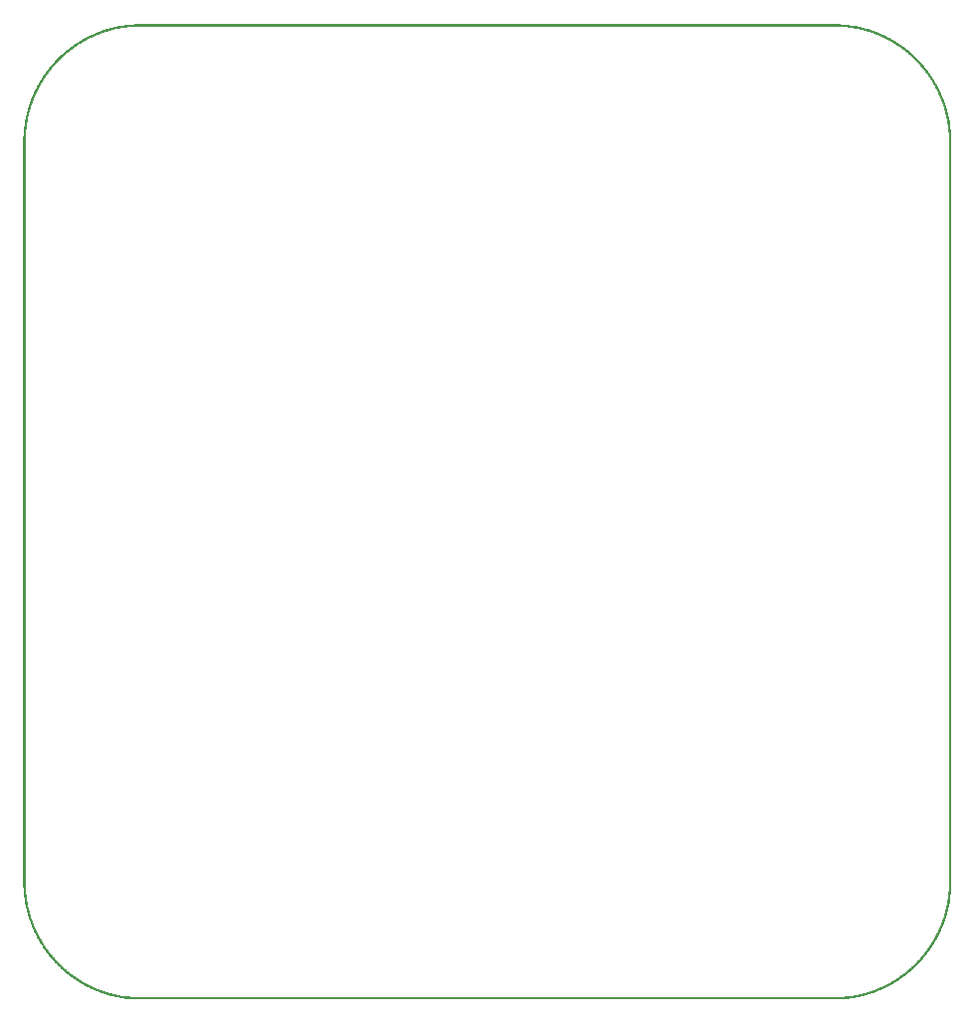
<source format=gbo>
G04 MADE WITH FRITZING*
G04 WWW.FRITZING.ORG*
G04 DOUBLE SIDED*
G04 HOLES PLATED*
G04 CONTOUR ON CENTER OF CONTOUR VECTOR*
%ASAXBY*%
%FSLAX23Y23*%
%MOIN*%
%OFA0B0*%
%SFA1.0B1.0*%
%ADD10R,0.001000X0.001000*%
%LNSILK0*%
G90*
G70*
G54D10*
X372Y3268D02*
X2737Y3268D01*
X358Y3267D02*
X2751Y3267D01*
X348Y3266D02*
X2761Y3266D01*
X340Y3265D02*
X2769Y3265D01*
X333Y3264D02*
X2776Y3264D01*
X327Y3263D02*
X2782Y3263D01*
X321Y3262D02*
X2788Y3262D01*
X316Y3261D02*
X2793Y3261D01*
X311Y3260D02*
X371Y3260D01*
X2738Y3260D02*
X2798Y3260D01*
X306Y3259D02*
X357Y3259D01*
X2752Y3259D02*
X2803Y3259D01*
X302Y3258D02*
X347Y3258D01*
X2762Y3258D02*
X2807Y3258D01*
X298Y3257D02*
X339Y3257D01*
X2770Y3257D02*
X2811Y3257D01*
X294Y3256D02*
X332Y3256D01*
X2777Y3256D02*
X2815Y3256D01*
X290Y3255D02*
X326Y3255D01*
X2783Y3255D02*
X2819Y3255D01*
X286Y3254D02*
X320Y3254D01*
X2789Y3254D02*
X2823Y3254D01*
X283Y3253D02*
X315Y3253D01*
X2794Y3253D02*
X2826Y3253D01*
X280Y3252D02*
X310Y3252D01*
X2799Y3252D02*
X2829Y3252D01*
X276Y3251D02*
X306Y3251D01*
X2803Y3251D02*
X2833Y3251D01*
X273Y3250D02*
X301Y3250D01*
X2808Y3250D02*
X2836Y3250D01*
X270Y3249D02*
X297Y3249D01*
X2812Y3249D02*
X2839Y3249D01*
X267Y3248D02*
X293Y3248D01*
X2816Y3248D02*
X2842Y3248D01*
X264Y3247D02*
X290Y3247D01*
X2819Y3247D02*
X2845Y3247D01*
X261Y3246D02*
X286Y3246D01*
X2823Y3246D02*
X2848Y3246D01*
X259Y3245D02*
X283Y3245D01*
X2826Y3245D02*
X2850Y3245D01*
X256Y3244D02*
X279Y3244D01*
X2830Y3244D02*
X2853Y3244D01*
X253Y3243D02*
X276Y3243D01*
X2833Y3243D02*
X2856Y3243D01*
X251Y3242D02*
X273Y3242D01*
X2836Y3242D02*
X2858Y3242D01*
X248Y3241D02*
X270Y3241D01*
X2839Y3241D02*
X2861Y3241D01*
X246Y3240D02*
X267Y3240D01*
X2842Y3240D02*
X2863Y3240D01*
X243Y3239D02*
X264Y3239D01*
X2845Y3239D02*
X2866Y3239D01*
X241Y3238D02*
X261Y3238D01*
X2848Y3238D02*
X2868Y3238D01*
X238Y3237D02*
X259Y3237D01*
X2850Y3237D02*
X2871Y3237D01*
X236Y3236D02*
X256Y3236D01*
X2853Y3236D02*
X2873Y3236D01*
X234Y3235D02*
X254Y3235D01*
X2855Y3235D02*
X2875Y3235D01*
X232Y3234D02*
X251Y3234D01*
X2858Y3234D02*
X2877Y3234D01*
X230Y3233D02*
X249Y3233D01*
X2860Y3233D02*
X2879Y3233D01*
X227Y3232D02*
X246Y3232D01*
X2863Y3232D02*
X2882Y3232D01*
X225Y3231D02*
X243Y3231D01*
X2866Y3231D02*
X2884Y3231D01*
X223Y3230D02*
X241Y3230D01*
X2868Y3230D02*
X2886Y3230D01*
X221Y3229D02*
X239Y3229D01*
X2870Y3229D02*
X2888Y3229D01*
X219Y3228D02*
X237Y3228D01*
X2872Y3228D02*
X2890Y3228D01*
X217Y3227D02*
X234Y3227D01*
X2875Y3227D02*
X2892Y3227D01*
X215Y3226D02*
X232Y3226D01*
X2877Y3226D02*
X2894Y3226D01*
X213Y3225D02*
X230Y3225D01*
X2879Y3225D02*
X2896Y3225D01*
X211Y3224D02*
X228Y3224D01*
X2881Y3224D02*
X2898Y3224D01*
X209Y3223D02*
X226Y3223D01*
X2883Y3223D02*
X2900Y3223D01*
X207Y3222D02*
X224Y3222D01*
X2885Y3222D02*
X2902Y3222D01*
X206Y3221D02*
X222Y3221D01*
X2887Y3221D02*
X2903Y3221D01*
X204Y3220D02*
X220Y3220D01*
X2889Y3220D02*
X2905Y3220D01*
X202Y3219D02*
X218Y3219D01*
X2891Y3219D02*
X2907Y3219D01*
X200Y3218D02*
X216Y3218D01*
X2893Y3218D02*
X2909Y3218D01*
X199Y3217D02*
X214Y3217D01*
X2895Y3217D02*
X2910Y3217D01*
X197Y3216D02*
X212Y3216D01*
X2897Y3216D02*
X2912Y3216D01*
X195Y3215D02*
X210Y3215D01*
X2899Y3215D02*
X2914Y3215D01*
X193Y3214D02*
X208Y3214D01*
X2901Y3214D02*
X2916Y3214D01*
X192Y3213D02*
X206Y3213D01*
X2903Y3213D02*
X2917Y3213D01*
X190Y3212D02*
X205Y3212D01*
X2904Y3212D02*
X2919Y3212D01*
X188Y3211D02*
X203Y3211D01*
X2906Y3211D02*
X2921Y3211D01*
X187Y3210D02*
X201Y3210D01*
X2908Y3210D02*
X2922Y3210D01*
X185Y3209D02*
X199Y3209D01*
X2910Y3209D02*
X2924Y3209D01*
X184Y3208D02*
X198Y3208D01*
X2911Y3208D02*
X2925Y3208D01*
X182Y3207D02*
X196Y3207D01*
X2913Y3207D02*
X2927Y3207D01*
X180Y3206D02*
X194Y3206D01*
X2915Y3206D02*
X2929Y3206D01*
X179Y3205D02*
X193Y3205D01*
X2916Y3205D02*
X2930Y3205D01*
X177Y3204D02*
X191Y3204D01*
X2918Y3204D02*
X2932Y3204D01*
X176Y3203D02*
X189Y3203D01*
X2920Y3203D02*
X2933Y3203D01*
X174Y3202D02*
X188Y3202D01*
X2921Y3202D02*
X2935Y3202D01*
X173Y3201D02*
X186Y3201D01*
X2923Y3201D02*
X2936Y3201D01*
X171Y3200D02*
X185Y3200D01*
X2924Y3200D02*
X2938Y3200D01*
X170Y3199D02*
X183Y3199D01*
X2926Y3199D02*
X2939Y3199D01*
X169Y3198D02*
X182Y3198D01*
X2927Y3198D02*
X2940Y3198D01*
X167Y3197D02*
X180Y3197D01*
X2929Y3197D02*
X2942Y3197D01*
X166Y3196D02*
X179Y3196D01*
X2930Y3196D02*
X2943Y3196D01*
X164Y3195D02*
X177Y3195D01*
X2932Y3195D02*
X2945Y3195D01*
X163Y3194D02*
X176Y3194D01*
X2933Y3194D02*
X2946Y3194D01*
X162Y3193D02*
X174Y3193D01*
X2935Y3193D02*
X2947Y3193D01*
X160Y3192D02*
X173Y3192D01*
X2936Y3192D02*
X2949Y3192D01*
X159Y3191D02*
X171Y3191D01*
X2938Y3191D02*
X2950Y3191D01*
X157Y3190D02*
X170Y3190D01*
X2939Y3190D02*
X2952Y3190D01*
X156Y3189D02*
X169Y3189D01*
X2940Y3189D02*
X2953Y3189D01*
X155Y3188D02*
X167Y3188D01*
X2942Y3188D02*
X2954Y3188D01*
X154Y3187D02*
X166Y3187D01*
X2943Y3187D02*
X2955Y3187D01*
X152Y3186D02*
X164Y3186D01*
X2945Y3186D02*
X2957Y3186D01*
X151Y3185D02*
X163Y3185D01*
X2946Y3185D02*
X2958Y3185D01*
X150Y3184D02*
X162Y3184D01*
X2947Y3184D02*
X2959Y3184D01*
X149Y3183D02*
X160Y3183D01*
X2949Y3183D02*
X2960Y3183D01*
X147Y3182D02*
X159Y3182D01*
X2950Y3182D02*
X2962Y3182D01*
X146Y3181D02*
X158Y3181D01*
X2951Y3181D02*
X2963Y3181D01*
X145Y3180D02*
X157Y3180D01*
X2952Y3180D02*
X2964Y3180D01*
X143Y3179D02*
X155Y3179D01*
X2954Y3179D02*
X2966Y3179D01*
X142Y3178D02*
X154Y3178D01*
X2955Y3178D02*
X2967Y3178D01*
X141Y3177D02*
X153Y3177D01*
X2956Y3177D02*
X2968Y3177D01*
X140Y3176D02*
X152Y3176D01*
X2957Y3176D02*
X2969Y3176D01*
X139Y3175D02*
X150Y3175D01*
X2959Y3175D02*
X2970Y3175D01*
X138Y3174D02*
X149Y3174D01*
X2960Y3174D02*
X2971Y3174D01*
X137Y3173D02*
X148Y3173D01*
X2961Y3173D02*
X2972Y3173D01*
X135Y3172D02*
X146Y3172D01*
X2963Y3172D02*
X2974Y3172D01*
X134Y3171D02*
X145Y3171D01*
X2964Y3171D02*
X2975Y3171D01*
X133Y3170D02*
X144Y3170D01*
X2965Y3170D02*
X2976Y3170D01*
X132Y3169D02*
X143Y3169D01*
X2966Y3169D02*
X2977Y3169D01*
X131Y3168D02*
X142Y3168D01*
X2967Y3168D02*
X2978Y3168D01*
X130Y3167D02*
X141Y3167D01*
X2968Y3167D02*
X2979Y3167D01*
X128Y3166D02*
X140Y3166D01*
X2969Y3166D02*
X2981Y3166D01*
X127Y3165D02*
X138Y3165D01*
X2971Y3165D02*
X2982Y3165D01*
X126Y3164D02*
X137Y3164D01*
X2972Y3164D02*
X2983Y3164D01*
X125Y3163D02*
X136Y3163D01*
X2973Y3163D02*
X2984Y3163D01*
X124Y3162D02*
X135Y3162D01*
X2974Y3162D02*
X2985Y3162D01*
X123Y3161D02*
X134Y3161D01*
X2975Y3161D02*
X2986Y3161D01*
X122Y3160D02*
X133Y3160D01*
X2976Y3160D02*
X2987Y3160D01*
X121Y3159D02*
X132Y3159D01*
X2977Y3159D02*
X2988Y3159D01*
X120Y3158D02*
X131Y3158D01*
X2978Y3158D02*
X2989Y3158D01*
X119Y3157D02*
X130Y3157D01*
X2979Y3157D02*
X2990Y3157D01*
X118Y3156D02*
X129Y3156D01*
X2980Y3156D02*
X2991Y3156D01*
X117Y3155D02*
X128Y3155D01*
X2981Y3155D02*
X2992Y3155D01*
X116Y3154D02*
X127Y3154D01*
X2982Y3154D02*
X2993Y3154D01*
X115Y3153D02*
X126Y3153D01*
X2983Y3153D02*
X2994Y3153D01*
X114Y3152D02*
X124Y3152D01*
X2985Y3152D02*
X2995Y3152D01*
X113Y3151D02*
X123Y3151D01*
X2986Y3151D02*
X2996Y3151D01*
X112Y3150D02*
X122Y3150D01*
X2987Y3150D02*
X2997Y3150D01*
X111Y3149D02*
X121Y3149D01*
X2988Y3149D02*
X2998Y3149D01*
X110Y3148D02*
X120Y3148D01*
X2989Y3148D02*
X2999Y3148D01*
X109Y3147D02*
X119Y3147D01*
X2990Y3147D02*
X3000Y3147D01*
X108Y3146D02*
X118Y3146D01*
X2991Y3146D02*
X3001Y3146D01*
X107Y3145D02*
X117Y3145D01*
X2992Y3145D02*
X3002Y3145D01*
X106Y3144D02*
X116Y3144D01*
X2993Y3144D02*
X3003Y3144D01*
X105Y3143D02*
X115Y3143D01*
X2994Y3143D02*
X3003Y3143D01*
X105Y3142D02*
X115Y3142D01*
X2994Y3142D02*
X3004Y3142D01*
X104Y3141D02*
X114Y3141D01*
X2995Y3141D02*
X3005Y3141D01*
X103Y3140D02*
X113Y3140D01*
X2996Y3140D02*
X3006Y3140D01*
X102Y3139D02*
X112Y3139D01*
X2997Y3139D02*
X3007Y3139D01*
X101Y3138D02*
X111Y3138D01*
X2998Y3138D02*
X3008Y3138D01*
X100Y3137D02*
X110Y3137D01*
X2999Y3137D02*
X3009Y3137D01*
X99Y3136D02*
X109Y3136D01*
X3000Y3136D02*
X3010Y3136D01*
X98Y3135D02*
X108Y3135D01*
X3001Y3135D02*
X3011Y3135D01*
X97Y3134D02*
X107Y3134D01*
X3002Y3134D02*
X3012Y3134D01*
X97Y3133D02*
X106Y3133D01*
X3003Y3133D02*
X3012Y3133D01*
X96Y3132D02*
X105Y3132D01*
X3004Y3132D02*
X3013Y3132D01*
X95Y3131D02*
X104Y3131D01*
X3005Y3131D02*
X3014Y3131D01*
X94Y3130D02*
X104Y3130D01*
X3005Y3130D02*
X3015Y3130D01*
X93Y3129D02*
X103Y3129D01*
X3006Y3129D02*
X3016Y3129D01*
X92Y3128D02*
X102Y3128D01*
X3007Y3128D02*
X3017Y3128D01*
X91Y3127D02*
X101Y3127D01*
X3008Y3127D02*
X3018Y3127D01*
X91Y3126D02*
X100Y3126D01*
X3009Y3126D02*
X3018Y3126D01*
X90Y3125D02*
X99Y3125D01*
X3010Y3125D02*
X3019Y3125D01*
X89Y3124D02*
X98Y3124D01*
X3011Y3124D02*
X3020Y3124D01*
X88Y3123D02*
X97Y3123D01*
X3012Y3123D02*
X3021Y3123D01*
X87Y3122D02*
X97Y3122D01*
X3012Y3122D02*
X3022Y3122D01*
X87Y3121D02*
X96Y3121D01*
X3013Y3121D02*
X3022Y3121D01*
X86Y3120D02*
X95Y3120D01*
X3014Y3120D02*
X3023Y3120D01*
X85Y3119D02*
X94Y3119D01*
X3015Y3119D02*
X3024Y3119D01*
X84Y3118D02*
X93Y3118D01*
X3016Y3118D02*
X3025Y3118D01*
X83Y3117D02*
X93Y3117D01*
X3016Y3117D02*
X3026Y3117D01*
X83Y3116D02*
X92Y3116D01*
X3017Y3116D02*
X3026Y3116D01*
X82Y3115D02*
X91Y3115D01*
X3018Y3115D02*
X3027Y3115D01*
X81Y3114D02*
X90Y3114D01*
X3019Y3114D02*
X3028Y3114D01*
X80Y3113D02*
X89Y3113D01*
X3020Y3113D02*
X3029Y3113D01*
X80Y3112D02*
X89Y3112D01*
X3020Y3112D02*
X3029Y3112D01*
X79Y3111D02*
X88Y3111D01*
X3021Y3111D02*
X3030Y3111D01*
X78Y3110D02*
X87Y3110D01*
X3022Y3110D02*
X3031Y3110D01*
X77Y3109D02*
X86Y3109D01*
X3023Y3109D02*
X3032Y3109D01*
X77Y3108D02*
X86Y3108D01*
X3023Y3108D02*
X3032Y3108D01*
X76Y3107D02*
X85Y3107D01*
X3024Y3107D02*
X3033Y3107D01*
X75Y3106D02*
X84Y3106D01*
X3025Y3106D02*
X3034Y3106D01*
X74Y3105D02*
X83Y3105D01*
X3026Y3105D02*
X3035Y3105D01*
X74Y3104D02*
X82Y3104D01*
X3027Y3104D02*
X3035Y3104D01*
X73Y3103D02*
X82Y3103D01*
X3027Y3103D02*
X3036Y3103D01*
X72Y3102D02*
X81Y3102D01*
X3028Y3102D02*
X3037Y3102D01*
X72Y3101D02*
X80Y3101D01*
X3029Y3101D02*
X3037Y3101D01*
X71Y3100D02*
X80Y3100D01*
X3029Y3100D02*
X3038Y3100D01*
X70Y3099D02*
X79Y3099D01*
X3030Y3099D02*
X3039Y3099D01*
X70Y3098D02*
X78Y3098D01*
X3031Y3098D02*
X3039Y3098D01*
X69Y3097D02*
X78Y3097D01*
X3031Y3097D02*
X3040Y3097D01*
X68Y3096D02*
X77Y3096D01*
X3032Y3096D02*
X3041Y3096D01*
X67Y3095D02*
X76Y3095D01*
X3033Y3095D02*
X3042Y3095D01*
X67Y3094D02*
X75Y3094D01*
X3034Y3094D02*
X3042Y3094D01*
X66Y3093D02*
X75Y3093D01*
X3034Y3093D02*
X3043Y3093D01*
X65Y3092D02*
X74Y3092D01*
X3035Y3092D02*
X3044Y3092D01*
X65Y3091D02*
X73Y3091D01*
X3036Y3091D02*
X3044Y3091D01*
X64Y3090D02*
X73Y3090D01*
X3036Y3090D02*
X3045Y3090D01*
X64Y3089D02*
X72Y3089D01*
X3037Y3089D02*
X3045Y3089D01*
X63Y3088D02*
X71Y3088D01*
X3038Y3088D02*
X3046Y3088D01*
X62Y3087D02*
X71Y3087D01*
X3038Y3087D02*
X3047Y3087D01*
X62Y3086D02*
X70Y3086D01*
X3039Y3086D02*
X3047Y3086D01*
X61Y3085D02*
X69Y3085D01*
X3040Y3085D02*
X3048Y3085D01*
X60Y3084D02*
X69Y3084D01*
X3040Y3084D02*
X3049Y3084D01*
X60Y3083D02*
X68Y3083D01*
X3041Y3083D02*
X3049Y3083D01*
X59Y3082D02*
X68Y3082D01*
X3041Y3082D02*
X3050Y3082D01*
X58Y3081D02*
X67Y3081D01*
X3042Y3081D02*
X3050Y3081D01*
X58Y3080D02*
X66Y3080D01*
X3043Y3080D02*
X3051Y3080D01*
X57Y3079D02*
X66Y3079D01*
X3043Y3079D02*
X3052Y3079D01*
X57Y3078D02*
X65Y3078D01*
X3044Y3078D02*
X3052Y3078D01*
X56Y3077D02*
X64Y3077D01*
X3045Y3077D02*
X3053Y3077D01*
X55Y3076D02*
X64Y3076D01*
X3045Y3076D02*
X3054Y3076D01*
X55Y3075D02*
X63Y3075D01*
X3046Y3075D02*
X3054Y3075D01*
X54Y3074D02*
X62Y3074D01*
X3047Y3074D02*
X3055Y3074D01*
X54Y3073D02*
X62Y3073D01*
X3047Y3073D02*
X3055Y3073D01*
X53Y3072D02*
X61Y3072D01*
X3048Y3072D02*
X3056Y3072D01*
X53Y3071D02*
X61Y3071D01*
X3048Y3071D02*
X3056Y3071D01*
X52Y3070D02*
X60Y3070D01*
X3049Y3070D02*
X3057Y3070D01*
X51Y3069D02*
X60Y3069D01*
X3049Y3069D02*
X3058Y3069D01*
X51Y3068D02*
X59Y3068D01*
X3050Y3068D02*
X3058Y3068D01*
X50Y3067D02*
X58Y3067D01*
X3051Y3067D02*
X3059Y3067D01*
X50Y3066D02*
X58Y3066D01*
X3051Y3066D02*
X3059Y3066D01*
X49Y3065D02*
X57Y3065D01*
X3052Y3065D02*
X3060Y3065D01*
X49Y3064D02*
X57Y3064D01*
X3052Y3064D02*
X3060Y3064D01*
X48Y3063D02*
X56Y3063D01*
X3053Y3063D02*
X3061Y3063D01*
X47Y3062D02*
X56Y3062D01*
X3053Y3062D02*
X3061Y3062D01*
X47Y3061D02*
X55Y3061D01*
X3054Y3061D02*
X3062Y3061D01*
X46Y3060D02*
X54Y3060D01*
X3055Y3060D02*
X3063Y3060D01*
X46Y3059D02*
X54Y3059D01*
X3055Y3059D02*
X3063Y3059D01*
X45Y3058D02*
X53Y3058D01*
X3056Y3058D02*
X3064Y3058D01*
X45Y3057D02*
X53Y3057D01*
X3056Y3057D02*
X3064Y3057D01*
X44Y3056D02*
X52Y3056D01*
X3057Y3056D02*
X3065Y3056D01*
X44Y3055D02*
X52Y3055D01*
X3057Y3055D02*
X3065Y3055D01*
X43Y3054D02*
X51Y3054D01*
X3058Y3054D02*
X3066Y3054D01*
X43Y3053D02*
X51Y3053D01*
X3058Y3053D02*
X3066Y3053D01*
X42Y3052D02*
X50Y3052D01*
X3059Y3052D02*
X3067Y3052D01*
X42Y3051D02*
X50Y3051D01*
X3059Y3051D02*
X3067Y3051D01*
X41Y3050D02*
X49Y3050D01*
X3060Y3050D02*
X3068Y3050D01*
X41Y3049D02*
X49Y3049D01*
X3060Y3049D02*
X3068Y3049D01*
X40Y3048D02*
X48Y3048D01*
X3061Y3048D02*
X3069Y3048D01*
X40Y3047D02*
X48Y3047D01*
X3061Y3047D02*
X3069Y3047D01*
X39Y3046D02*
X47Y3046D01*
X3062Y3046D02*
X3070Y3046D01*
X39Y3045D02*
X47Y3045D01*
X3062Y3045D02*
X3070Y3045D01*
X38Y3044D02*
X46Y3044D01*
X3063Y3044D02*
X3071Y3044D01*
X38Y3043D02*
X46Y3043D01*
X3063Y3043D02*
X3071Y3043D01*
X37Y3042D02*
X45Y3042D01*
X3064Y3042D02*
X3072Y3042D01*
X37Y3041D02*
X45Y3041D01*
X3064Y3041D02*
X3072Y3041D01*
X37Y3040D02*
X44Y3040D01*
X3065Y3040D02*
X3072Y3040D01*
X36Y3039D02*
X44Y3039D01*
X3065Y3039D02*
X3073Y3039D01*
X36Y3038D02*
X43Y3038D01*
X3066Y3038D02*
X3073Y3038D01*
X35Y3037D02*
X43Y3037D01*
X3066Y3037D02*
X3074Y3037D01*
X35Y3036D02*
X42Y3036D01*
X3067Y3036D02*
X3074Y3036D01*
X34Y3035D02*
X42Y3035D01*
X3067Y3035D02*
X3075Y3035D01*
X34Y3034D02*
X42Y3034D01*
X3067Y3034D02*
X3075Y3034D01*
X33Y3033D02*
X41Y3033D01*
X3068Y3033D02*
X3076Y3033D01*
X33Y3032D02*
X41Y3032D01*
X3068Y3032D02*
X3076Y3032D01*
X33Y3031D02*
X40Y3031D01*
X3069Y3031D02*
X3076Y3031D01*
X32Y3030D02*
X40Y3030D01*
X3069Y3030D02*
X3077Y3030D01*
X32Y3029D02*
X39Y3029D01*
X3070Y3029D02*
X3077Y3029D01*
X31Y3028D02*
X39Y3028D01*
X3070Y3028D02*
X3078Y3028D01*
X31Y3027D02*
X38Y3027D01*
X3071Y3027D02*
X3078Y3027D01*
X30Y3026D02*
X38Y3026D01*
X3071Y3026D02*
X3079Y3026D01*
X30Y3025D02*
X37Y3025D01*
X3072Y3025D02*
X3079Y3025D01*
X30Y3024D02*
X37Y3024D01*
X3072Y3024D02*
X3079Y3024D01*
X29Y3023D02*
X37Y3023D01*
X3072Y3023D02*
X3080Y3023D01*
X29Y3022D02*
X36Y3022D01*
X3073Y3022D02*
X3080Y3022D01*
X28Y3021D02*
X36Y3021D01*
X3073Y3021D02*
X3081Y3021D01*
X28Y3020D02*
X35Y3020D01*
X3074Y3020D02*
X3081Y3020D01*
X28Y3019D02*
X35Y3019D01*
X3074Y3019D02*
X3081Y3019D01*
X27Y3018D02*
X35Y3018D01*
X3074Y3018D02*
X3082Y3018D01*
X27Y3017D02*
X34Y3017D01*
X3075Y3017D02*
X3082Y3017D01*
X26Y3016D02*
X34Y3016D01*
X3075Y3016D02*
X3083Y3016D01*
X26Y3015D02*
X34Y3015D01*
X3075Y3015D02*
X3083Y3015D01*
X26Y3014D02*
X33Y3014D01*
X3076Y3014D02*
X3083Y3014D01*
X25Y3013D02*
X33Y3013D01*
X3076Y3013D02*
X3084Y3013D01*
X25Y3012D02*
X32Y3012D01*
X3077Y3012D02*
X3084Y3012D01*
X25Y3011D02*
X32Y3011D01*
X3077Y3011D02*
X3084Y3011D01*
X24Y3010D02*
X32Y3010D01*
X3077Y3010D02*
X3085Y3010D01*
X24Y3009D02*
X31Y3009D01*
X3078Y3009D02*
X3085Y3009D01*
X23Y3008D02*
X31Y3008D01*
X3078Y3008D02*
X3086Y3008D01*
X23Y3007D02*
X30Y3007D01*
X3079Y3007D02*
X3086Y3007D01*
X23Y3006D02*
X30Y3006D01*
X3079Y3006D02*
X3086Y3006D01*
X22Y3005D02*
X30Y3005D01*
X3079Y3005D02*
X3087Y3005D01*
X22Y3004D02*
X29Y3004D01*
X3080Y3004D02*
X3087Y3004D01*
X22Y3003D02*
X29Y3003D01*
X3080Y3003D02*
X3087Y3003D01*
X21Y3002D02*
X29Y3002D01*
X3080Y3002D02*
X3088Y3002D01*
X21Y3001D02*
X28Y3001D01*
X3081Y3001D02*
X3088Y3001D01*
X21Y3000D02*
X28Y3000D01*
X3081Y3000D02*
X3088Y3000D01*
X20Y2999D02*
X28Y2999D01*
X3081Y2999D02*
X3089Y2999D01*
X20Y2998D02*
X27Y2998D01*
X3082Y2998D02*
X3089Y2998D01*
X20Y2997D02*
X27Y2997D01*
X3082Y2997D02*
X3089Y2997D01*
X19Y2996D02*
X27Y2996D01*
X3082Y2996D02*
X3090Y2996D01*
X19Y2995D02*
X26Y2995D01*
X3083Y2995D02*
X3090Y2995D01*
X19Y2994D02*
X26Y2994D01*
X3083Y2994D02*
X3090Y2994D01*
X18Y2993D02*
X26Y2993D01*
X3083Y2993D02*
X3091Y2993D01*
X18Y2992D02*
X25Y2992D01*
X3084Y2992D02*
X3091Y2992D01*
X18Y2991D02*
X25Y2991D01*
X3084Y2991D02*
X3091Y2991D01*
X17Y2990D02*
X25Y2990D01*
X3084Y2990D02*
X3092Y2990D01*
X17Y2989D02*
X24Y2989D01*
X3085Y2989D02*
X3092Y2989D01*
X17Y2988D02*
X24Y2988D01*
X3085Y2988D02*
X3092Y2988D01*
X17Y2987D02*
X24Y2987D01*
X3085Y2987D02*
X3092Y2987D01*
X16Y2986D02*
X23Y2986D01*
X3086Y2986D02*
X3093Y2986D01*
X16Y2985D02*
X23Y2985D01*
X3086Y2985D02*
X3093Y2985D01*
X16Y2984D02*
X23Y2984D01*
X3086Y2984D02*
X3093Y2984D01*
X15Y2983D02*
X23Y2983D01*
X3086Y2983D02*
X3094Y2983D01*
X15Y2982D02*
X22Y2982D01*
X3087Y2982D02*
X3094Y2982D01*
X15Y2981D02*
X22Y2981D01*
X3087Y2981D02*
X3094Y2981D01*
X14Y2980D02*
X22Y2980D01*
X3087Y2980D02*
X3095Y2980D01*
X14Y2979D02*
X21Y2979D01*
X3088Y2979D02*
X3095Y2979D01*
X14Y2978D02*
X21Y2978D01*
X3088Y2978D02*
X3095Y2978D01*
X14Y2977D02*
X21Y2977D01*
X3088Y2977D02*
X3095Y2977D01*
X13Y2976D02*
X21Y2976D01*
X3088Y2976D02*
X3096Y2976D01*
X13Y2975D02*
X20Y2975D01*
X3089Y2975D02*
X3096Y2975D01*
X13Y2974D02*
X20Y2974D01*
X3089Y2974D02*
X3096Y2974D01*
X13Y2973D02*
X20Y2973D01*
X3089Y2973D02*
X3096Y2973D01*
X12Y2972D02*
X20Y2972D01*
X3089Y2972D02*
X3097Y2972D01*
X12Y2971D02*
X19Y2971D01*
X3090Y2971D02*
X3097Y2971D01*
X12Y2970D02*
X19Y2970D01*
X3090Y2970D02*
X3097Y2970D01*
X12Y2969D02*
X19Y2969D01*
X3090Y2969D02*
X3097Y2969D01*
X11Y2968D02*
X19Y2968D01*
X3090Y2968D02*
X3098Y2968D01*
X11Y2967D02*
X18Y2967D01*
X3091Y2967D02*
X3098Y2967D01*
X11Y2966D02*
X18Y2966D01*
X3091Y2966D02*
X3098Y2966D01*
X11Y2965D02*
X18Y2965D01*
X3091Y2965D02*
X3098Y2965D01*
X10Y2964D02*
X18Y2964D01*
X3091Y2964D02*
X3099Y2964D01*
X10Y2963D02*
X17Y2963D01*
X3092Y2963D02*
X3099Y2963D01*
X10Y2962D02*
X17Y2962D01*
X3092Y2962D02*
X3099Y2962D01*
X10Y2961D02*
X17Y2961D01*
X3092Y2961D02*
X3099Y2961D01*
X10Y2960D02*
X17Y2960D01*
X3092Y2960D02*
X3099Y2960D01*
X9Y2959D02*
X16Y2959D01*
X3093Y2959D02*
X3100Y2959D01*
X9Y2958D02*
X16Y2958D01*
X3093Y2958D02*
X3100Y2958D01*
X9Y2957D02*
X16Y2957D01*
X3093Y2957D02*
X3100Y2957D01*
X9Y2956D02*
X16Y2956D01*
X3093Y2956D02*
X3100Y2956D01*
X8Y2955D02*
X16Y2955D01*
X3093Y2955D02*
X3101Y2955D01*
X8Y2954D02*
X15Y2954D01*
X3094Y2954D02*
X3101Y2954D01*
X8Y2953D02*
X15Y2953D01*
X3094Y2953D02*
X3101Y2953D01*
X8Y2952D02*
X15Y2952D01*
X3094Y2952D02*
X3101Y2952D01*
X8Y2951D02*
X15Y2951D01*
X3094Y2951D02*
X3101Y2951D01*
X7Y2950D02*
X14Y2950D01*
X3095Y2950D02*
X3102Y2950D01*
X7Y2949D02*
X14Y2949D01*
X3095Y2949D02*
X3102Y2949D01*
X7Y2948D02*
X14Y2948D01*
X3095Y2948D02*
X3102Y2948D01*
X7Y2947D02*
X14Y2947D01*
X3095Y2947D02*
X3102Y2947D01*
X7Y2946D02*
X14Y2946D01*
X3095Y2946D02*
X3102Y2946D01*
X6Y2945D02*
X14Y2945D01*
X3095Y2945D02*
X3103Y2945D01*
X6Y2944D02*
X13Y2944D01*
X3096Y2944D02*
X3103Y2944D01*
X6Y2943D02*
X13Y2943D01*
X3096Y2943D02*
X3103Y2943D01*
X6Y2942D02*
X13Y2942D01*
X3096Y2942D02*
X3103Y2942D01*
X6Y2941D02*
X13Y2941D01*
X3096Y2941D02*
X3103Y2941D01*
X6Y2940D02*
X13Y2940D01*
X3096Y2940D02*
X3103Y2940D01*
X5Y2939D02*
X12Y2939D01*
X3097Y2939D02*
X3104Y2939D01*
X5Y2938D02*
X12Y2938D01*
X3097Y2938D02*
X3104Y2938D01*
X5Y2937D02*
X12Y2937D01*
X3097Y2937D02*
X3104Y2937D01*
X5Y2936D02*
X12Y2936D01*
X3097Y2936D02*
X3104Y2936D01*
X5Y2935D02*
X12Y2935D01*
X3097Y2935D02*
X3104Y2935D01*
X5Y2934D02*
X12Y2934D01*
X3097Y2934D02*
X3104Y2934D01*
X4Y2933D02*
X11Y2933D01*
X3098Y2933D02*
X3105Y2933D01*
X4Y2932D02*
X11Y2932D01*
X3098Y2932D02*
X3105Y2932D01*
X4Y2931D02*
X11Y2931D01*
X3098Y2931D02*
X3105Y2931D01*
X4Y2930D02*
X11Y2930D01*
X3098Y2930D02*
X3105Y2930D01*
X4Y2929D02*
X11Y2929D01*
X3098Y2929D02*
X3105Y2929D01*
X4Y2928D02*
X11Y2928D01*
X3098Y2928D02*
X3105Y2928D01*
X4Y2927D02*
X11Y2927D01*
X3098Y2927D02*
X3105Y2927D01*
X3Y2926D02*
X11Y2926D01*
X3098Y2926D02*
X3106Y2926D01*
X3Y2925D02*
X10Y2925D01*
X3099Y2925D02*
X3106Y2925D01*
X3Y2924D02*
X10Y2924D01*
X3099Y2924D02*
X3106Y2924D01*
X3Y2923D02*
X10Y2923D01*
X3099Y2923D02*
X3106Y2923D01*
X3Y2922D02*
X10Y2922D01*
X3099Y2922D02*
X3106Y2922D01*
X3Y2921D02*
X10Y2921D01*
X3099Y2921D02*
X3106Y2921D01*
X3Y2920D02*
X10Y2920D01*
X3099Y2920D02*
X3106Y2920D01*
X3Y2919D02*
X10Y2919D01*
X3099Y2919D02*
X3106Y2919D01*
X3Y2918D02*
X10Y2918D01*
X3099Y2918D02*
X3106Y2918D01*
X2Y2917D02*
X9Y2917D01*
X3100Y2917D02*
X3107Y2917D01*
X2Y2916D02*
X9Y2916D01*
X3100Y2916D02*
X3107Y2916D01*
X2Y2915D02*
X9Y2915D01*
X3100Y2915D02*
X3107Y2915D01*
X2Y2914D02*
X9Y2914D01*
X3100Y2914D02*
X3107Y2914D01*
X2Y2913D02*
X9Y2913D01*
X3100Y2913D02*
X3107Y2913D01*
X2Y2912D02*
X9Y2912D01*
X3100Y2912D02*
X3107Y2912D01*
X2Y2911D02*
X9Y2911D01*
X3100Y2911D02*
X3107Y2911D01*
X2Y2910D02*
X9Y2910D01*
X3100Y2910D02*
X3107Y2910D01*
X2Y2909D02*
X9Y2909D01*
X3100Y2909D02*
X3107Y2909D01*
X2Y2908D02*
X9Y2908D01*
X3100Y2908D02*
X3107Y2908D01*
X1Y2907D02*
X8Y2907D01*
X3101Y2907D02*
X3108Y2907D01*
X1Y2906D02*
X8Y2906D01*
X3101Y2906D02*
X3108Y2906D01*
X1Y2905D02*
X8Y2905D01*
X3101Y2905D02*
X3108Y2905D01*
X1Y2904D02*
X8Y2904D01*
X3101Y2904D02*
X3108Y2904D01*
X1Y2903D02*
X8Y2903D01*
X3101Y2903D02*
X3108Y2903D01*
X1Y2902D02*
X8Y2902D01*
X3101Y2902D02*
X3108Y2902D01*
X1Y2901D02*
X8Y2901D01*
X3101Y2901D02*
X3108Y2901D01*
X1Y2900D02*
X8Y2900D01*
X3101Y2900D02*
X3108Y2900D01*
X1Y2899D02*
X8Y2899D01*
X3101Y2899D02*
X3108Y2899D01*
X1Y2898D02*
X8Y2898D01*
X3101Y2898D02*
X3108Y2898D01*
X1Y2897D02*
X8Y2897D01*
X3101Y2897D02*
X3108Y2897D01*
X1Y2896D02*
X8Y2896D01*
X3101Y2896D02*
X3108Y2896D01*
X1Y2895D02*
X8Y2895D01*
X3101Y2895D02*
X3108Y2895D01*
X1Y2894D02*
X8Y2894D01*
X3101Y2894D02*
X3108Y2894D01*
X0Y2893D02*
X7Y2893D01*
X3102Y2893D02*
X3109Y2893D01*
X0Y2892D02*
X7Y2892D01*
X3102Y2892D02*
X3109Y2892D01*
X0Y2891D02*
X7Y2891D01*
X3102Y2891D02*
X3109Y2891D01*
X0Y2890D02*
X7Y2890D01*
X3102Y2890D02*
X3109Y2890D01*
X0Y2889D02*
X7Y2889D01*
X3102Y2889D02*
X3109Y2889D01*
X0Y2888D02*
X7Y2888D01*
X3102Y2888D02*
X3109Y2888D01*
X0Y2887D02*
X7Y2887D01*
X3102Y2887D02*
X3109Y2887D01*
X0Y2886D02*
X7Y2886D01*
X3102Y2886D02*
X3109Y2886D01*
X0Y2885D02*
X7Y2885D01*
X3102Y2885D02*
X3109Y2885D01*
X0Y2884D02*
X7Y2884D01*
X3102Y2884D02*
X3109Y2884D01*
X0Y2883D02*
X7Y2883D01*
X3102Y2883D02*
X3109Y2883D01*
X0Y2882D02*
X7Y2882D01*
X3102Y2882D02*
X3109Y2882D01*
X0Y2881D02*
X7Y2881D01*
X3102Y2881D02*
X3109Y2881D01*
X0Y2880D02*
X7Y2880D01*
X3102Y2880D02*
X3109Y2880D01*
X0Y2879D02*
X7Y2879D01*
X3102Y2879D02*
X3109Y2879D01*
X0Y2878D02*
X7Y2878D01*
X3102Y2878D02*
X3109Y2878D01*
X0Y2877D02*
X7Y2877D01*
X3102Y2877D02*
X3109Y2877D01*
X0Y2876D02*
X7Y2876D01*
X3102Y2876D02*
X3109Y2876D01*
X0Y2875D02*
X7Y2875D01*
X3102Y2875D02*
X3109Y2875D01*
X0Y2874D02*
X7Y2874D01*
X3102Y2874D02*
X3109Y2874D01*
X0Y2873D02*
X7Y2873D01*
X3102Y2873D02*
X3109Y2873D01*
X0Y2872D02*
X7Y2872D01*
X3102Y2872D02*
X3109Y2872D01*
X0Y2871D02*
X7Y2871D01*
X3102Y2871D02*
X3109Y2871D01*
X0Y2870D02*
X7Y2870D01*
X3102Y2870D02*
X3109Y2870D01*
X0Y2869D02*
X7Y2869D01*
X3102Y2869D02*
X3109Y2869D01*
X0Y2868D02*
X7Y2868D01*
X3102Y2868D02*
X3109Y2868D01*
X0Y2867D02*
X7Y2867D01*
X3102Y2867D02*
X3109Y2867D01*
X0Y2866D02*
X7Y2866D01*
X3102Y2866D02*
X3109Y2866D01*
X0Y2865D02*
X7Y2865D01*
X3102Y2865D02*
X3109Y2865D01*
X0Y2864D02*
X7Y2864D01*
X3102Y2864D02*
X3109Y2864D01*
X0Y2863D02*
X7Y2863D01*
X3102Y2863D02*
X3109Y2863D01*
X0Y2862D02*
X7Y2862D01*
X3102Y2862D02*
X3109Y2862D01*
X0Y2861D02*
X7Y2861D01*
X3102Y2861D02*
X3109Y2861D01*
X0Y2860D02*
X7Y2860D01*
X3102Y2860D02*
X3109Y2860D01*
X0Y2859D02*
X7Y2859D01*
X3102Y2859D02*
X3109Y2859D01*
X0Y2858D02*
X7Y2858D01*
X3102Y2858D02*
X3109Y2858D01*
X0Y2857D02*
X7Y2857D01*
X3102Y2857D02*
X3109Y2857D01*
X0Y2856D02*
X7Y2856D01*
X3102Y2856D02*
X3109Y2856D01*
X0Y2855D02*
X7Y2855D01*
X3102Y2855D02*
X3109Y2855D01*
X0Y2854D02*
X7Y2854D01*
X3102Y2854D02*
X3109Y2854D01*
X0Y2853D02*
X7Y2853D01*
X3102Y2853D02*
X3109Y2853D01*
X0Y2852D02*
X7Y2852D01*
X3102Y2852D02*
X3109Y2852D01*
X0Y2851D02*
X7Y2851D01*
X3102Y2851D02*
X3109Y2851D01*
X0Y2850D02*
X7Y2850D01*
X3102Y2850D02*
X3109Y2850D01*
X0Y2849D02*
X7Y2849D01*
X3102Y2849D02*
X3109Y2849D01*
X0Y2848D02*
X7Y2848D01*
X3102Y2848D02*
X3109Y2848D01*
X0Y2847D02*
X7Y2847D01*
X3102Y2847D02*
X3109Y2847D01*
X0Y2846D02*
X7Y2846D01*
X3102Y2846D02*
X3109Y2846D01*
X0Y2845D02*
X7Y2845D01*
X3102Y2845D02*
X3109Y2845D01*
X0Y2844D02*
X7Y2844D01*
X3102Y2844D02*
X3109Y2844D01*
X0Y2843D02*
X7Y2843D01*
X3102Y2843D02*
X3109Y2843D01*
X0Y2842D02*
X7Y2842D01*
X3102Y2842D02*
X3109Y2842D01*
X0Y2841D02*
X7Y2841D01*
X3102Y2841D02*
X3109Y2841D01*
X0Y2840D02*
X7Y2840D01*
X3102Y2840D02*
X3109Y2840D01*
X0Y2839D02*
X7Y2839D01*
X3102Y2839D02*
X3109Y2839D01*
X0Y2838D02*
X7Y2838D01*
X3102Y2838D02*
X3109Y2838D01*
X0Y2837D02*
X7Y2837D01*
X3102Y2837D02*
X3109Y2837D01*
X0Y2836D02*
X7Y2836D01*
X3102Y2836D02*
X3109Y2836D01*
X0Y2835D02*
X7Y2835D01*
X3102Y2835D02*
X3109Y2835D01*
X0Y2834D02*
X7Y2834D01*
X3102Y2834D02*
X3109Y2834D01*
X0Y2833D02*
X7Y2833D01*
X3102Y2833D02*
X3109Y2833D01*
X0Y2832D02*
X7Y2832D01*
X3102Y2832D02*
X3109Y2832D01*
X0Y2831D02*
X7Y2831D01*
X3102Y2831D02*
X3109Y2831D01*
X0Y2830D02*
X7Y2830D01*
X3102Y2830D02*
X3109Y2830D01*
X0Y2829D02*
X7Y2829D01*
X3102Y2829D02*
X3109Y2829D01*
X0Y2828D02*
X7Y2828D01*
X3102Y2828D02*
X3109Y2828D01*
X0Y2827D02*
X7Y2827D01*
X3102Y2827D02*
X3109Y2827D01*
X0Y2826D02*
X7Y2826D01*
X3102Y2826D02*
X3109Y2826D01*
X0Y2825D02*
X7Y2825D01*
X3102Y2825D02*
X3109Y2825D01*
X0Y2824D02*
X7Y2824D01*
X3102Y2824D02*
X3109Y2824D01*
X0Y2823D02*
X7Y2823D01*
X3102Y2823D02*
X3109Y2823D01*
X0Y2822D02*
X7Y2822D01*
X3102Y2822D02*
X3109Y2822D01*
X0Y2821D02*
X7Y2821D01*
X3102Y2821D02*
X3109Y2821D01*
X0Y2820D02*
X7Y2820D01*
X3102Y2820D02*
X3109Y2820D01*
X0Y2819D02*
X7Y2819D01*
X3102Y2819D02*
X3109Y2819D01*
X0Y2818D02*
X7Y2818D01*
X3102Y2818D02*
X3109Y2818D01*
X0Y2817D02*
X7Y2817D01*
X3102Y2817D02*
X3109Y2817D01*
X0Y2816D02*
X7Y2816D01*
X3102Y2816D02*
X3109Y2816D01*
X0Y2815D02*
X7Y2815D01*
X3102Y2815D02*
X3109Y2815D01*
X0Y2814D02*
X7Y2814D01*
X3102Y2814D02*
X3109Y2814D01*
X0Y2813D02*
X7Y2813D01*
X3102Y2813D02*
X3109Y2813D01*
X0Y2812D02*
X7Y2812D01*
X3102Y2812D02*
X3109Y2812D01*
X0Y2811D02*
X7Y2811D01*
X3102Y2811D02*
X3109Y2811D01*
X0Y2810D02*
X7Y2810D01*
X3102Y2810D02*
X3109Y2810D01*
X0Y2809D02*
X7Y2809D01*
X3102Y2809D02*
X3109Y2809D01*
X0Y2808D02*
X7Y2808D01*
X3102Y2808D02*
X3109Y2808D01*
X0Y2807D02*
X7Y2807D01*
X3102Y2807D02*
X3109Y2807D01*
X0Y2806D02*
X7Y2806D01*
X3102Y2806D02*
X3109Y2806D01*
X0Y2805D02*
X7Y2805D01*
X3102Y2805D02*
X3109Y2805D01*
X0Y2804D02*
X7Y2804D01*
X3102Y2804D02*
X3109Y2804D01*
X0Y2803D02*
X7Y2803D01*
X3102Y2803D02*
X3109Y2803D01*
X0Y2802D02*
X7Y2802D01*
X3102Y2802D02*
X3109Y2802D01*
X0Y2801D02*
X7Y2801D01*
X3102Y2801D02*
X3109Y2801D01*
X0Y2800D02*
X7Y2800D01*
X3102Y2800D02*
X3109Y2800D01*
X0Y2799D02*
X7Y2799D01*
X3102Y2799D02*
X3109Y2799D01*
X0Y2798D02*
X7Y2798D01*
X3102Y2798D02*
X3109Y2798D01*
X0Y2797D02*
X7Y2797D01*
X3102Y2797D02*
X3109Y2797D01*
X0Y2796D02*
X7Y2796D01*
X3102Y2796D02*
X3109Y2796D01*
X0Y2795D02*
X7Y2795D01*
X3102Y2795D02*
X3109Y2795D01*
X0Y2794D02*
X7Y2794D01*
X3102Y2794D02*
X3109Y2794D01*
X0Y2793D02*
X7Y2793D01*
X3102Y2793D02*
X3109Y2793D01*
X0Y2792D02*
X7Y2792D01*
X3102Y2792D02*
X3109Y2792D01*
X0Y2791D02*
X7Y2791D01*
X3102Y2791D02*
X3109Y2791D01*
X0Y2790D02*
X7Y2790D01*
X3102Y2790D02*
X3109Y2790D01*
X0Y2789D02*
X7Y2789D01*
X3102Y2789D02*
X3109Y2789D01*
X0Y2788D02*
X7Y2788D01*
X3102Y2788D02*
X3109Y2788D01*
X0Y2787D02*
X7Y2787D01*
X3102Y2787D02*
X3109Y2787D01*
X0Y2786D02*
X7Y2786D01*
X3102Y2786D02*
X3109Y2786D01*
X0Y2785D02*
X7Y2785D01*
X3102Y2785D02*
X3109Y2785D01*
X0Y2784D02*
X7Y2784D01*
X3102Y2784D02*
X3109Y2784D01*
X0Y2783D02*
X7Y2783D01*
X3102Y2783D02*
X3109Y2783D01*
X0Y2782D02*
X7Y2782D01*
X3102Y2782D02*
X3109Y2782D01*
X0Y2781D02*
X7Y2781D01*
X3102Y2781D02*
X3109Y2781D01*
X0Y2780D02*
X7Y2780D01*
X3102Y2780D02*
X3109Y2780D01*
X0Y2779D02*
X7Y2779D01*
X3102Y2779D02*
X3109Y2779D01*
X0Y2778D02*
X7Y2778D01*
X3102Y2778D02*
X3109Y2778D01*
X0Y2777D02*
X7Y2777D01*
X3102Y2777D02*
X3109Y2777D01*
X0Y2776D02*
X7Y2776D01*
X3102Y2776D02*
X3109Y2776D01*
X0Y2775D02*
X7Y2775D01*
X3102Y2775D02*
X3109Y2775D01*
X0Y2774D02*
X7Y2774D01*
X3102Y2774D02*
X3109Y2774D01*
X0Y2773D02*
X7Y2773D01*
X3102Y2773D02*
X3109Y2773D01*
X0Y2772D02*
X7Y2772D01*
X3102Y2772D02*
X3109Y2772D01*
X0Y2771D02*
X7Y2771D01*
X3102Y2771D02*
X3109Y2771D01*
X0Y2770D02*
X7Y2770D01*
X3102Y2770D02*
X3109Y2770D01*
X0Y2769D02*
X7Y2769D01*
X3102Y2769D02*
X3109Y2769D01*
X0Y2768D02*
X7Y2768D01*
X3102Y2768D02*
X3109Y2768D01*
X0Y2767D02*
X7Y2767D01*
X3102Y2767D02*
X3109Y2767D01*
X0Y2766D02*
X7Y2766D01*
X3102Y2766D02*
X3109Y2766D01*
X0Y2765D02*
X7Y2765D01*
X3102Y2765D02*
X3109Y2765D01*
X0Y2764D02*
X7Y2764D01*
X3102Y2764D02*
X3109Y2764D01*
X0Y2763D02*
X7Y2763D01*
X3102Y2763D02*
X3109Y2763D01*
X0Y2762D02*
X7Y2762D01*
X3102Y2762D02*
X3109Y2762D01*
X0Y2761D02*
X7Y2761D01*
X3102Y2761D02*
X3109Y2761D01*
X0Y2760D02*
X7Y2760D01*
X3102Y2760D02*
X3109Y2760D01*
X0Y2759D02*
X7Y2759D01*
X3102Y2759D02*
X3109Y2759D01*
X0Y2758D02*
X7Y2758D01*
X3102Y2758D02*
X3109Y2758D01*
X0Y2757D02*
X7Y2757D01*
X3102Y2757D02*
X3109Y2757D01*
X0Y2756D02*
X7Y2756D01*
X3102Y2756D02*
X3109Y2756D01*
X0Y2755D02*
X7Y2755D01*
X3102Y2755D02*
X3109Y2755D01*
X0Y2754D02*
X7Y2754D01*
X3102Y2754D02*
X3109Y2754D01*
X0Y2753D02*
X7Y2753D01*
X3102Y2753D02*
X3109Y2753D01*
X0Y2752D02*
X7Y2752D01*
X3102Y2752D02*
X3109Y2752D01*
X0Y2751D02*
X7Y2751D01*
X3102Y2751D02*
X3109Y2751D01*
X0Y2750D02*
X7Y2750D01*
X3102Y2750D02*
X3109Y2750D01*
X0Y2749D02*
X7Y2749D01*
X3102Y2749D02*
X3109Y2749D01*
X0Y2748D02*
X7Y2748D01*
X3102Y2748D02*
X3109Y2748D01*
X0Y2747D02*
X7Y2747D01*
X3102Y2747D02*
X3109Y2747D01*
X0Y2746D02*
X7Y2746D01*
X3102Y2746D02*
X3109Y2746D01*
X0Y2745D02*
X7Y2745D01*
X3102Y2745D02*
X3109Y2745D01*
X0Y2744D02*
X7Y2744D01*
X3102Y2744D02*
X3109Y2744D01*
X0Y2743D02*
X7Y2743D01*
X3102Y2743D02*
X3109Y2743D01*
X0Y2742D02*
X7Y2742D01*
X3102Y2742D02*
X3109Y2742D01*
X0Y2741D02*
X7Y2741D01*
X3102Y2741D02*
X3109Y2741D01*
X0Y2740D02*
X7Y2740D01*
X3102Y2740D02*
X3109Y2740D01*
X0Y2739D02*
X7Y2739D01*
X3102Y2739D02*
X3109Y2739D01*
X0Y2738D02*
X7Y2738D01*
X3102Y2738D02*
X3109Y2738D01*
X0Y2737D02*
X7Y2737D01*
X3102Y2737D02*
X3109Y2737D01*
X0Y2736D02*
X7Y2736D01*
X3102Y2736D02*
X3109Y2736D01*
X0Y2735D02*
X7Y2735D01*
X3102Y2735D02*
X3109Y2735D01*
X0Y2734D02*
X7Y2734D01*
X3102Y2734D02*
X3109Y2734D01*
X0Y2733D02*
X7Y2733D01*
X3102Y2733D02*
X3109Y2733D01*
X0Y2732D02*
X7Y2732D01*
X3102Y2732D02*
X3109Y2732D01*
X0Y2731D02*
X7Y2731D01*
X3102Y2731D02*
X3109Y2731D01*
X0Y2730D02*
X7Y2730D01*
X3102Y2730D02*
X3109Y2730D01*
X0Y2729D02*
X7Y2729D01*
X3102Y2729D02*
X3109Y2729D01*
X0Y2728D02*
X7Y2728D01*
X3102Y2728D02*
X3109Y2728D01*
X0Y2727D02*
X7Y2727D01*
X3102Y2727D02*
X3109Y2727D01*
X0Y2726D02*
X7Y2726D01*
X3102Y2726D02*
X3109Y2726D01*
X0Y2725D02*
X7Y2725D01*
X3102Y2725D02*
X3109Y2725D01*
X0Y2724D02*
X7Y2724D01*
X3102Y2724D02*
X3109Y2724D01*
X0Y2723D02*
X7Y2723D01*
X3102Y2723D02*
X3109Y2723D01*
X0Y2722D02*
X7Y2722D01*
X3102Y2722D02*
X3109Y2722D01*
X0Y2721D02*
X7Y2721D01*
X3102Y2721D02*
X3109Y2721D01*
X0Y2720D02*
X7Y2720D01*
X3102Y2720D02*
X3109Y2720D01*
X0Y2719D02*
X7Y2719D01*
X3102Y2719D02*
X3109Y2719D01*
X0Y2718D02*
X7Y2718D01*
X3102Y2718D02*
X3109Y2718D01*
X0Y2717D02*
X7Y2717D01*
X3102Y2717D02*
X3109Y2717D01*
X0Y2716D02*
X7Y2716D01*
X3102Y2716D02*
X3109Y2716D01*
X0Y2715D02*
X7Y2715D01*
X3102Y2715D02*
X3109Y2715D01*
X0Y2714D02*
X7Y2714D01*
X3102Y2714D02*
X3109Y2714D01*
X0Y2713D02*
X7Y2713D01*
X3102Y2713D02*
X3109Y2713D01*
X0Y2712D02*
X7Y2712D01*
X3102Y2712D02*
X3109Y2712D01*
X0Y2711D02*
X7Y2711D01*
X3102Y2711D02*
X3109Y2711D01*
X0Y2710D02*
X7Y2710D01*
X3102Y2710D02*
X3109Y2710D01*
X0Y2709D02*
X7Y2709D01*
X3102Y2709D02*
X3109Y2709D01*
X0Y2708D02*
X7Y2708D01*
X3102Y2708D02*
X3109Y2708D01*
X0Y2707D02*
X7Y2707D01*
X3102Y2707D02*
X3109Y2707D01*
X0Y2706D02*
X7Y2706D01*
X3102Y2706D02*
X3109Y2706D01*
X0Y2705D02*
X7Y2705D01*
X3102Y2705D02*
X3109Y2705D01*
X0Y2704D02*
X7Y2704D01*
X3102Y2704D02*
X3109Y2704D01*
X0Y2703D02*
X7Y2703D01*
X3102Y2703D02*
X3109Y2703D01*
X0Y2702D02*
X7Y2702D01*
X3102Y2702D02*
X3109Y2702D01*
X0Y2701D02*
X7Y2701D01*
X3102Y2701D02*
X3109Y2701D01*
X0Y2700D02*
X7Y2700D01*
X3102Y2700D02*
X3109Y2700D01*
X0Y2699D02*
X7Y2699D01*
X3102Y2699D02*
X3109Y2699D01*
X0Y2698D02*
X7Y2698D01*
X3102Y2698D02*
X3109Y2698D01*
X0Y2697D02*
X7Y2697D01*
X3102Y2697D02*
X3109Y2697D01*
X0Y2696D02*
X7Y2696D01*
X3102Y2696D02*
X3109Y2696D01*
X0Y2695D02*
X7Y2695D01*
X3102Y2695D02*
X3109Y2695D01*
X0Y2694D02*
X7Y2694D01*
X3102Y2694D02*
X3109Y2694D01*
X0Y2693D02*
X7Y2693D01*
X3102Y2693D02*
X3109Y2693D01*
X0Y2692D02*
X7Y2692D01*
X3102Y2692D02*
X3109Y2692D01*
X0Y2691D02*
X7Y2691D01*
X3102Y2691D02*
X3109Y2691D01*
X0Y2690D02*
X7Y2690D01*
X3102Y2690D02*
X3109Y2690D01*
X0Y2689D02*
X7Y2689D01*
X3102Y2689D02*
X3109Y2689D01*
X0Y2688D02*
X7Y2688D01*
X3102Y2688D02*
X3109Y2688D01*
X0Y2687D02*
X7Y2687D01*
X3102Y2687D02*
X3109Y2687D01*
X0Y2686D02*
X7Y2686D01*
X3102Y2686D02*
X3109Y2686D01*
X0Y2685D02*
X7Y2685D01*
X3102Y2685D02*
X3109Y2685D01*
X0Y2684D02*
X7Y2684D01*
X3102Y2684D02*
X3109Y2684D01*
X0Y2683D02*
X7Y2683D01*
X3102Y2683D02*
X3109Y2683D01*
X0Y2682D02*
X7Y2682D01*
X3102Y2682D02*
X3109Y2682D01*
X0Y2681D02*
X7Y2681D01*
X3102Y2681D02*
X3109Y2681D01*
X0Y2680D02*
X7Y2680D01*
X3102Y2680D02*
X3109Y2680D01*
X0Y2679D02*
X7Y2679D01*
X3102Y2679D02*
X3109Y2679D01*
X0Y2678D02*
X7Y2678D01*
X3102Y2678D02*
X3109Y2678D01*
X0Y2677D02*
X7Y2677D01*
X3102Y2677D02*
X3109Y2677D01*
X0Y2676D02*
X7Y2676D01*
X3102Y2676D02*
X3109Y2676D01*
X0Y2675D02*
X7Y2675D01*
X3102Y2675D02*
X3109Y2675D01*
X0Y2674D02*
X7Y2674D01*
X3102Y2674D02*
X3109Y2674D01*
X0Y2673D02*
X7Y2673D01*
X3102Y2673D02*
X3109Y2673D01*
X0Y2672D02*
X7Y2672D01*
X3102Y2672D02*
X3109Y2672D01*
X0Y2671D02*
X7Y2671D01*
X3102Y2671D02*
X3109Y2671D01*
X0Y2670D02*
X7Y2670D01*
X3102Y2670D02*
X3109Y2670D01*
X0Y2669D02*
X7Y2669D01*
X3102Y2669D02*
X3109Y2669D01*
X0Y2668D02*
X7Y2668D01*
X3102Y2668D02*
X3109Y2668D01*
X0Y2667D02*
X7Y2667D01*
X3102Y2667D02*
X3109Y2667D01*
X0Y2666D02*
X7Y2666D01*
X3102Y2666D02*
X3109Y2666D01*
X0Y2665D02*
X7Y2665D01*
X3102Y2665D02*
X3109Y2665D01*
X0Y2664D02*
X7Y2664D01*
X3102Y2664D02*
X3109Y2664D01*
X0Y2663D02*
X7Y2663D01*
X3102Y2663D02*
X3109Y2663D01*
X0Y2662D02*
X7Y2662D01*
X3102Y2662D02*
X3109Y2662D01*
X0Y2661D02*
X7Y2661D01*
X3102Y2661D02*
X3109Y2661D01*
X0Y2660D02*
X7Y2660D01*
X3102Y2660D02*
X3109Y2660D01*
X0Y2659D02*
X7Y2659D01*
X3102Y2659D02*
X3109Y2659D01*
X0Y2658D02*
X7Y2658D01*
X3102Y2658D02*
X3109Y2658D01*
X0Y2657D02*
X7Y2657D01*
X3102Y2657D02*
X3109Y2657D01*
X0Y2656D02*
X7Y2656D01*
X3102Y2656D02*
X3109Y2656D01*
X0Y2655D02*
X7Y2655D01*
X3102Y2655D02*
X3109Y2655D01*
X0Y2654D02*
X7Y2654D01*
X3102Y2654D02*
X3109Y2654D01*
X0Y2653D02*
X7Y2653D01*
X3102Y2653D02*
X3109Y2653D01*
X0Y2652D02*
X7Y2652D01*
X3102Y2652D02*
X3109Y2652D01*
X0Y2651D02*
X7Y2651D01*
X3102Y2651D02*
X3109Y2651D01*
X0Y2650D02*
X7Y2650D01*
X3102Y2650D02*
X3109Y2650D01*
X0Y2649D02*
X7Y2649D01*
X3102Y2649D02*
X3109Y2649D01*
X0Y2648D02*
X7Y2648D01*
X3102Y2648D02*
X3109Y2648D01*
X0Y2647D02*
X7Y2647D01*
X3102Y2647D02*
X3109Y2647D01*
X0Y2646D02*
X7Y2646D01*
X3102Y2646D02*
X3109Y2646D01*
X0Y2645D02*
X7Y2645D01*
X3102Y2645D02*
X3109Y2645D01*
X0Y2644D02*
X7Y2644D01*
X3102Y2644D02*
X3109Y2644D01*
X0Y2643D02*
X7Y2643D01*
X3102Y2643D02*
X3109Y2643D01*
X0Y2642D02*
X7Y2642D01*
X3102Y2642D02*
X3109Y2642D01*
X0Y2641D02*
X7Y2641D01*
X3102Y2641D02*
X3109Y2641D01*
X0Y2640D02*
X7Y2640D01*
X3102Y2640D02*
X3109Y2640D01*
X0Y2639D02*
X7Y2639D01*
X3102Y2639D02*
X3109Y2639D01*
X0Y2638D02*
X7Y2638D01*
X3102Y2638D02*
X3109Y2638D01*
X0Y2637D02*
X7Y2637D01*
X3102Y2637D02*
X3109Y2637D01*
X0Y2636D02*
X7Y2636D01*
X3102Y2636D02*
X3109Y2636D01*
X0Y2635D02*
X7Y2635D01*
X3102Y2635D02*
X3109Y2635D01*
X0Y2634D02*
X7Y2634D01*
X3102Y2634D02*
X3109Y2634D01*
X0Y2633D02*
X7Y2633D01*
X3102Y2633D02*
X3109Y2633D01*
X0Y2632D02*
X7Y2632D01*
X3102Y2632D02*
X3109Y2632D01*
X0Y2631D02*
X7Y2631D01*
X3102Y2631D02*
X3109Y2631D01*
X0Y2630D02*
X7Y2630D01*
X3102Y2630D02*
X3109Y2630D01*
X0Y2629D02*
X7Y2629D01*
X3102Y2629D02*
X3109Y2629D01*
X0Y2628D02*
X7Y2628D01*
X3102Y2628D02*
X3109Y2628D01*
X0Y2627D02*
X7Y2627D01*
X3102Y2627D02*
X3109Y2627D01*
X0Y2626D02*
X7Y2626D01*
X3102Y2626D02*
X3109Y2626D01*
X0Y2625D02*
X7Y2625D01*
X3102Y2625D02*
X3109Y2625D01*
X0Y2624D02*
X7Y2624D01*
X3102Y2624D02*
X3109Y2624D01*
X0Y2623D02*
X7Y2623D01*
X3102Y2623D02*
X3109Y2623D01*
X0Y2622D02*
X7Y2622D01*
X3102Y2622D02*
X3109Y2622D01*
X0Y2621D02*
X7Y2621D01*
X3102Y2621D02*
X3109Y2621D01*
X0Y2620D02*
X7Y2620D01*
X3102Y2620D02*
X3109Y2620D01*
X0Y2619D02*
X7Y2619D01*
X3102Y2619D02*
X3109Y2619D01*
X0Y2618D02*
X7Y2618D01*
X3102Y2618D02*
X3109Y2618D01*
X0Y2617D02*
X7Y2617D01*
X3102Y2617D02*
X3109Y2617D01*
X0Y2616D02*
X7Y2616D01*
X3102Y2616D02*
X3109Y2616D01*
X0Y2615D02*
X7Y2615D01*
X3102Y2615D02*
X3109Y2615D01*
X0Y2614D02*
X7Y2614D01*
X3102Y2614D02*
X3109Y2614D01*
X0Y2613D02*
X7Y2613D01*
X3102Y2613D02*
X3109Y2613D01*
X0Y2612D02*
X7Y2612D01*
X3102Y2612D02*
X3109Y2612D01*
X0Y2611D02*
X7Y2611D01*
X3102Y2611D02*
X3109Y2611D01*
X0Y2610D02*
X7Y2610D01*
X3102Y2610D02*
X3109Y2610D01*
X0Y2609D02*
X7Y2609D01*
X3102Y2609D02*
X3109Y2609D01*
X0Y2608D02*
X7Y2608D01*
X3102Y2608D02*
X3109Y2608D01*
X0Y2607D02*
X7Y2607D01*
X3102Y2607D02*
X3109Y2607D01*
X0Y2606D02*
X7Y2606D01*
X3102Y2606D02*
X3109Y2606D01*
X0Y2605D02*
X7Y2605D01*
X3102Y2605D02*
X3109Y2605D01*
X0Y2604D02*
X7Y2604D01*
X3102Y2604D02*
X3109Y2604D01*
X0Y2603D02*
X7Y2603D01*
X3102Y2603D02*
X3109Y2603D01*
X0Y2602D02*
X7Y2602D01*
X3102Y2602D02*
X3109Y2602D01*
X0Y2601D02*
X7Y2601D01*
X3102Y2601D02*
X3109Y2601D01*
X0Y2600D02*
X7Y2600D01*
X3102Y2600D02*
X3109Y2600D01*
X0Y2599D02*
X7Y2599D01*
X3102Y2599D02*
X3109Y2599D01*
X0Y2598D02*
X7Y2598D01*
X3102Y2598D02*
X3109Y2598D01*
X0Y2597D02*
X7Y2597D01*
X3102Y2597D02*
X3109Y2597D01*
X0Y2596D02*
X7Y2596D01*
X3102Y2596D02*
X3109Y2596D01*
X0Y2595D02*
X7Y2595D01*
X3102Y2595D02*
X3109Y2595D01*
X0Y2594D02*
X7Y2594D01*
X3102Y2594D02*
X3109Y2594D01*
X0Y2593D02*
X7Y2593D01*
X3102Y2593D02*
X3109Y2593D01*
X0Y2592D02*
X7Y2592D01*
X3102Y2592D02*
X3109Y2592D01*
X0Y2591D02*
X7Y2591D01*
X3102Y2591D02*
X3109Y2591D01*
X0Y2590D02*
X7Y2590D01*
X3102Y2590D02*
X3109Y2590D01*
X0Y2589D02*
X7Y2589D01*
X3102Y2589D02*
X3109Y2589D01*
X0Y2588D02*
X7Y2588D01*
X3102Y2588D02*
X3109Y2588D01*
X0Y2587D02*
X7Y2587D01*
X3102Y2587D02*
X3109Y2587D01*
X0Y2586D02*
X7Y2586D01*
X3102Y2586D02*
X3109Y2586D01*
X0Y2585D02*
X7Y2585D01*
X3102Y2585D02*
X3109Y2585D01*
X0Y2584D02*
X7Y2584D01*
X3102Y2584D02*
X3109Y2584D01*
X0Y2583D02*
X7Y2583D01*
X3102Y2583D02*
X3109Y2583D01*
X0Y2582D02*
X7Y2582D01*
X3102Y2582D02*
X3109Y2582D01*
X0Y2581D02*
X7Y2581D01*
X3102Y2581D02*
X3109Y2581D01*
X0Y2580D02*
X7Y2580D01*
X3102Y2580D02*
X3109Y2580D01*
X0Y2579D02*
X7Y2579D01*
X3102Y2579D02*
X3109Y2579D01*
X0Y2578D02*
X7Y2578D01*
X3102Y2578D02*
X3109Y2578D01*
X0Y2577D02*
X7Y2577D01*
X3102Y2577D02*
X3109Y2577D01*
X0Y2576D02*
X7Y2576D01*
X3102Y2576D02*
X3109Y2576D01*
X0Y2575D02*
X7Y2575D01*
X3102Y2575D02*
X3109Y2575D01*
X0Y2574D02*
X7Y2574D01*
X3102Y2574D02*
X3109Y2574D01*
X0Y2573D02*
X7Y2573D01*
X3102Y2573D02*
X3109Y2573D01*
X0Y2572D02*
X7Y2572D01*
X3102Y2572D02*
X3109Y2572D01*
X0Y2571D02*
X7Y2571D01*
X3102Y2571D02*
X3109Y2571D01*
X0Y2570D02*
X7Y2570D01*
X3102Y2570D02*
X3109Y2570D01*
X0Y2569D02*
X7Y2569D01*
X3102Y2569D02*
X3109Y2569D01*
X0Y2568D02*
X7Y2568D01*
X3102Y2568D02*
X3109Y2568D01*
X0Y2567D02*
X7Y2567D01*
X3102Y2567D02*
X3109Y2567D01*
X0Y2566D02*
X7Y2566D01*
X3102Y2566D02*
X3109Y2566D01*
X0Y2565D02*
X7Y2565D01*
X3102Y2565D02*
X3109Y2565D01*
X0Y2564D02*
X7Y2564D01*
X3102Y2564D02*
X3109Y2564D01*
X0Y2563D02*
X7Y2563D01*
X3102Y2563D02*
X3109Y2563D01*
X0Y2562D02*
X7Y2562D01*
X3102Y2562D02*
X3109Y2562D01*
X0Y2561D02*
X7Y2561D01*
X3102Y2561D02*
X3109Y2561D01*
X0Y2560D02*
X7Y2560D01*
X3102Y2560D02*
X3109Y2560D01*
X0Y2559D02*
X7Y2559D01*
X3102Y2559D02*
X3109Y2559D01*
X0Y2558D02*
X7Y2558D01*
X3102Y2558D02*
X3109Y2558D01*
X0Y2557D02*
X7Y2557D01*
X3102Y2557D02*
X3109Y2557D01*
X0Y2556D02*
X7Y2556D01*
X3102Y2556D02*
X3109Y2556D01*
X0Y2555D02*
X7Y2555D01*
X3102Y2555D02*
X3109Y2555D01*
X0Y2554D02*
X7Y2554D01*
X3102Y2554D02*
X3109Y2554D01*
X0Y2553D02*
X7Y2553D01*
X3102Y2553D02*
X3109Y2553D01*
X0Y2552D02*
X7Y2552D01*
X3102Y2552D02*
X3109Y2552D01*
X0Y2551D02*
X7Y2551D01*
X3102Y2551D02*
X3109Y2551D01*
X0Y2550D02*
X7Y2550D01*
X3102Y2550D02*
X3109Y2550D01*
X0Y2549D02*
X7Y2549D01*
X3102Y2549D02*
X3109Y2549D01*
X0Y2548D02*
X7Y2548D01*
X3102Y2548D02*
X3109Y2548D01*
X0Y2547D02*
X7Y2547D01*
X3102Y2547D02*
X3109Y2547D01*
X0Y2546D02*
X7Y2546D01*
X3102Y2546D02*
X3109Y2546D01*
X0Y2545D02*
X7Y2545D01*
X3102Y2545D02*
X3109Y2545D01*
X0Y2544D02*
X7Y2544D01*
X3102Y2544D02*
X3109Y2544D01*
X0Y2543D02*
X7Y2543D01*
X3102Y2543D02*
X3109Y2543D01*
X0Y2542D02*
X7Y2542D01*
X3102Y2542D02*
X3109Y2542D01*
X0Y2541D02*
X7Y2541D01*
X3102Y2541D02*
X3109Y2541D01*
X0Y2540D02*
X7Y2540D01*
X3102Y2540D02*
X3109Y2540D01*
X0Y2539D02*
X7Y2539D01*
X3102Y2539D02*
X3109Y2539D01*
X0Y2538D02*
X7Y2538D01*
X3102Y2538D02*
X3109Y2538D01*
X0Y2537D02*
X7Y2537D01*
X3102Y2537D02*
X3109Y2537D01*
X0Y2536D02*
X7Y2536D01*
X3102Y2536D02*
X3109Y2536D01*
X0Y2535D02*
X7Y2535D01*
X3102Y2535D02*
X3109Y2535D01*
X0Y2534D02*
X7Y2534D01*
X3102Y2534D02*
X3109Y2534D01*
X0Y2533D02*
X7Y2533D01*
X3102Y2533D02*
X3109Y2533D01*
X0Y2532D02*
X7Y2532D01*
X3102Y2532D02*
X3109Y2532D01*
X0Y2531D02*
X7Y2531D01*
X3102Y2531D02*
X3109Y2531D01*
X0Y2530D02*
X7Y2530D01*
X3102Y2530D02*
X3109Y2530D01*
X0Y2529D02*
X7Y2529D01*
X3102Y2529D02*
X3109Y2529D01*
X0Y2528D02*
X7Y2528D01*
X3102Y2528D02*
X3109Y2528D01*
X0Y2527D02*
X7Y2527D01*
X3102Y2527D02*
X3109Y2527D01*
X0Y2526D02*
X7Y2526D01*
X3102Y2526D02*
X3109Y2526D01*
X0Y2525D02*
X7Y2525D01*
X3102Y2525D02*
X3109Y2525D01*
X0Y2524D02*
X7Y2524D01*
X3102Y2524D02*
X3109Y2524D01*
X0Y2523D02*
X7Y2523D01*
X3102Y2523D02*
X3109Y2523D01*
X0Y2522D02*
X7Y2522D01*
X3102Y2522D02*
X3109Y2522D01*
X0Y2521D02*
X7Y2521D01*
X3102Y2521D02*
X3109Y2521D01*
X0Y2520D02*
X7Y2520D01*
X3102Y2520D02*
X3109Y2520D01*
X0Y2519D02*
X7Y2519D01*
X3102Y2519D02*
X3109Y2519D01*
X0Y2518D02*
X7Y2518D01*
X3102Y2518D02*
X3109Y2518D01*
X0Y2517D02*
X7Y2517D01*
X3102Y2517D02*
X3109Y2517D01*
X0Y2516D02*
X7Y2516D01*
X3102Y2516D02*
X3109Y2516D01*
X0Y2515D02*
X7Y2515D01*
X3102Y2515D02*
X3109Y2515D01*
X0Y2514D02*
X7Y2514D01*
X3102Y2514D02*
X3109Y2514D01*
X0Y2513D02*
X7Y2513D01*
X3102Y2513D02*
X3109Y2513D01*
X0Y2512D02*
X7Y2512D01*
X3102Y2512D02*
X3109Y2512D01*
X0Y2511D02*
X7Y2511D01*
X3102Y2511D02*
X3109Y2511D01*
X0Y2510D02*
X7Y2510D01*
X3102Y2510D02*
X3109Y2510D01*
X0Y2509D02*
X7Y2509D01*
X3102Y2509D02*
X3109Y2509D01*
X0Y2508D02*
X7Y2508D01*
X3102Y2508D02*
X3109Y2508D01*
X0Y2507D02*
X7Y2507D01*
X3102Y2507D02*
X3109Y2507D01*
X0Y2506D02*
X7Y2506D01*
X3102Y2506D02*
X3109Y2506D01*
X0Y2505D02*
X7Y2505D01*
X3102Y2505D02*
X3109Y2505D01*
X0Y2504D02*
X7Y2504D01*
X3102Y2504D02*
X3109Y2504D01*
X0Y2503D02*
X7Y2503D01*
X3102Y2503D02*
X3109Y2503D01*
X0Y2502D02*
X7Y2502D01*
X3102Y2502D02*
X3109Y2502D01*
X0Y2501D02*
X7Y2501D01*
X3102Y2501D02*
X3109Y2501D01*
X0Y2500D02*
X7Y2500D01*
X3102Y2500D02*
X3109Y2500D01*
X0Y2499D02*
X7Y2499D01*
X3102Y2499D02*
X3109Y2499D01*
X0Y2498D02*
X7Y2498D01*
X3102Y2498D02*
X3109Y2498D01*
X0Y2497D02*
X7Y2497D01*
X3102Y2497D02*
X3109Y2497D01*
X0Y2496D02*
X7Y2496D01*
X3102Y2496D02*
X3109Y2496D01*
X0Y2495D02*
X7Y2495D01*
X3102Y2495D02*
X3109Y2495D01*
X0Y2494D02*
X7Y2494D01*
X3102Y2494D02*
X3109Y2494D01*
X0Y2493D02*
X7Y2493D01*
X3102Y2493D02*
X3109Y2493D01*
X0Y2492D02*
X7Y2492D01*
X3102Y2492D02*
X3109Y2492D01*
X0Y2491D02*
X7Y2491D01*
X3102Y2491D02*
X3109Y2491D01*
X0Y2490D02*
X7Y2490D01*
X3102Y2490D02*
X3109Y2490D01*
X0Y2489D02*
X7Y2489D01*
X3102Y2489D02*
X3109Y2489D01*
X0Y2488D02*
X7Y2488D01*
X3102Y2488D02*
X3109Y2488D01*
X0Y2487D02*
X7Y2487D01*
X3102Y2487D02*
X3109Y2487D01*
X0Y2486D02*
X7Y2486D01*
X3102Y2486D02*
X3109Y2486D01*
X0Y2485D02*
X7Y2485D01*
X3102Y2485D02*
X3109Y2485D01*
X0Y2484D02*
X7Y2484D01*
X3102Y2484D02*
X3109Y2484D01*
X0Y2483D02*
X7Y2483D01*
X3102Y2483D02*
X3109Y2483D01*
X0Y2482D02*
X7Y2482D01*
X3102Y2482D02*
X3109Y2482D01*
X0Y2481D02*
X7Y2481D01*
X3102Y2481D02*
X3109Y2481D01*
X0Y2480D02*
X7Y2480D01*
X3102Y2480D02*
X3109Y2480D01*
X0Y2479D02*
X7Y2479D01*
X3102Y2479D02*
X3109Y2479D01*
X0Y2478D02*
X7Y2478D01*
X3102Y2478D02*
X3109Y2478D01*
X0Y2477D02*
X7Y2477D01*
X3102Y2477D02*
X3109Y2477D01*
X0Y2476D02*
X7Y2476D01*
X3102Y2476D02*
X3109Y2476D01*
X0Y2475D02*
X7Y2475D01*
X3102Y2475D02*
X3109Y2475D01*
X0Y2474D02*
X7Y2474D01*
X3102Y2474D02*
X3109Y2474D01*
X0Y2473D02*
X7Y2473D01*
X3102Y2473D02*
X3109Y2473D01*
X0Y2472D02*
X7Y2472D01*
X3102Y2472D02*
X3109Y2472D01*
X0Y2471D02*
X7Y2471D01*
X3102Y2471D02*
X3109Y2471D01*
X0Y2470D02*
X7Y2470D01*
X3102Y2470D02*
X3109Y2470D01*
X0Y2469D02*
X7Y2469D01*
X3102Y2469D02*
X3109Y2469D01*
X0Y2468D02*
X7Y2468D01*
X3102Y2468D02*
X3109Y2468D01*
X0Y2467D02*
X7Y2467D01*
X3102Y2467D02*
X3109Y2467D01*
X0Y2466D02*
X7Y2466D01*
X3102Y2466D02*
X3109Y2466D01*
X0Y2465D02*
X7Y2465D01*
X3102Y2465D02*
X3109Y2465D01*
X0Y2464D02*
X7Y2464D01*
X3102Y2464D02*
X3109Y2464D01*
X0Y2463D02*
X7Y2463D01*
X3102Y2463D02*
X3109Y2463D01*
X0Y2462D02*
X7Y2462D01*
X3102Y2462D02*
X3109Y2462D01*
X0Y2461D02*
X7Y2461D01*
X3102Y2461D02*
X3109Y2461D01*
X0Y2460D02*
X7Y2460D01*
X3102Y2460D02*
X3109Y2460D01*
X0Y2459D02*
X7Y2459D01*
X3102Y2459D02*
X3109Y2459D01*
X0Y2458D02*
X7Y2458D01*
X3102Y2458D02*
X3109Y2458D01*
X0Y2457D02*
X7Y2457D01*
X3102Y2457D02*
X3109Y2457D01*
X0Y2456D02*
X7Y2456D01*
X3102Y2456D02*
X3109Y2456D01*
X0Y2455D02*
X7Y2455D01*
X3102Y2455D02*
X3109Y2455D01*
X0Y2454D02*
X7Y2454D01*
X3102Y2454D02*
X3109Y2454D01*
X0Y2453D02*
X7Y2453D01*
X3102Y2453D02*
X3109Y2453D01*
X0Y2452D02*
X7Y2452D01*
X3102Y2452D02*
X3109Y2452D01*
X0Y2451D02*
X7Y2451D01*
X3102Y2451D02*
X3109Y2451D01*
X0Y2450D02*
X7Y2450D01*
X3102Y2450D02*
X3109Y2450D01*
X0Y2449D02*
X7Y2449D01*
X3102Y2449D02*
X3109Y2449D01*
X0Y2448D02*
X7Y2448D01*
X3102Y2448D02*
X3109Y2448D01*
X0Y2447D02*
X7Y2447D01*
X3102Y2447D02*
X3109Y2447D01*
X0Y2446D02*
X7Y2446D01*
X3102Y2446D02*
X3109Y2446D01*
X0Y2445D02*
X7Y2445D01*
X3102Y2445D02*
X3109Y2445D01*
X0Y2444D02*
X7Y2444D01*
X3102Y2444D02*
X3109Y2444D01*
X0Y2443D02*
X7Y2443D01*
X3102Y2443D02*
X3109Y2443D01*
X0Y2442D02*
X7Y2442D01*
X3102Y2442D02*
X3109Y2442D01*
X0Y2441D02*
X7Y2441D01*
X3102Y2441D02*
X3109Y2441D01*
X0Y2440D02*
X7Y2440D01*
X3102Y2440D02*
X3109Y2440D01*
X0Y2439D02*
X7Y2439D01*
X3102Y2439D02*
X3109Y2439D01*
X0Y2438D02*
X7Y2438D01*
X3102Y2438D02*
X3109Y2438D01*
X0Y2437D02*
X7Y2437D01*
X3102Y2437D02*
X3109Y2437D01*
X0Y2436D02*
X7Y2436D01*
X3102Y2436D02*
X3109Y2436D01*
X0Y2435D02*
X7Y2435D01*
X3102Y2435D02*
X3109Y2435D01*
X0Y2434D02*
X7Y2434D01*
X3102Y2434D02*
X3109Y2434D01*
X0Y2433D02*
X7Y2433D01*
X3102Y2433D02*
X3109Y2433D01*
X0Y2432D02*
X7Y2432D01*
X3102Y2432D02*
X3109Y2432D01*
X0Y2431D02*
X7Y2431D01*
X3102Y2431D02*
X3109Y2431D01*
X0Y2430D02*
X7Y2430D01*
X3102Y2430D02*
X3109Y2430D01*
X0Y2429D02*
X7Y2429D01*
X3102Y2429D02*
X3109Y2429D01*
X0Y2428D02*
X7Y2428D01*
X3102Y2428D02*
X3109Y2428D01*
X0Y2427D02*
X7Y2427D01*
X3102Y2427D02*
X3109Y2427D01*
X0Y2426D02*
X7Y2426D01*
X3102Y2426D02*
X3109Y2426D01*
X0Y2425D02*
X7Y2425D01*
X3102Y2425D02*
X3109Y2425D01*
X0Y2424D02*
X7Y2424D01*
X3102Y2424D02*
X3109Y2424D01*
X0Y2423D02*
X7Y2423D01*
X3102Y2423D02*
X3109Y2423D01*
X0Y2422D02*
X7Y2422D01*
X3102Y2422D02*
X3109Y2422D01*
X0Y2421D02*
X7Y2421D01*
X3102Y2421D02*
X3109Y2421D01*
X0Y2420D02*
X7Y2420D01*
X3102Y2420D02*
X3109Y2420D01*
X0Y2419D02*
X7Y2419D01*
X3102Y2419D02*
X3109Y2419D01*
X0Y2418D02*
X7Y2418D01*
X3102Y2418D02*
X3109Y2418D01*
X0Y2417D02*
X7Y2417D01*
X3102Y2417D02*
X3109Y2417D01*
X0Y2416D02*
X7Y2416D01*
X3102Y2416D02*
X3109Y2416D01*
X0Y2415D02*
X7Y2415D01*
X3102Y2415D02*
X3109Y2415D01*
X0Y2414D02*
X7Y2414D01*
X3102Y2414D02*
X3109Y2414D01*
X0Y2413D02*
X7Y2413D01*
X3102Y2413D02*
X3109Y2413D01*
X0Y2412D02*
X7Y2412D01*
X3102Y2412D02*
X3109Y2412D01*
X0Y2411D02*
X7Y2411D01*
X3102Y2411D02*
X3109Y2411D01*
X0Y2410D02*
X7Y2410D01*
X3102Y2410D02*
X3109Y2410D01*
X0Y2409D02*
X7Y2409D01*
X3102Y2409D02*
X3109Y2409D01*
X0Y2408D02*
X7Y2408D01*
X3102Y2408D02*
X3109Y2408D01*
X0Y2407D02*
X7Y2407D01*
X3102Y2407D02*
X3109Y2407D01*
X0Y2406D02*
X7Y2406D01*
X3102Y2406D02*
X3109Y2406D01*
X0Y2405D02*
X7Y2405D01*
X3102Y2405D02*
X3109Y2405D01*
X0Y2404D02*
X7Y2404D01*
X3102Y2404D02*
X3109Y2404D01*
X0Y2403D02*
X7Y2403D01*
X3102Y2403D02*
X3109Y2403D01*
X0Y2402D02*
X7Y2402D01*
X3102Y2402D02*
X3109Y2402D01*
X0Y2401D02*
X7Y2401D01*
X3102Y2401D02*
X3109Y2401D01*
X0Y2400D02*
X7Y2400D01*
X3102Y2400D02*
X3109Y2400D01*
X0Y2399D02*
X7Y2399D01*
X3102Y2399D02*
X3109Y2399D01*
X0Y2398D02*
X7Y2398D01*
X3102Y2398D02*
X3109Y2398D01*
X0Y2397D02*
X7Y2397D01*
X3102Y2397D02*
X3109Y2397D01*
X0Y2396D02*
X7Y2396D01*
X3102Y2396D02*
X3109Y2396D01*
X0Y2395D02*
X7Y2395D01*
X3102Y2395D02*
X3109Y2395D01*
X0Y2394D02*
X7Y2394D01*
X3102Y2394D02*
X3109Y2394D01*
X0Y2393D02*
X7Y2393D01*
X3102Y2393D02*
X3109Y2393D01*
X0Y2392D02*
X7Y2392D01*
X3102Y2392D02*
X3109Y2392D01*
X0Y2391D02*
X7Y2391D01*
X3102Y2391D02*
X3109Y2391D01*
X0Y2390D02*
X7Y2390D01*
X3102Y2390D02*
X3109Y2390D01*
X0Y2389D02*
X7Y2389D01*
X3102Y2389D02*
X3109Y2389D01*
X0Y2388D02*
X7Y2388D01*
X3102Y2388D02*
X3109Y2388D01*
X0Y2387D02*
X7Y2387D01*
X3102Y2387D02*
X3109Y2387D01*
X0Y2386D02*
X7Y2386D01*
X3102Y2386D02*
X3109Y2386D01*
X0Y2385D02*
X7Y2385D01*
X3102Y2385D02*
X3109Y2385D01*
X0Y2384D02*
X7Y2384D01*
X3102Y2384D02*
X3109Y2384D01*
X0Y2383D02*
X7Y2383D01*
X3102Y2383D02*
X3109Y2383D01*
X0Y2382D02*
X7Y2382D01*
X3102Y2382D02*
X3109Y2382D01*
X0Y2381D02*
X7Y2381D01*
X3102Y2381D02*
X3109Y2381D01*
X0Y2380D02*
X7Y2380D01*
X3102Y2380D02*
X3109Y2380D01*
X0Y2379D02*
X7Y2379D01*
X3102Y2379D02*
X3109Y2379D01*
X0Y2378D02*
X7Y2378D01*
X3102Y2378D02*
X3109Y2378D01*
X0Y2377D02*
X7Y2377D01*
X3102Y2377D02*
X3109Y2377D01*
X0Y2376D02*
X7Y2376D01*
X3102Y2376D02*
X3109Y2376D01*
X0Y2375D02*
X7Y2375D01*
X3102Y2375D02*
X3109Y2375D01*
X0Y2374D02*
X7Y2374D01*
X3102Y2374D02*
X3109Y2374D01*
X0Y2373D02*
X7Y2373D01*
X3102Y2373D02*
X3109Y2373D01*
X0Y2372D02*
X7Y2372D01*
X3102Y2372D02*
X3109Y2372D01*
X0Y2371D02*
X7Y2371D01*
X3102Y2371D02*
X3109Y2371D01*
X0Y2370D02*
X7Y2370D01*
X3102Y2370D02*
X3109Y2370D01*
X0Y2369D02*
X7Y2369D01*
X3102Y2369D02*
X3109Y2369D01*
X0Y2368D02*
X7Y2368D01*
X3102Y2368D02*
X3109Y2368D01*
X0Y2367D02*
X7Y2367D01*
X3102Y2367D02*
X3109Y2367D01*
X0Y2366D02*
X7Y2366D01*
X3102Y2366D02*
X3109Y2366D01*
X0Y2365D02*
X7Y2365D01*
X3102Y2365D02*
X3109Y2365D01*
X0Y2364D02*
X7Y2364D01*
X3102Y2364D02*
X3109Y2364D01*
X0Y2363D02*
X7Y2363D01*
X3102Y2363D02*
X3109Y2363D01*
X0Y2362D02*
X7Y2362D01*
X3102Y2362D02*
X3109Y2362D01*
X0Y2361D02*
X7Y2361D01*
X3102Y2361D02*
X3109Y2361D01*
X0Y2360D02*
X7Y2360D01*
X3102Y2360D02*
X3109Y2360D01*
X0Y2359D02*
X7Y2359D01*
X3102Y2359D02*
X3109Y2359D01*
X0Y2358D02*
X7Y2358D01*
X3102Y2358D02*
X3109Y2358D01*
X0Y2357D02*
X7Y2357D01*
X3102Y2357D02*
X3109Y2357D01*
X0Y2356D02*
X7Y2356D01*
X3102Y2356D02*
X3109Y2356D01*
X0Y2355D02*
X7Y2355D01*
X3102Y2355D02*
X3109Y2355D01*
X0Y2354D02*
X7Y2354D01*
X3102Y2354D02*
X3109Y2354D01*
X0Y2353D02*
X7Y2353D01*
X3102Y2353D02*
X3109Y2353D01*
X0Y2352D02*
X7Y2352D01*
X3102Y2352D02*
X3109Y2352D01*
X0Y2351D02*
X7Y2351D01*
X3102Y2351D02*
X3109Y2351D01*
X0Y2350D02*
X7Y2350D01*
X3102Y2350D02*
X3109Y2350D01*
X0Y2349D02*
X7Y2349D01*
X3102Y2349D02*
X3109Y2349D01*
X0Y2348D02*
X7Y2348D01*
X3102Y2348D02*
X3109Y2348D01*
X0Y2347D02*
X7Y2347D01*
X3102Y2347D02*
X3109Y2347D01*
X0Y2346D02*
X7Y2346D01*
X3102Y2346D02*
X3109Y2346D01*
X0Y2345D02*
X7Y2345D01*
X3102Y2345D02*
X3109Y2345D01*
X0Y2344D02*
X7Y2344D01*
X3102Y2344D02*
X3109Y2344D01*
X0Y2343D02*
X7Y2343D01*
X3102Y2343D02*
X3109Y2343D01*
X0Y2342D02*
X7Y2342D01*
X3102Y2342D02*
X3109Y2342D01*
X0Y2341D02*
X7Y2341D01*
X3102Y2341D02*
X3109Y2341D01*
X0Y2340D02*
X7Y2340D01*
X3102Y2340D02*
X3109Y2340D01*
X0Y2339D02*
X7Y2339D01*
X3102Y2339D02*
X3109Y2339D01*
X0Y2338D02*
X7Y2338D01*
X3102Y2338D02*
X3109Y2338D01*
X0Y2337D02*
X7Y2337D01*
X3102Y2337D02*
X3109Y2337D01*
X0Y2336D02*
X7Y2336D01*
X3102Y2336D02*
X3109Y2336D01*
X0Y2335D02*
X7Y2335D01*
X3102Y2335D02*
X3109Y2335D01*
X0Y2334D02*
X7Y2334D01*
X3102Y2334D02*
X3109Y2334D01*
X0Y2333D02*
X7Y2333D01*
X3102Y2333D02*
X3109Y2333D01*
X0Y2332D02*
X7Y2332D01*
X3102Y2332D02*
X3109Y2332D01*
X0Y2331D02*
X7Y2331D01*
X3102Y2331D02*
X3109Y2331D01*
X0Y2330D02*
X7Y2330D01*
X3102Y2330D02*
X3109Y2330D01*
X0Y2329D02*
X7Y2329D01*
X3102Y2329D02*
X3109Y2329D01*
X0Y2328D02*
X7Y2328D01*
X3102Y2328D02*
X3109Y2328D01*
X0Y2327D02*
X7Y2327D01*
X3102Y2327D02*
X3109Y2327D01*
X0Y2326D02*
X7Y2326D01*
X3102Y2326D02*
X3109Y2326D01*
X0Y2325D02*
X7Y2325D01*
X3102Y2325D02*
X3109Y2325D01*
X0Y2324D02*
X7Y2324D01*
X3102Y2324D02*
X3109Y2324D01*
X0Y2323D02*
X7Y2323D01*
X3102Y2323D02*
X3109Y2323D01*
X0Y2322D02*
X7Y2322D01*
X3102Y2322D02*
X3109Y2322D01*
X0Y2321D02*
X7Y2321D01*
X3102Y2321D02*
X3109Y2321D01*
X0Y2320D02*
X7Y2320D01*
X3102Y2320D02*
X3109Y2320D01*
X0Y2319D02*
X7Y2319D01*
X3102Y2319D02*
X3109Y2319D01*
X0Y2318D02*
X7Y2318D01*
X3102Y2318D02*
X3109Y2318D01*
X0Y2317D02*
X7Y2317D01*
X3102Y2317D02*
X3109Y2317D01*
X0Y2316D02*
X7Y2316D01*
X3102Y2316D02*
X3109Y2316D01*
X0Y2315D02*
X7Y2315D01*
X3102Y2315D02*
X3109Y2315D01*
X0Y2314D02*
X7Y2314D01*
X3102Y2314D02*
X3109Y2314D01*
X0Y2313D02*
X7Y2313D01*
X3102Y2313D02*
X3109Y2313D01*
X0Y2312D02*
X7Y2312D01*
X3102Y2312D02*
X3109Y2312D01*
X0Y2311D02*
X7Y2311D01*
X3102Y2311D02*
X3109Y2311D01*
X0Y2310D02*
X7Y2310D01*
X3102Y2310D02*
X3109Y2310D01*
X0Y2309D02*
X7Y2309D01*
X3102Y2309D02*
X3109Y2309D01*
X0Y2308D02*
X7Y2308D01*
X3102Y2308D02*
X3109Y2308D01*
X0Y2307D02*
X7Y2307D01*
X3102Y2307D02*
X3109Y2307D01*
X0Y2306D02*
X7Y2306D01*
X3102Y2306D02*
X3109Y2306D01*
X0Y2305D02*
X7Y2305D01*
X3102Y2305D02*
X3109Y2305D01*
X0Y2304D02*
X7Y2304D01*
X3102Y2304D02*
X3109Y2304D01*
X0Y2303D02*
X7Y2303D01*
X3102Y2303D02*
X3109Y2303D01*
X0Y2302D02*
X7Y2302D01*
X3102Y2302D02*
X3109Y2302D01*
X0Y2301D02*
X7Y2301D01*
X3102Y2301D02*
X3109Y2301D01*
X0Y2300D02*
X7Y2300D01*
X3102Y2300D02*
X3109Y2300D01*
X0Y2299D02*
X7Y2299D01*
X3102Y2299D02*
X3109Y2299D01*
X0Y2298D02*
X7Y2298D01*
X3102Y2298D02*
X3109Y2298D01*
X0Y2297D02*
X7Y2297D01*
X3102Y2297D02*
X3109Y2297D01*
X0Y2296D02*
X7Y2296D01*
X3102Y2296D02*
X3109Y2296D01*
X0Y2295D02*
X7Y2295D01*
X3102Y2295D02*
X3109Y2295D01*
X0Y2294D02*
X7Y2294D01*
X3102Y2294D02*
X3109Y2294D01*
X0Y2293D02*
X7Y2293D01*
X3102Y2293D02*
X3109Y2293D01*
X0Y2292D02*
X7Y2292D01*
X3102Y2292D02*
X3109Y2292D01*
X0Y2291D02*
X7Y2291D01*
X3102Y2291D02*
X3109Y2291D01*
X0Y2290D02*
X7Y2290D01*
X3102Y2290D02*
X3109Y2290D01*
X0Y2289D02*
X7Y2289D01*
X3102Y2289D02*
X3109Y2289D01*
X0Y2288D02*
X7Y2288D01*
X3102Y2288D02*
X3109Y2288D01*
X0Y2287D02*
X7Y2287D01*
X3102Y2287D02*
X3109Y2287D01*
X0Y2286D02*
X7Y2286D01*
X3102Y2286D02*
X3109Y2286D01*
X0Y2285D02*
X7Y2285D01*
X3102Y2285D02*
X3109Y2285D01*
X0Y2284D02*
X7Y2284D01*
X3102Y2284D02*
X3109Y2284D01*
X0Y2283D02*
X7Y2283D01*
X3102Y2283D02*
X3109Y2283D01*
X0Y2282D02*
X7Y2282D01*
X3102Y2282D02*
X3109Y2282D01*
X0Y2281D02*
X7Y2281D01*
X3102Y2281D02*
X3109Y2281D01*
X0Y2280D02*
X7Y2280D01*
X3102Y2280D02*
X3109Y2280D01*
X0Y2279D02*
X7Y2279D01*
X3102Y2279D02*
X3109Y2279D01*
X0Y2278D02*
X7Y2278D01*
X3102Y2278D02*
X3109Y2278D01*
X0Y2277D02*
X7Y2277D01*
X3102Y2277D02*
X3109Y2277D01*
X0Y2276D02*
X7Y2276D01*
X3102Y2276D02*
X3109Y2276D01*
X0Y2275D02*
X7Y2275D01*
X3102Y2275D02*
X3109Y2275D01*
X0Y2274D02*
X7Y2274D01*
X3102Y2274D02*
X3109Y2274D01*
X0Y2273D02*
X7Y2273D01*
X3102Y2273D02*
X3109Y2273D01*
X0Y2272D02*
X7Y2272D01*
X3102Y2272D02*
X3109Y2272D01*
X0Y2271D02*
X7Y2271D01*
X3102Y2271D02*
X3109Y2271D01*
X0Y2270D02*
X7Y2270D01*
X3102Y2270D02*
X3109Y2270D01*
X0Y2269D02*
X7Y2269D01*
X3102Y2269D02*
X3109Y2269D01*
X0Y2268D02*
X7Y2268D01*
X3102Y2268D02*
X3109Y2268D01*
X0Y2267D02*
X7Y2267D01*
X3102Y2267D02*
X3109Y2267D01*
X0Y2266D02*
X7Y2266D01*
X3102Y2266D02*
X3109Y2266D01*
X0Y2265D02*
X7Y2265D01*
X3102Y2265D02*
X3109Y2265D01*
X0Y2264D02*
X7Y2264D01*
X3102Y2264D02*
X3109Y2264D01*
X0Y2263D02*
X7Y2263D01*
X3102Y2263D02*
X3109Y2263D01*
X0Y2262D02*
X7Y2262D01*
X3102Y2262D02*
X3109Y2262D01*
X0Y2261D02*
X7Y2261D01*
X3102Y2261D02*
X3109Y2261D01*
X0Y2260D02*
X7Y2260D01*
X3102Y2260D02*
X3109Y2260D01*
X0Y2259D02*
X7Y2259D01*
X3102Y2259D02*
X3109Y2259D01*
X0Y2258D02*
X7Y2258D01*
X3102Y2258D02*
X3109Y2258D01*
X0Y2257D02*
X7Y2257D01*
X3102Y2257D02*
X3109Y2257D01*
X0Y2256D02*
X7Y2256D01*
X3102Y2256D02*
X3109Y2256D01*
X0Y2255D02*
X7Y2255D01*
X3102Y2255D02*
X3109Y2255D01*
X0Y2254D02*
X7Y2254D01*
X3102Y2254D02*
X3109Y2254D01*
X0Y2253D02*
X7Y2253D01*
X3102Y2253D02*
X3109Y2253D01*
X0Y2252D02*
X7Y2252D01*
X3102Y2252D02*
X3109Y2252D01*
X0Y2251D02*
X7Y2251D01*
X3102Y2251D02*
X3109Y2251D01*
X0Y2250D02*
X7Y2250D01*
X3102Y2250D02*
X3109Y2250D01*
X0Y2249D02*
X7Y2249D01*
X3102Y2249D02*
X3109Y2249D01*
X0Y2248D02*
X7Y2248D01*
X3102Y2248D02*
X3109Y2248D01*
X0Y2247D02*
X7Y2247D01*
X3102Y2247D02*
X3109Y2247D01*
X0Y2246D02*
X7Y2246D01*
X3102Y2246D02*
X3109Y2246D01*
X0Y2245D02*
X7Y2245D01*
X3102Y2245D02*
X3109Y2245D01*
X0Y2244D02*
X7Y2244D01*
X3102Y2244D02*
X3109Y2244D01*
X0Y2243D02*
X7Y2243D01*
X3102Y2243D02*
X3109Y2243D01*
X0Y2242D02*
X7Y2242D01*
X3102Y2242D02*
X3109Y2242D01*
X0Y2241D02*
X7Y2241D01*
X3102Y2241D02*
X3109Y2241D01*
X0Y2240D02*
X7Y2240D01*
X3102Y2240D02*
X3109Y2240D01*
X0Y2239D02*
X7Y2239D01*
X3102Y2239D02*
X3109Y2239D01*
X0Y2238D02*
X7Y2238D01*
X3102Y2238D02*
X3109Y2238D01*
X0Y2237D02*
X7Y2237D01*
X3102Y2237D02*
X3109Y2237D01*
X0Y2236D02*
X7Y2236D01*
X3102Y2236D02*
X3109Y2236D01*
X0Y2235D02*
X7Y2235D01*
X3102Y2235D02*
X3109Y2235D01*
X0Y2234D02*
X7Y2234D01*
X3102Y2234D02*
X3109Y2234D01*
X0Y2233D02*
X7Y2233D01*
X3102Y2233D02*
X3109Y2233D01*
X0Y2232D02*
X7Y2232D01*
X3102Y2232D02*
X3109Y2232D01*
X0Y2231D02*
X7Y2231D01*
X3102Y2231D02*
X3109Y2231D01*
X0Y2230D02*
X7Y2230D01*
X3102Y2230D02*
X3109Y2230D01*
X0Y2229D02*
X7Y2229D01*
X3102Y2229D02*
X3109Y2229D01*
X0Y2228D02*
X7Y2228D01*
X3102Y2228D02*
X3109Y2228D01*
X0Y2227D02*
X7Y2227D01*
X3102Y2227D02*
X3109Y2227D01*
X0Y2226D02*
X7Y2226D01*
X3102Y2226D02*
X3109Y2226D01*
X0Y2225D02*
X7Y2225D01*
X3102Y2225D02*
X3109Y2225D01*
X0Y2224D02*
X7Y2224D01*
X3102Y2224D02*
X3109Y2224D01*
X0Y2223D02*
X7Y2223D01*
X3102Y2223D02*
X3109Y2223D01*
X0Y2222D02*
X7Y2222D01*
X3102Y2222D02*
X3109Y2222D01*
X0Y2221D02*
X7Y2221D01*
X3102Y2221D02*
X3109Y2221D01*
X0Y2220D02*
X7Y2220D01*
X3102Y2220D02*
X3109Y2220D01*
X0Y2219D02*
X7Y2219D01*
X3102Y2219D02*
X3109Y2219D01*
X0Y2218D02*
X7Y2218D01*
X3102Y2218D02*
X3109Y2218D01*
X0Y2217D02*
X7Y2217D01*
X3102Y2217D02*
X3109Y2217D01*
X0Y2216D02*
X7Y2216D01*
X3102Y2216D02*
X3109Y2216D01*
X0Y2215D02*
X7Y2215D01*
X3102Y2215D02*
X3109Y2215D01*
X0Y2214D02*
X7Y2214D01*
X3102Y2214D02*
X3109Y2214D01*
X0Y2213D02*
X7Y2213D01*
X3102Y2213D02*
X3109Y2213D01*
X0Y2212D02*
X7Y2212D01*
X3102Y2212D02*
X3109Y2212D01*
X0Y2211D02*
X7Y2211D01*
X3102Y2211D02*
X3109Y2211D01*
X0Y2210D02*
X7Y2210D01*
X3102Y2210D02*
X3109Y2210D01*
X0Y2209D02*
X7Y2209D01*
X3102Y2209D02*
X3109Y2209D01*
X0Y2208D02*
X7Y2208D01*
X3102Y2208D02*
X3109Y2208D01*
X0Y2207D02*
X7Y2207D01*
X3102Y2207D02*
X3109Y2207D01*
X0Y2206D02*
X7Y2206D01*
X3102Y2206D02*
X3109Y2206D01*
X0Y2205D02*
X7Y2205D01*
X3102Y2205D02*
X3109Y2205D01*
X0Y2204D02*
X7Y2204D01*
X3102Y2204D02*
X3109Y2204D01*
X0Y2203D02*
X7Y2203D01*
X3102Y2203D02*
X3109Y2203D01*
X0Y2202D02*
X7Y2202D01*
X3102Y2202D02*
X3109Y2202D01*
X0Y2201D02*
X7Y2201D01*
X3102Y2201D02*
X3109Y2201D01*
X0Y2200D02*
X7Y2200D01*
X3102Y2200D02*
X3109Y2200D01*
X0Y2199D02*
X7Y2199D01*
X3102Y2199D02*
X3109Y2199D01*
X0Y2198D02*
X7Y2198D01*
X3102Y2198D02*
X3109Y2198D01*
X0Y2197D02*
X7Y2197D01*
X3102Y2197D02*
X3109Y2197D01*
X0Y2196D02*
X7Y2196D01*
X3102Y2196D02*
X3109Y2196D01*
X0Y2195D02*
X7Y2195D01*
X3102Y2195D02*
X3109Y2195D01*
X0Y2194D02*
X7Y2194D01*
X3102Y2194D02*
X3109Y2194D01*
X0Y2193D02*
X7Y2193D01*
X3102Y2193D02*
X3109Y2193D01*
X0Y2192D02*
X7Y2192D01*
X3102Y2192D02*
X3109Y2192D01*
X0Y2191D02*
X7Y2191D01*
X3102Y2191D02*
X3109Y2191D01*
X0Y2190D02*
X7Y2190D01*
X3102Y2190D02*
X3109Y2190D01*
X0Y2189D02*
X7Y2189D01*
X3102Y2189D02*
X3109Y2189D01*
X0Y2188D02*
X7Y2188D01*
X3102Y2188D02*
X3109Y2188D01*
X0Y2187D02*
X7Y2187D01*
X3102Y2187D02*
X3109Y2187D01*
X0Y2186D02*
X7Y2186D01*
X3102Y2186D02*
X3109Y2186D01*
X0Y2185D02*
X7Y2185D01*
X3102Y2185D02*
X3109Y2185D01*
X0Y2184D02*
X7Y2184D01*
X3102Y2184D02*
X3109Y2184D01*
X0Y2183D02*
X7Y2183D01*
X3102Y2183D02*
X3109Y2183D01*
X0Y2182D02*
X7Y2182D01*
X3102Y2182D02*
X3109Y2182D01*
X0Y2181D02*
X7Y2181D01*
X3102Y2181D02*
X3109Y2181D01*
X0Y2180D02*
X7Y2180D01*
X3102Y2180D02*
X3109Y2180D01*
X0Y2179D02*
X7Y2179D01*
X3102Y2179D02*
X3109Y2179D01*
X0Y2178D02*
X7Y2178D01*
X3102Y2178D02*
X3109Y2178D01*
X0Y2177D02*
X7Y2177D01*
X3102Y2177D02*
X3109Y2177D01*
X0Y2176D02*
X7Y2176D01*
X3102Y2176D02*
X3109Y2176D01*
X0Y2175D02*
X7Y2175D01*
X3102Y2175D02*
X3109Y2175D01*
X0Y2174D02*
X7Y2174D01*
X3102Y2174D02*
X3109Y2174D01*
X0Y2173D02*
X7Y2173D01*
X3102Y2173D02*
X3109Y2173D01*
X0Y2172D02*
X7Y2172D01*
X3102Y2172D02*
X3109Y2172D01*
X0Y2171D02*
X7Y2171D01*
X3102Y2171D02*
X3109Y2171D01*
X0Y2170D02*
X7Y2170D01*
X3102Y2170D02*
X3109Y2170D01*
X0Y2169D02*
X7Y2169D01*
X3102Y2169D02*
X3109Y2169D01*
X0Y2168D02*
X7Y2168D01*
X3102Y2168D02*
X3109Y2168D01*
X0Y2167D02*
X7Y2167D01*
X3102Y2167D02*
X3109Y2167D01*
X0Y2166D02*
X7Y2166D01*
X3102Y2166D02*
X3109Y2166D01*
X0Y2165D02*
X7Y2165D01*
X3102Y2165D02*
X3109Y2165D01*
X0Y2164D02*
X7Y2164D01*
X3102Y2164D02*
X3109Y2164D01*
X0Y2163D02*
X7Y2163D01*
X3102Y2163D02*
X3109Y2163D01*
X0Y2162D02*
X7Y2162D01*
X3102Y2162D02*
X3109Y2162D01*
X0Y2161D02*
X7Y2161D01*
X3102Y2161D02*
X3109Y2161D01*
X0Y2160D02*
X7Y2160D01*
X3102Y2160D02*
X3109Y2160D01*
X0Y2159D02*
X7Y2159D01*
X3102Y2159D02*
X3109Y2159D01*
X0Y2158D02*
X7Y2158D01*
X3102Y2158D02*
X3109Y2158D01*
X0Y2157D02*
X7Y2157D01*
X3102Y2157D02*
X3109Y2157D01*
X0Y2156D02*
X7Y2156D01*
X3102Y2156D02*
X3109Y2156D01*
X0Y2155D02*
X7Y2155D01*
X3102Y2155D02*
X3109Y2155D01*
X0Y2154D02*
X7Y2154D01*
X3102Y2154D02*
X3109Y2154D01*
X0Y2153D02*
X7Y2153D01*
X3102Y2153D02*
X3109Y2153D01*
X0Y2152D02*
X7Y2152D01*
X3102Y2152D02*
X3109Y2152D01*
X0Y2151D02*
X7Y2151D01*
X3102Y2151D02*
X3109Y2151D01*
X0Y2150D02*
X7Y2150D01*
X3102Y2150D02*
X3109Y2150D01*
X0Y2149D02*
X7Y2149D01*
X3102Y2149D02*
X3109Y2149D01*
X0Y2148D02*
X7Y2148D01*
X3102Y2148D02*
X3109Y2148D01*
X0Y2147D02*
X7Y2147D01*
X3102Y2147D02*
X3109Y2147D01*
X0Y2146D02*
X7Y2146D01*
X3102Y2146D02*
X3109Y2146D01*
X0Y2145D02*
X7Y2145D01*
X3102Y2145D02*
X3109Y2145D01*
X0Y2144D02*
X7Y2144D01*
X3102Y2144D02*
X3109Y2144D01*
X0Y2143D02*
X7Y2143D01*
X3102Y2143D02*
X3109Y2143D01*
X0Y2142D02*
X7Y2142D01*
X3102Y2142D02*
X3109Y2142D01*
X0Y2141D02*
X7Y2141D01*
X3102Y2141D02*
X3109Y2141D01*
X0Y2140D02*
X7Y2140D01*
X3102Y2140D02*
X3109Y2140D01*
X0Y2139D02*
X7Y2139D01*
X3102Y2139D02*
X3109Y2139D01*
X0Y2138D02*
X7Y2138D01*
X3102Y2138D02*
X3109Y2138D01*
X0Y2137D02*
X7Y2137D01*
X3102Y2137D02*
X3109Y2137D01*
X0Y2136D02*
X7Y2136D01*
X3102Y2136D02*
X3109Y2136D01*
X0Y2135D02*
X7Y2135D01*
X3102Y2135D02*
X3109Y2135D01*
X0Y2134D02*
X7Y2134D01*
X3102Y2134D02*
X3109Y2134D01*
X0Y2133D02*
X7Y2133D01*
X3102Y2133D02*
X3109Y2133D01*
X0Y2132D02*
X7Y2132D01*
X3102Y2132D02*
X3109Y2132D01*
X0Y2131D02*
X7Y2131D01*
X3102Y2131D02*
X3109Y2131D01*
X0Y2130D02*
X7Y2130D01*
X3102Y2130D02*
X3109Y2130D01*
X0Y2129D02*
X7Y2129D01*
X3102Y2129D02*
X3109Y2129D01*
X0Y2128D02*
X7Y2128D01*
X3102Y2128D02*
X3109Y2128D01*
X0Y2127D02*
X7Y2127D01*
X3102Y2127D02*
X3109Y2127D01*
X0Y2126D02*
X7Y2126D01*
X3102Y2126D02*
X3109Y2126D01*
X0Y2125D02*
X7Y2125D01*
X3102Y2125D02*
X3109Y2125D01*
X0Y2124D02*
X7Y2124D01*
X3102Y2124D02*
X3109Y2124D01*
X0Y2123D02*
X7Y2123D01*
X3102Y2123D02*
X3109Y2123D01*
X0Y2122D02*
X7Y2122D01*
X3102Y2122D02*
X3109Y2122D01*
X0Y2121D02*
X7Y2121D01*
X3102Y2121D02*
X3109Y2121D01*
X0Y2120D02*
X7Y2120D01*
X3102Y2120D02*
X3109Y2120D01*
X0Y2119D02*
X7Y2119D01*
X3102Y2119D02*
X3109Y2119D01*
X0Y2118D02*
X7Y2118D01*
X3102Y2118D02*
X3109Y2118D01*
X0Y2117D02*
X7Y2117D01*
X3102Y2117D02*
X3109Y2117D01*
X0Y2116D02*
X7Y2116D01*
X3102Y2116D02*
X3109Y2116D01*
X0Y2115D02*
X7Y2115D01*
X3102Y2115D02*
X3109Y2115D01*
X0Y2114D02*
X7Y2114D01*
X3102Y2114D02*
X3109Y2114D01*
X0Y2113D02*
X7Y2113D01*
X3102Y2113D02*
X3109Y2113D01*
X0Y2112D02*
X7Y2112D01*
X3102Y2112D02*
X3109Y2112D01*
X0Y2111D02*
X7Y2111D01*
X3102Y2111D02*
X3109Y2111D01*
X0Y2110D02*
X7Y2110D01*
X3102Y2110D02*
X3109Y2110D01*
X0Y2109D02*
X7Y2109D01*
X3102Y2109D02*
X3109Y2109D01*
X0Y2108D02*
X7Y2108D01*
X3102Y2108D02*
X3109Y2108D01*
X0Y2107D02*
X7Y2107D01*
X3102Y2107D02*
X3109Y2107D01*
X0Y2106D02*
X7Y2106D01*
X3102Y2106D02*
X3109Y2106D01*
X0Y2105D02*
X7Y2105D01*
X3102Y2105D02*
X3109Y2105D01*
X0Y2104D02*
X7Y2104D01*
X3102Y2104D02*
X3109Y2104D01*
X0Y2103D02*
X7Y2103D01*
X3102Y2103D02*
X3109Y2103D01*
X0Y2102D02*
X7Y2102D01*
X3102Y2102D02*
X3109Y2102D01*
X0Y2101D02*
X7Y2101D01*
X3102Y2101D02*
X3109Y2101D01*
X0Y2100D02*
X7Y2100D01*
X3102Y2100D02*
X3109Y2100D01*
X0Y2099D02*
X7Y2099D01*
X3102Y2099D02*
X3109Y2099D01*
X0Y2098D02*
X7Y2098D01*
X3102Y2098D02*
X3109Y2098D01*
X0Y2097D02*
X7Y2097D01*
X3102Y2097D02*
X3109Y2097D01*
X0Y2096D02*
X7Y2096D01*
X3102Y2096D02*
X3109Y2096D01*
X0Y2095D02*
X7Y2095D01*
X3102Y2095D02*
X3109Y2095D01*
X0Y2094D02*
X7Y2094D01*
X3102Y2094D02*
X3109Y2094D01*
X0Y2093D02*
X7Y2093D01*
X3102Y2093D02*
X3109Y2093D01*
X0Y2092D02*
X7Y2092D01*
X3102Y2092D02*
X3109Y2092D01*
X0Y2091D02*
X7Y2091D01*
X3102Y2091D02*
X3109Y2091D01*
X0Y2090D02*
X7Y2090D01*
X3102Y2090D02*
X3109Y2090D01*
X0Y2089D02*
X7Y2089D01*
X3102Y2089D02*
X3109Y2089D01*
X0Y2088D02*
X7Y2088D01*
X3102Y2088D02*
X3109Y2088D01*
X0Y2087D02*
X7Y2087D01*
X3102Y2087D02*
X3109Y2087D01*
X0Y2086D02*
X7Y2086D01*
X3102Y2086D02*
X3109Y2086D01*
X0Y2085D02*
X7Y2085D01*
X3102Y2085D02*
X3109Y2085D01*
X0Y2084D02*
X7Y2084D01*
X3102Y2084D02*
X3109Y2084D01*
X0Y2083D02*
X7Y2083D01*
X3102Y2083D02*
X3109Y2083D01*
X0Y2082D02*
X7Y2082D01*
X3102Y2082D02*
X3109Y2082D01*
X0Y2081D02*
X7Y2081D01*
X3102Y2081D02*
X3109Y2081D01*
X0Y2080D02*
X7Y2080D01*
X3102Y2080D02*
X3109Y2080D01*
X0Y2079D02*
X7Y2079D01*
X3102Y2079D02*
X3109Y2079D01*
X0Y2078D02*
X7Y2078D01*
X3102Y2078D02*
X3109Y2078D01*
X0Y2077D02*
X7Y2077D01*
X3102Y2077D02*
X3109Y2077D01*
X0Y2076D02*
X7Y2076D01*
X3102Y2076D02*
X3109Y2076D01*
X0Y2075D02*
X7Y2075D01*
X3102Y2075D02*
X3109Y2075D01*
X0Y2074D02*
X7Y2074D01*
X3102Y2074D02*
X3109Y2074D01*
X0Y2073D02*
X7Y2073D01*
X3102Y2073D02*
X3109Y2073D01*
X0Y2072D02*
X7Y2072D01*
X3102Y2072D02*
X3109Y2072D01*
X0Y2071D02*
X7Y2071D01*
X3102Y2071D02*
X3109Y2071D01*
X0Y2070D02*
X7Y2070D01*
X3102Y2070D02*
X3109Y2070D01*
X0Y2069D02*
X7Y2069D01*
X3102Y2069D02*
X3109Y2069D01*
X0Y2068D02*
X7Y2068D01*
X3102Y2068D02*
X3109Y2068D01*
X0Y2067D02*
X7Y2067D01*
X3102Y2067D02*
X3109Y2067D01*
X0Y2066D02*
X7Y2066D01*
X3102Y2066D02*
X3109Y2066D01*
X0Y2065D02*
X7Y2065D01*
X3102Y2065D02*
X3109Y2065D01*
X0Y2064D02*
X7Y2064D01*
X3102Y2064D02*
X3109Y2064D01*
X0Y2063D02*
X7Y2063D01*
X3102Y2063D02*
X3109Y2063D01*
X0Y2062D02*
X7Y2062D01*
X3102Y2062D02*
X3109Y2062D01*
X0Y2061D02*
X7Y2061D01*
X3102Y2061D02*
X3109Y2061D01*
X0Y2060D02*
X7Y2060D01*
X3102Y2060D02*
X3109Y2060D01*
X0Y2059D02*
X7Y2059D01*
X3102Y2059D02*
X3109Y2059D01*
X0Y2058D02*
X7Y2058D01*
X3102Y2058D02*
X3109Y2058D01*
X0Y2057D02*
X7Y2057D01*
X3102Y2057D02*
X3109Y2057D01*
X0Y2056D02*
X7Y2056D01*
X3102Y2056D02*
X3109Y2056D01*
X0Y2055D02*
X7Y2055D01*
X3102Y2055D02*
X3109Y2055D01*
X0Y2054D02*
X7Y2054D01*
X3102Y2054D02*
X3109Y2054D01*
X0Y2053D02*
X7Y2053D01*
X3102Y2053D02*
X3109Y2053D01*
X0Y2052D02*
X7Y2052D01*
X3102Y2052D02*
X3109Y2052D01*
X0Y2051D02*
X7Y2051D01*
X3102Y2051D02*
X3109Y2051D01*
X0Y2050D02*
X7Y2050D01*
X3102Y2050D02*
X3109Y2050D01*
X0Y2049D02*
X7Y2049D01*
X3102Y2049D02*
X3109Y2049D01*
X0Y2048D02*
X7Y2048D01*
X3102Y2048D02*
X3109Y2048D01*
X0Y2047D02*
X7Y2047D01*
X3102Y2047D02*
X3109Y2047D01*
X0Y2046D02*
X7Y2046D01*
X3102Y2046D02*
X3109Y2046D01*
X0Y2045D02*
X7Y2045D01*
X3102Y2045D02*
X3109Y2045D01*
X0Y2044D02*
X7Y2044D01*
X3102Y2044D02*
X3109Y2044D01*
X0Y2043D02*
X7Y2043D01*
X3102Y2043D02*
X3109Y2043D01*
X0Y2042D02*
X7Y2042D01*
X3102Y2042D02*
X3109Y2042D01*
X0Y2041D02*
X7Y2041D01*
X3102Y2041D02*
X3109Y2041D01*
X0Y2040D02*
X7Y2040D01*
X3102Y2040D02*
X3109Y2040D01*
X0Y2039D02*
X7Y2039D01*
X3102Y2039D02*
X3109Y2039D01*
X0Y2038D02*
X7Y2038D01*
X3102Y2038D02*
X3109Y2038D01*
X0Y2037D02*
X7Y2037D01*
X3102Y2037D02*
X3109Y2037D01*
X0Y2036D02*
X7Y2036D01*
X3102Y2036D02*
X3109Y2036D01*
X0Y2035D02*
X7Y2035D01*
X3102Y2035D02*
X3109Y2035D01*
X0Y2034D02*
X7Y2034D01*
X3102Y2034D02*
X3109Y2034D01*
X0Y2033D02*
X7Y2033D01*
X3102Y2033D02*
X3109Y2033D01*
X0Y2032D02*
X7Y2032D01*
X3102Y2032D02*
X3109Y2032D01*
X0Y2031D02*
X7Y2031D01*
X3102Y2031D02*
X3109Y2031D01*
X0Y2030D02*
X7Y2030D01*
X3102Y2030D02*
X3109Y2030D01*
X0Y2029D02*
X7Y2029D01*
X3102Y2029D02*
X3109Y2029D01*
X0Y2028D02*
X7Y2028D01*
X3102Y2028D02*
X3109Y2028D01*
X0Y2027D02*
X7Y2027D01*
X3102Y2027D02*
X3109Y2027D01*
X0Y2026D02*
X7Y2026D01*
X3102Y2026D02*
X3109Y2026D01*
X0Y2025D02*
X7Y2025D01*
X3102Y2025D02*
X3109Y2025D01*
X0Y2024D02*
X7Y2024D01*
X3102Y2024D02*
X3109Y2024D01*
X0Y2023D02*
X7Y2023D01*
X3102Y2023D02*
X3109Y2023D01*
X0Y2022D02*
X7Y2022D01*
X3102Y2022D02*
X3109Y2022D01*
X0Y2021D02*
X7Y2021D01*
X3102Y2021D02*
X3109Y2021D01*
X0Y2020D02*
X7Y2020D01*
X3102Y2020D02*
X3109Y2020D01*
X0Y2019D02*
X7Y2019D01*
X3102Y2019D02*
X3109Y2019D01*
X0Y2018D02*
X7Y2018D01*
X3102Y2018D02*
X3109Y2018D01*
X0Y2017D02*
X7Y2017D01*
X3102Y2017D02*
X3109Y2017D01*
X0Y2016D02*
X7Y2016D01*
X3102Y2016D02*
X3109Y2016D01*
X0Y2015D02*
X7Y2015D01*
X3102Y2015D02*
X3109Y2015D01*
X0Y2014D02*
X7Y2014D01*
X3102Y2014D02*
X3109Y2014D01*
X0Y2013D02*
X7Y2013D01*
X3102Y2013D02*
X3109Y2013D01*
X0Y2012D02*
X7Y2012D01*
X3102Y2012D02*
X3109Y2012D01*
X0Y2011D02*
X7Y2011D01*
X3102Y2011D02*
X3109Y2011D01*
X0Y2010D02*
X7Y2010D01*
X3102Y2010D02*
X3109Y2010D01*
X0Y2009D02*
X7Y2009D01*
X3102Y2009D02*
X3109Y2009D01*
X0Y2008D02*
X7Y2008D01*
X3102Y2008D02*
X3109Y2008D01*
X0Y2007D02*
X7Y2007D01*
X3102Y2007D02*
X3109Y2007D01*
X0Y2006D02*
X7Y2006D01*
X3102Y2006D02*
X3109Y2006D01*
X0Y2005D02*
X7Y2005D01*
X3102Y2005D02*
X3109Y2005D01*
X0Y2004D02*
X7Y2004D01*
X3102Y2004D02*
X3109Y2004D01*
X0Y2003D02*
X7Y2003D01*
X3102Y2003D02*
X3109Y2003D01*
X0Y2002D02*
X7Y2002D01*
X3102Y2002D02*
X3109Y2002D01*
X0Y2001D02*
X7Y2001D01*
X3102Y2001D02*
X3109Y2001D01*
X0Y2000D02*
X7Y2000D01*
X3102Y2000D02*
X3109Y2000D01*
X0Y1999D02*
X7Y1999D01*
X3102Y1999D02*
X3109Y1999D01*
X0Y1998D02*
X7Y1998D01*
X3102Y1998D02*
X3109Y1998D01*
X0Y1997D02*
X7Y1997D01*
X3102Y1997D02*
X3109Y1997D01*
X0Y1996D02*
X7Y1996D01*
X3102Y1996D02*
X3109Y1996D01*
X0Y1995D02*
X7Y1995D01*
X3102Y1995D02*
X3109Y1995D01*
X0Y1994D02*
X7Y1994D01*
X3102Y1994D02*
X3109Y1994D01*
X0Y1993D02*
X7Y1993D01*
X3102Y1993D02*
X3109Y1993D01*
X0Y1992D02*
X7Y1992D01*
X3102Y1992D02*
X3109Y1992D01*
X0Y1991D02*
X7Y1991D01*
X3102Y1991D02*
X3109Y1991D01*
X0Y1990D02*
X7Y1990D01*
X3102Y1990D02*
X3109Y1990D01*
X0Y1989D02*
X7Y1989D01*
X3102Y1989D02*
X3109Y1989D01*
X0Y1988D02*
X7Y1988D01*
X3102Y1988D02*
X3109Y1988D01*
X0Y1987D02*
X7Y1987D01*
X3102Y1987D02*
X3109Y1987D01*
X0Y1986D02*
X7Y1986D01*
X3102Y1986D02*
X3109Y1986D01*
X0Y1985D02*
X7Y1985D01*
X3102Y1985D02*
X3109Y1985D01*
X0Y1984D02*
X7Y1984D01*
X3102Y1984D02*
X3109Y1984D01*
X0Y1983D02*
X7Y1983D01*
X3102Y1983D02*
X3109Y1983D01*
X0Y1982D02*
X7Y1982D01*
X3102Y1982D02*
X3109Y1982D01*
X0Y1981D02*
X7Y1981D01*
X3102Y1981D02*
X3109Y1981D01*
X0Y1980D02*
X7Y1980D01*
X3102Y1980D02*
X3109Y1980D01*
X0Y1979D02*
X7Y1979D01*
X3102Y1979D02*
X3109Y1979D01*
X0Y1978D02*
X7Y1978D01*
X3102Y1978D02*
X3109Y1978D01*
X0Y1977D02*
X7Y1977D01*
X3102Y1977D02*
X3109Y1977D01*
X0Y1976D02*
X7Y1976D01*
X3102Y1976D02*
X3109Y1976D01*
X0Y1975D02*
X7Y1975D01*
X3102Y1975D02*
X3109Y1975D01*
X0Y1974D02*
X7Y1974D01*
X3102Y1974D02*
X3109Y1974D01*
X0Y1973D02*
X7Y1973D01*
X3102Y1973D02*
X3109Y1973D01*
X0Y1972D02*
X7Y1972D01*
X3102Y1972D02*
X3109Y1972D01*
X0Y1971D02*
X7Y1971D01*
X3102Y1971D02*
X3109Y1971D01*
X0Y1970D02*
X7Y1970D01*
X3102Y1970D02*
X3109Y1970D01*
X0Y1969D02*
X7Y1969D01*
X3102Y1969D02*
X3109Y1969D01*
X0Y1968D02*
X7Y1968D01*
X3102Y1968D02*
X3109Y1968D01*
X0Y1967D02*
X7Y1967D01*
X3102Y1967D02*
X3109Y1967D01*
X0Y1966D02*
X7Y1966D01*
X3102Y1966D02*
X3109Y1966D01*
X0Y1965D02*
X7Y1965D01*
X3102Y1965D02*
X3109Y1965D01*
X0Y1964D02*
X7Y1964D01*
X3102Y1964D02*
X3109Y1964D01*
X0Y1963D02*
X7Y1963D01*
X3102Y1963D02*
X3109Y1963D01*
X0Y1962D02*
X7Y1962D01*
X3102Y1962D02*
X3109Y1962D01*
X0Y1961D02*
X7Y1961D01*
X3102Y1961D02*
X3109Y1961D01*
X0Y1960D02*
X7Y1960D01*
X3102Y1960D02*
X3109Y1960D01*
X0Y1959D02*
X7Y1959D01*
X3102Y1959D02*
X3109Y1959D01*
X0Y1958D02*
X7Y1958D01*
X3102Y1958D02*
X3109Y1958D01*
X0Y1957D02*
X7Y1957D01*
X3102Y1957D02*
X3109Y1957D01*
X0Y1956D02*
X7Y1956D01*
X3102Y1956D02*
X3109Y1956D01*
X0Y1955D02*
X7Y1955D01*
X3102Y1955D02*
X3109Y1955D01*
X0Y1954D02*
X7Y1954D01*
X3102Y1954D02*
X3109Y1954D01*
X0Y1953D02*
X7Y1953D01*
X3102Y1953D02*
X3109Y1953D01*
X0Y1952D02*
X7Y1952D01*
X3102Y1952D02*
X3109Y1952D01*
X0Y1951D02*
X7Y1951D01*
X3102Y1951D02*
X3109Y1951D01*
X0Y1950D02*
X7Y1950D01*
X3102Y1950D02*
X3109Y1950D01*
X0Y1949D02*
X7Y1949D01*
X3102Y1949D02*
X3109Y1949D01*
X0Y1948D02*
X7Y1948D01*
X3102Y1948D02*
X3109Y1948D01*
X0Y1947D02*
X7Y1947D01*
X3102Y1947D02*
X3109Y1947D01*
X0Y1946D02*
X7Y1946D01*
X3102Y1946D02*
X3109Y1946D01*
X0Y1945D02*
X7Y1945D01*
X3102Y1945D02*
X3109Y1945D01*
X0Y1944D02*
X7Y1944D01*
X3102Y1944D02*
X3109Y1944D01*
X0Y1943D02*
X7Y1943D01*
X3102Y1943D02*
X3109Y1943D01*
X0Y1942D02*
X7Y1942D01*
X3102Y1942D02*
X3109Y1942D01*
X0Y1941D02*
X7Y1941D01*
X3102Y1941D02*
X3109Y1941D01*
X0Y1940D02*
X7Y1940D01*
X3102Y1940D02*
X3109Y1940D01*
X0Y1939D02*
X7Y1939D01*
X3102Y1939D02*
X3109Y1939D01*
X0Y1938D02*
X7Y1938D01*
X3102Y1938D02*
X3109Y1938D01*
X0Y1937D02*
X7Y1937D01*
X3102Y1937D02*
X3109Y1937D01*
X0Y1936D02*
X7Y1936D01*
X3102Y1936D02*
X3109Y1936D01*
X0Y1935D02*
X7Y1935D01*
X3102Y1935D02*
X3109Y1935D01*
X0Y1934D02*
X7Y1934D01*
X3102Y1934D02*
X3109Y1934D01*
X0Y1933D02*
X7Y1933D01*
X3102Y1933D02*
X3109Y1933D01*
X0Y1932D02*
X7Y1932D01*
X3102Y1932D02*
X3109Y1932D01*
X0Y1931D02*
X7Y1931D01*
X3102Y1931D02*
X3109Y1931D01*
X0Y1930D02*
X7Y1930D01*
X3102Y1930D02*
X3109Y1930D01*
X0Y1929D02*
X7Y1929D01*
X3102Y1929D02*
X3109Y1929D01*
X0Y1928D02*
X7Y1928D01*
X3102Y1928D02*
X3109Y1928D01*
X0Y1927D02*
X7Y1927D01*
X3102Y1927D02*
X3109Y1927D01*
X0Y1926D02*
X7Y1926D01*
X3102Y1926D02*
X3109Y1926D01*
X0Y1925D02*
X7Y1925D01*
X3102Y1925D02*
X3109Y1925D01*
X0Y1924D02*
X7Y1924D01*
X3102Y1924D02*
X3109Y1924D01*
X0Y1923D02*
X7Y1923D01*
X3102Y1923D02*
X3109Y1923D01*
X0Y1922D02*
X7Y1922D01*
X3102Y1922D02*
X3109Y1922D01*
X0Y1921D02*
X7Y1921D01*
X3102Y1921D02*
X3109Y1921D01*
X0Y1920D02*
X7Y1920D01*
X3102Y1920D02*
X3109Y1920D01*
X0Y1919D02*
X7Y1919D01*
X3102Y1919D02*
X3109Y1919D01*
X0Y1918D02*
X7Y1918D01*
X3102Y1918D02*
X3109Y1918D01*
X0Y1917D02*
X7Y1917D01*
X3102Y1917D02*
X3109Y1917D01*
X0Y1916D02*
X7Y1916D01*
X3102Y1916D02*
X3109Y1916D01*
X0Y1915D02*
X7Y1915D01*
X3102Y1915D02*
X3109Y1915D01*
X0Y1914D02*
X7Y1914D01*
X3102Y1914D02*
X3109Y1914D01*
X0Y1913D02*
X7Y1913D01*
X3102Y1913D02*
X3109Y1913D01*
X0Y1912D02*
X7Y1912D01*
X3102Y1912D02*
X3109Y1912D01*
X0Y1911D02*
X7Y1911D01*
X3102Y1911D02*
X3109Y1911D01*
X0Y1910D02*
X7Y1910D01*
X3102Y1910D02*
X3109Y1910D01*
X0Y1909D02*
X7Y1909D01*
X3102Y1909D02*
X3109Y1909D01*
X0Y1908D02*
X7Y1908D01*
X3102Y1908D02*
X3109Y1908D01*
X0Y1907D02*
X7Y1907D01*
X3102Y1907D02*
X3109Y1907D01*
X0Y1906D02*
X7Y1906D01*
X3102Y1906D02*
X3109Y1906D01*
X0Y1905D02*
X7Y1905D01*
X3102Y1905D02*
X3109Y1905D01*
X0Y1904D02*
X7Y1904D01*
X3102Y1904D02*
X3109Y1904D01*
X0Y1903D02*
X7Y1903D01*
X3102Y1903D02*
X3109Y1903D01*
X0Y1902D02*
X7Y1902D01*
X3102Y1902D02*
X3109Y1902D01*
X0Y1901D02*
X7Y1901D01*
X3102Y1901D02*
X3109Y1901D01*
X0Y1900D02*
X7Y1900D01*
X3102Y1900D02*
X3109Y1900D01*
X0Y1899D02*
X7Y1899D01*
X3102Y1899D02*
X3109Y1899D01*
X0Y1898D02*
X7Y1898D01*
X3102Y1898D02*
X3109Y1898D01*
X0Y1897D02*
X7Y1897D01*
X3102Y1897D02*
X3109Y1897D01*
X0Y1896D02*
X7Y1896D01*
X3102Y1896D02*
X3109Y1896D01*
X0Y1895D02*
X7Y1895D01*
X3102Y1895D02*
X3109Y1895D01*
X0Y1894D02*
X7Y1894D01*
X3102Y1894D02*
X3109Y1894D01*
X0Y1893D02*
X7Y1893D01*
X3102Y1893D02*
X3109Y1893D01*
X0Y1892D02*
X7Y1892D01*
X3102Y1892D02*
X3109Y1892D01*
X0Y1891D02*
X7Y1891D01*
X3102Y1891D02*
X3109Y1891D01*
X0Y1890D02*
X7Y1890D01*
X3102Y1890D02*
X3109Y1890D01*
X0Y1889D02*
X7Y1889D01*
X3102Y1889D02*
X3109Y1889D01*
X0Y1888D02*
X7Y1888D01*
X3102Y1888D02*
X3109Y1888D01*
X0Y1887D02*
X7Y1887D01*
X3102Y1887D02*
X3109Y1887D01*
X0Y1886D02*
X7Y1886D01*
X3102Y1886D02*
X3109Y1886D01*
X0Y1885D02*
X7Y1885D01*
X3102Y1885D02*
X3109Y1885D01*
X0Y1884D02*
X7Y1884D01*
X3102Y1884D02*
X3109Y1884D01*
X0Y1883D02*
X7Y1883D01*
X3102Y1883D02*
X3109Y1883D01*
X0Y1882D02*
X7Y1882D01*
X3102Y1882D02*
X3109Y1882D01*
X0Y1881D02*
X7Y1881D01*
X3102Y1881D02*
X3109Y1881D01*
X0Y1880D02*
X7Y1880D01*
X3102Y1880D02*
X3109Y1880D01*
X0Y1879D02*
X7Y1879D01*
X3102Y1879D02*
X3109Y1879D01*
X0Y1878D02*
X7Y1878D01*
X3102Y1878D02*
X3109Y1878D01*
X0Y1877D02*
X7Y1877D01*
X3102Y1877D02*
X3109Y1877D01*
X0Y1876D02*
X7Y1876D01*
X3102Y1876D02*
X3109Y1876D01*
X0Y1875D02*
X7Y1875D01*
X3102Y1875D02*
X3109Y1875D01*
X0Y1874D02*
X7Y1874D01*
X3102Y1874D02*
X3109Y1874D01*
X0Y1873D02*
X7Y1873D01*
X3102Y1873D02*
X3109Y1873D01*
X0Y1872D02*
X7Y1872D01*
X3102Y1872D02*
X3109Y1872D01*
X0Y1871D02*
X7Y1871D01*
X3102Y1871D02*
X3109Y1871D01*
X0Y1870D02*
X7Y1870D01*
X3102Y1870D02*
X3109Y1870D01*
X0Y1869D02*
X7Y1869D01*
X3102Y1869D02*
X3109Y1869D01*
X0Y1868D02*
X7Y1868D01*
X3102Y1868D02*
X3109Y1868D01*
X0Y1867D02*
X7Y1867D01*
X3102Y1867D02*
X3109Y1867D01*
X0Y1866D02*
X7Y1866D01*
X3102Y1866D02*
X3109Y1866D01*
X0Y1865D02*
X7Y1865D01*
X3102Y1865D02*
X3109Y1865D01*
X0Y1864D02*
X7Y1864D01*
X3102Y1864D02*
X3109Y1864D01*
X0Y1863D02*
X7Y1863D01*
X3102Y1863D02*
X3109Y1863D01*
X0Y1862D02*
X7Y1862D01*
X3102Y1862D02*
X3109Y1862D01*
X0Y1861D02*
X7Y1861D01*
X3102Y1861D02*
X3109Y1861D01*
X0Y1860D02*
X7Y1860D01*
X3102Y1860D02*
X3109Y1860D01*
X0Y1859D02*
X7Y1859D01*
X3102Y1859D02*
X3109Y1859D01*
X0Y1858D02*
X7Y1858D01*
X3102Y1858D02*
X3109Y1858D01*
X0Y1857D02*
X7Y1857D01*
X3102Y1857D02*
X3109Y1857D01*
X0Y1856D02*
X7Y1856D01*
X3102Y1856D02*
X3109Y1856D01*
X0Y1855D02*
X7Y1855D01*
X3102Y1855D02*
X3109Y1855D01*
X0Y1854D02*
X7Y1854D01*
X3102Y1854D02*
X3109Y1854D01*
X0Y1853D02*
X7Y1853D01*
X3102Y1853D02*
X3109Y1853D01*
X0Y1852D02*
X7Y1852D01*
X3102Y1852D02*
X3109Y1852D01*
X0Y1851D02*
X7Y1851D01*
X3102Y1851D02*
X3109Y1851D01*
X0Y1850D02*
X7Y1850D01*
X3102Y1850D02*
X3109Y1850D01*
X0Y1849D02*
X7Y1849D01*
X3102Y1849D02*
X3109Y1849D01*
X0Y1848D02*
X7Y1848D01*
X3102Y1848D02*
X3109Y1848D01*
X0Y1847D02*
X7Y1847D01*
X3102Y1847D02*
X3109Y1847D01*
X0Y1846D02*
X7Y1846D01*
X3102Y1846D02*
X3109Y1846D01*
X0Y1845D02*
X7Y1845D01*
X3102Y1845D02*
X3109Y1845D01*
X0Y1844D02*
X7Y1844D01*
X3102Y1844D02*
X3109Y1844D01*
X0Y1843D02*
X7Y1843D01*
X3102Y1843D02*
X3109Y1843D01*
X0Y1842D02*
X7Y1842D01*
X3102Y1842D02*
X3109Y1842D01*
X0Y1841D02*
X7Y1841D01*
X3102Y1841D02*
X3109Y1841D01*
X0Y1840D02*
X7Y1840D01*
X3102Y1840D02*
X3109Y1840D01*
X0Y1839D02*
X7Y1839D01*
X3102Y1839D02*
X3109Y1839D01*
X0Y1838D02*
X7Y1838D01*
X3102Y1838D02*
X3109Y1838D01*
X0Y1837D02*
X7Y1837D01*
X3102Y1837D02*
X3109Y1837D01*
X0Y1836D02*
X7Y1836D01*
X3102Y1836D02*
X3109Y1836D01*
X0Y1835D02*
X7Y1835D01*
X3102Y1835D02*
X3109Y1835D01*
X0Y1834D02*
X7Y1834D01*
X3102Y1834D02*
X3109Y1834D01*
X0Y1833D02*
X7Y1833D01*
X3102Y1833D02*
X3109Y1833D01*
X0Y1832D02*
X7Y1832D01*
X3102Y1832D02*
X3109Y1832D01*
X0Y1831D02*
X7Y1831D01*
X3102Y1831D02*
X3109Y1831D01*
X0Y1830D02*
X7Y1830D01*
X3102Y1830D02*
X3109Y1830D01*
X0Y1829D02*
X7Y1829D01*
X3102Y1829D02*
X3109Y1829D01*
X0Y1828D02*
X7Y1828D01*
X3102Y1828D02*
X3109Y1828D01*
X0Y1827D02*
X7Y1827D01*
X3102Y1827D02*
X3109Y1827D01*
X0Y1826D02*
X7Y1826D01*
X3102Y1826D02*
X3109Y1826D01*
X0Y1825D02*
X7Y1825D01*
X3102Y1825D02*
X3109Y1825D01*
X0Y1824D02*
X7Y1824D01*
X3102Y1824D02*
X3109Y1824D01*
X0Y1823D02*
X7Y1823D01*
X3102Y1823D02*
X3109Y1823D01*
X0Y1822D02*
X7Y1822D01*
X3102Y1822D02*
X3109Y1822D01*
X0Y1821D02*
X7Y1821D01*
X3102Y1821D02*
X3109Y1821D01*
X0Y1820D02*
X7Y1820D01*
X3102Y1820D02*
X3109Y1820D01*
X0Y1819D02*
X7Y1819D01*
X3102Y1819D02*
X3109Y1819D01*
X0Y1818D02*
X7Y1818D01*
X3102Y1818D02*
X3109Y1818D01*
X0Y1817D02*
X7Y1817D01*
X3102Y1817D02*
X3109Y1817D01*
X0Y1816D02*
X7Y1816D01*
X3102Y1816D02*
X3109Y1816D01*
X0Y1815D02*
X7Y1815D01*
X3102Y1815D02*
X3109Y1815D01*
X0Y1814D02*
X7Y1814D01*
X3102Y1814D02*
X3109Y1814D01*
X0Y1813D02*
X7Y1813D01*
X3102Y1813D02*
X3109Y1813D01*
X0Y1812D02*
X7Y1812D01*
X3102Y1812D02*
X3109Y1812D01*
X0Y1811D02*
X7Y1811D01*
X3102Y1811D02*
X3109Y1811D01*
X0Y1810D02*
X7Y1810D01*
X3102Y1810D02*
X3109Y1810D01*
X0Y1809D02*
X7Y1809D01*
X3102Y1809D02*
X3109Y1809D01*
X0Y1808D02*
X7Y1808D01*
X3102Y1808D02*
X3109Y1808D01*
X0Y1807D02*
X7Y1807D01*
X3102Y1807D02*
X3109Y1807D01*
X0Y1806D02*
X7Y1806D01*
X3102Y1806D02*
X3109Y1806D01*
X0Y1805D02*
X7Y1805D01*
X3102Y1805D02*
X3109Y1805D01*
X0Y1804D02*
X7Y1804D01*
X3102Y1804D02*
X3109Y1804D01*
X0Y1803D02*
X7Y1803D01*
X3102Y1803D02*
X3109Y1803D01*
X0Y1802D02*
X7Y1802D01*
X3102Y1802D02*
X3109Y1802D01*
X0Y1801D02*
X7Y1801D01*
X3102Y1801D02*
X3109Y1801D01*
X0Y1800D02*
X7Y1800D01*
X3102Y1800D02*
X3109Y1800D01*
X0Y1799D02*
X7Y1799D01*
X3102Y1799D02*
X3109Y1799D01*
X0Y1798D02*
X7Y1798D01*
X3102Y1798D02*
X3109Y1798D01*
X0Y1797D02*
X7Y1797D01*
X3102Y1797D02*
X3109Y1797D01*
X0Y1796D02*
X7Y1796D01*
X3102Y1796D02*
X3109Y1796D01*
X0Y1795D02*
X7Y1795D01*
X3102Y1795D02*
X3109Y1795D01*
X0Y1794D02*
X7Y1794D01*
X3102Y1794D02*
X3109Y1794D01*
X0Y1793D02*
X7Y1793D01*
X3102Y1793D02*
X3109Y1793D01*
X0Y1792D02*
X7Y1792D01*
X3102Y1792D02*
X3109Y1792D01*
X0Y1791D02*
X7Y1791D01*
X3102Y1791D02*
X3109Y1791D01*
X0Y1790D02*
X7Y1790D01*
X3102Y1790D02*
X3109Y1790D01*
X0Y1789D02*
X7Y1789D01*
X3102Y1789D02*
X3109Y1789D01*
X0Y1788D02*
X7Y1788D01*
X3102Y1788D02*
X3109Y1788D01*
X0Y1787D02*
X7Y1787D01*
X3102Y1787D02*
X3109Y1787D01*
X0Y1786D02*
X7Y1786D01*
X3102Y1786D02*
X3109Y1786D01*
X0Y1785D02*
X7Y1785D01*
X3102Y1785D02*
X3109Y1785D01*
X0Y1784D02*
X7Y1784D01*
X3102Y1784D02*
X3109Y1784D01*
X0Y1783D02*
X7Y1783D01*
X3102Y1783D02*
X3109Y1783D01*
X0Y1782D02*
X7Y1782D01*
X3102Y1782D02*
X3109Y1782D01*
X0Y1781D02*
X7Y1781D01*
X3102Y1781D02*
X3109Y1781D01*
X0Y1780D02*
X7Y1780D01*
X3102Y1780D02*
X3109Y1780D01*
X0Y1779D02*
X7Y1779D01*
X3102Y1779D02*
X3109Y1779D01*
X0Y1778D02*
X7Y1778D01*
X3102Y1778D02*
X3109Y1778D01*
X0Y1777D02*
X7Y1777D01*
X3102Y1777D02*
X3109Y1777D01*
X0Y1776D02*
X7Y1776D01*
X3102Y1776D02*
X3109Y1776D01*
X0Y1775D02*
X7Y1775D01*
X3102Y1775D02*
X3109Y1775D01*
X0Y1774D02*
X7Y1774D01*
X3102Y1774D02*
X3109Y1774D01*
X0Y1773D02*
X7Y1773D01*
X3102Y1773D02*
X3109Y1773D01*
X0Y1772D02*
X7Y1772D01*
X3102Y1772D02*
X3109Y1772D01*
X0Y1771D02*
X7Y1771D01*
X3102Y1771D02*
X3109Y1771D01*
X0Y1770D02*
X7Y1770D01*
X3102Y1770D02*
X3109Y1770D01*
X0Y1769D02*
X7Y1769D01*
X3102Y1769D02*
X3109Y1769D01*
X0Y1768D02*
X7Y1768D01*
X3102Y1768D02*
X3109Y1768D01*
X0Y1767D02*
X7Y1767D01*
X3102Y1767D02*
X3109Y1767D01*
X0Y1766D02*
X7Y1766D01*
X3102Y1766D02*
X3109Y1766D01*
X0Y1765D02*
X7Y1765D01*
X3102Y1765D02*
X3109Y1765D01*
X0Y1764D02*
X7Y1764D01*
X3102Y1764D02*
X3109Y1764D01*
X0Y1763D02*
X7Y1763D01*
X3102Y1763D02*
X3109Y1763D01*
X0Y1762D02*
X7Y1762D01*
X3102Y1762D02*
X3109Y1762D01*
X0Y1761D02*
X7Y1761D01*
X3102Y1761D02*
X3109Y1761D01*
X0Y1760D02*
X7Y1760D01*
X3102Y1760D02*
X3109Y1760D01*
X0Y1759D02*
X7Y1759D01*
X3102Y1759D02*
X3109Y1759D01*
X0Y1758D02*
X7Y1758D01*
X3102Y1758D02*
X3109Y1758D01*
X0Y1757D02*
X7Y1757D01*
X3102Y1757D02*
X3109Y1757D01*
X0Y1756D02*
X7Y1756D01*
X3102Y1756D02*
X3109Y1756D01*
X0Y1755D02*
X7Y1755D01*
X3102Y1755D02*
X3109Y1755D01*
X0Y1754D02*
X7Y1754D01*
X3102Y1754D02*
X3109Y1754D01*
X0Y1753D02*
X7Y1753D01*
X3102Y1753D02*
X3109Y1753D01*
X0Y1752D02*
X7Y1752D01*
X3102Y1752D02*
X3109Y1752D01*
X0Y1751D02*
X7Y1751D01*
X3102Y1751D02*
X3109Y1751D01*
X0Y1750D02*
X7Y1750D01*
X3102Y1750D02*
X3109Y1750D01*
X0Y1749D02*
X7Y1749D01*
X3102Y1749D02*
X3109Y1749D01*
X0Y1748D02*
X7Y1748D01*
X3102Y1748D02*
X3109Y1748D01*
X0Y1747D02*
X7Y1747D01*
X3102Y1747D02*
X3109Y1747D01*
X0Y1746D02*
X7Y1746D01*
X3102Y1746D02*
X3109Y1746D01*
X0Y1745D02*
X7Y1745D01*
X3102Y1745D02*
X3109Y1745D01*
X0Y1744D02*
X7Y1744D01*
X3102Y1744D02*
X3109Y1744D01*
X0Y1743D02*
X7Y1743D01*
X3102Y1743D02*
X3109Y1743D01*
X0Y1742D02*
X7Y1742D01*
X3102Y1742D02*
X3109Y1742D01*
X0Y1741D02*
X7Y1741D01*
X3102Y1741D02*
X3109Y1741D01*
X0Y1740D02*
X7Y1740D01*
X3102Y1740D02*
X3109Y1740D01*
X0Y1739D02*
X7Y1739D01*
X3102Y1739D02*
X3109Y1739D01*
X0Y1738D02*
X7Y1738D01*
X3102Y1738D02*
X3109Y1738D01*
X0Y1737D02*
X7Y1737D01*
X3102Y1737D02*
X3109Y1737D01*
X0Y1736D02*
X7Y1736D01*
X3102Y1736D02*
X3109Y1736D01*
X0Y1735D02*
X7Y1735D01*
X3102Y1735D02*
X3109Y1735D01*
X0Y1734D02*
X7Y1734D01*
X3102Y1734D02*
X3109Y1734D01*
X0Y1733D02*
X7Y1733D01*
X3102Y1733D02*
X3109Y1733D01*
X0Y1732D02*
X7Y1732D01*
X3102Y1732D02*
X3109Y1732D01*
X0Y1731D02*
X7Y1731D01*
X3102Y1731D02*
X3109Y1731D01*
X0Y1730D02*
X7Y1730D01*
X3102Y1730D02*
X3109Y1730D01*
X0Y1729D02*
X7Y1729D01*
X3102Y1729D02*
X3109Y1729D01*
X0Y1728D02*
X7Y1728D01*
X3102Y1728D02*
X3109Y1728D01*
X0Y1727D02*
X7Y1727D01*
X3102Y1727D02*
X3109Y1727D01*
X0Y1726D02*
X7Y1726D01*
X3102Y1726D02*
X3109Y1726D01*
X0Y1725D02*
X7Y1725D01*
X3102Y1725D02*
X3109Y1725D01*
X0Y1724D02*
X7Y1724D01*
X3102Y1724D02*
X3109Y1724D01*
X0Y1723D02*
X7Y1723D01*
X3102Y1723D02*
X3109Y1723D01*
X0Y1722D02*
X7Y1722D01*
X3102Y1722D02*
X3109Y1722D01*
X0Y1721D02*
X7Y1721D01*
X3102Y1721D02*
X3109Y1721D01*
X0Y1720D02*
X7Y1720D01*
X3102Y1720D02*
X3109Y1720D01*
X0Y1719D02*
X7Y1719D01*
X3102Y1719D02*
X3109Y1719D01*
X0Y1718D02*
X7Y1718D01*
X3102Y1718D02*
X3109Y1718D01*
X0Y1717D02*
X7Y1717D01*
X3102Y1717D02*
X3109Y1717D01*
X0Y1716D02*
X7Y1716D01*
X3102Y1716D02*
X3109Y1716D01*
X0Y1715D02*
X7Y1715D01*
X3102Y1715D02*
X3109Y1715D01*
X0Y1714D02*
X7Y1714D01*
X3102Y1714D02*
X3109Y1714D01*
X0Y1713D02*
X7Y1713D01*
X3102Y1713D02*
X3109Y1713D01*
X0Y1712D02*
X7Y1712D01*
X3102Y1712D02*
X3109Y1712D01*
X0Y1711D02*
X7Y1711D01*
X3102Y1711D02*
X3109Y1711D01*
X0Y1710D02*
X7Y1710D01*
X3102Y1710D02*
X3109Y1710D01*
X0Y1709D02*
X7Y1709D01*
X3102Y1709D02*
X3109Y1709D01*
X0Y1708D02*
X7Y1708D01*
X3102Y1708D02*
X3109Y1708D01*
X0Y1707D02*
X7Y1707D01*
X3102Y1707D02*
X3109Y1707D01*
X0Y1706D02*
X7Y1706D01*
X3102Y1706D02*
X3109Y1706D01*
X0Y1705D02*
X7Y1705D01*
X3102Y1705D02*
X3109Y1705D01*
X0Y1704D02*
X7Y1704D01*
X3102Y1704D02*
X3109Y1704D01*
X0Y1703D02*
X7Y1703D01*
X3102Y1703D02*
X3109Y1703D01*
X0Y1702D02*
X7Y1702D01*
X3102Y1702D02*
X3109Y1702D01*
X0Y1701D02*
X7Y1701D01*
X3102Y1701D02*
X3109Y1701D01*
X0Y1700D02*
X7Y1700D01*
X3102Y1700D02*
X3109Y1700D01*
X0Y1699D02*
X7Y1699D01*
X3102Y1699D02*
X3109Y1699D01*
X0Y1698D02*
X7Y1698D01*
X3102Y1698D02*
X3109Y1698D01*
X0Y1697D02*
X7Y1697D01*
X3102Y1697D02*
X3109Y1697D01*
X0Y1696D02*
X7Y1696D01*
X3102Y1696D02*
X3109Y1696D01*
X0Y1695D02*
X7Y1695D01*
X3102Y1695D02*
X3109Y1695D01*
X0Y1694D02*
X7Y1694D01*
X3102Y1694D02*
X3109Y1694D01*
X0Y1693D02*
X7Y1693D01*
X3102Y1693D02*
X3109Y1693D01*
X0Y1692D02*
X7Y1692D01*
X3102Y1692D02*
X3109Y1692D01*
X0Y1691D02*
X7Y1691D01*
X3102Y1691D02*
X3109Y1691D01*
X0Y1690D02*
X7Y1690D01*
X3102Y1690D02*
X3109Y1690D01*
X0Y1689D02*
X7Y1689D01*
X3102Y1689D02*
X3109Y1689D01*
X0Y1688D02*
X7Y1688D01*
X3102Y1688D02*
X3109Y1688D01*
X0Y1687D02*
X7Y1687D01*
X3102Y1687D02*
X3109Y1687D01*
X0Y1686D02*
X7Y1686D01*
X3102Y1686D02*
X3109Y1686D01*
X0Y1685D02*
X7Y1685D01*
X3102Y1685D02*
X3109Y1685D01*
X0Y1684D02*
X7Y1684D01*
X3102Y1684D02*
X3109Y1684D01*
X0Y1683D02*
X7Y1683D01*
X3102Y1683D02*
X3109Y1683D01*
X0Y1682D02*
X7Y1682D01*
X3102Y1682D02*
X3109Y1682D01*
X0Y1681D02*
X7Y1681D01*
X3102Y1681D02*
X3109Y1681D01*
X0Y1680D02*
X7Y1680D01*
X3102Y1680D02*
X3109Y1680D01*
X0Y1679D02*
X7Y1679D01*
X3102Y1679D02*
X3109Y1679D01*
X0Y1678D02*
X7Y1678D01*
X3102Y1678D02*
X3109Y1678D01*
X0Y1677D02*
X7Y1677D01*
X3102Y1677D02*
X3109Y1677D01*
X0Y1676D02*
X7Y1676D01*
X3102Y1676D02*
X3109Y1676D01*
X0Y1675D02*
X7Y1675D01*
X3102Y1675D02*
X3109Y1675D01*
X0Y1674D02*
X7Y1674D01*
X3102Y1674D02*
X3109Y1674D01*
X0Y1673D02*
X7Y1673D01*
X3102Y1673D02*
X3109Y1673D01*
X0Y1672D02*
X7Y1672D01*
X3102Y1672D02*
X3109Y1672D01*
X0Y1671D02*
X7Y1671D01*
X3102Y1671D02*
X3109Y1671D01*
X0Y1670D02*
X7Y1670D01*
X3102Y1670D02*
X3109Y1670D01*
X0Y1669D02*
X7Y1669D01*
X3102Y1669D02*
X3109Y1669D01*
X0Y1668D02*
X7Y1668D01*
X3102Y1668D02*
X3109Y1668D01*
X0Y1667D02*
X7Y1667D01*
X3102Y1667D02*
X3109Y1667D01*
X0Y1666D02*
X7Y1666D01*
X3102Y1666D02*
X3109Y1666D01*
X0Y1665D02*
X7Y1665D01*
X3102Y1665D02*
X3109Y1665D01*
X0Y1664D02*
X7Y1664D01*
X3102Y1664D02*
X3109Y1664D01*
X0Y1663D02*
X7Y1663D01*
X3102Y1663D02*
X3109Y1663D01*
X0Y1662D02*
X7Y1662D01*
X3102Y1662D02*
X3109Y1662D01*
X0Y1661D02*
X7Y1661D01*
X3102Y1661D02*
X3109Y1661D01*
X0Y1660D02*
X7Y1660D01*
X3102Y1660D02*
X3109Y1660D01*
X0Y1659D02*
X7Y1659D01*
X3102Y1659D02*
X3109Y1659D01*
X0Y1658D02*
X7Y1658D01*
X3102Y1658D02*
X3109Y1658D01*
X0Y1657D02*
X7Y1657D01*
X3102Y1657D02*
X3109Y1657D01*
X0Y1656D02*
X7Y1656D01*
X3102Y1656D02*
X3109Y1656D01*
X0Y1655D02*
X7Y1655D01*
X3102Y1655D02*
X3109Y1655D01*
X0Y1654D02*
X7Y1654D01*
X3102Y1654D02*
X3109Y1654D01*
X0Y1653D02*
X7Y1653D01*
X3102Y1653D02*
X3109Y1653D01*
X0Y1652D02*
X7Y1652D01*
X3102Y1652D02*
X3109Y1652D01*
X0Y1651D02*
X7Y1651D01*
X3102Y1651D02*
X3109Y1651D01*
X0Y1650D02*
X7Y1650D01*
X3102Y1650D02*
X3109Y1650D01*
X0Y1649D02*
X7Y1649D01*
X3102Y1649D02*
X3109Y1649D01*
X0Y1648D02*
X7Y1648D01*
X3102Y1648D02*
X3109Y1648D01*
X0Y1647D02*
X7Y1647D01*
X3102Y1647D02*
X3109Y1647D01*
X0Y1646D02*
X7Y1646D01*
X3102Y1646D02*
X3109Y1646D01*
X0Y1645D02*
X7Y1645D01*
X3102Y1645D02*
X3109Y1645D01*
X0Y1644D02*
X7Y1644D01*
X3102Y1644D02*
X3109Y1644D01*
X0Y1643D02*
X7Y1643D01*
X3102Y1643D02*
X3109Y1643D01*
X0Y1642D02*
X7Y1642D01*
X3102Y1642D02*
X3109Y1642D01*
X0Y1641D02*
X7Y1641D01*
X3102Y1641D02*
X3109Y1641D01*
X0Y1640D02*
X7Y1640D01*
X3102Y1640D02*
X3109Y1640D01*
X0Y1639D02*
X7Y1639D01*
X3102Y1639D02*
X3109Y1639D01*
X0Y1638D02*
X7Y1638D01*
X3102Y1638D02*
X3109Y1638D01*
X0Y1637D02*
X7Y1637D01*
X3102Y1637D02*
X3109Y1637D01*
X0Y1636D02*
X7Y1636D01*
X3102Y1636D02*
X3109Y1636D01*
X0Y1635D02*
X7Y1635D01*
X3102Y1635D02*
X3109Y1635D01*
X0Y1634D02*
X7Y1634D01*
X3102Y1634D02*
X3109Y1634D01*
X0Y1633D02*
X7Y1633D01*
X3102Y1633D02*
X3109Y1633D01*
X0Y1632D02*
X7Y1632D01*
X3102Y1632D02*
X3109Y1632D01*
X0Y1631D02*
X7Y1631D01*
X3102Y1631D02*
X3109Y1631D01*
X0Y1630D02*
X7Y1630D01*
X3102Y1630D02*
X3109Y1630D01*
X0Y1629D02*
X7Y1629D01*
X3102Y1629D02*
X3109Y1629D01*
X0Y1628D02*
X7Y1628D01*
X3102Y1628D02*
X3109Y1628D01*
X0Y1627D02*
X7Y1627D01*
X3102Y1627D02*
X3109Y1627D01*
X0Y1626D02*
X7Y1626D01*
X3102Y1626D02*
X3109Y1626D01*
X0Y1625D02*
X7Y1625D01*
X3102Y1625D02*
X3109Y1625D01*
X0Y1624D02*
X7Y1624D01*
X3102Y1624D02*
X3109Y1624D01*
X0Y1623D02*
X7Y1623D01*
X3102Y1623D02*
X3109Y1623D01*
X0Y1622D02*
X7Y1622D01*
X3102Y1622D02*
X3109Y1622D01*
X0Y1621D02*
X7Y1621D01*
X3102Y1621D02*
X3109Y1621D01*
X0Y1620D02*
X7Y1620D01*
X3102Y1620D02*
X3109Y1620D01*
X0Y1619D02*
X7Y1619D01*
X3102Y1619D02*
X3109Y1619D01*
X0Y1618D02*
X7Y1618D01*
X3102Y1618D02*
X3109Y1618D01*
X0Y1617D02*
X7Y1617D01*
X3102Y1617D02*
X3109Y1617D01*
X0Y1616D02*
X7Y1616D01*
X3102Y1616D02*
X3109Y1616D01*
X0Y1615D02*
X7Y1615D01*
X3102Y1615D02*
X3109Y1615D01*
X0Y1614D02*
X7Y1614D01*
X3102Y1614D02*
X3109Y1614D01*
X0Y1613D02*
X7Y1613D01*
X3102Y1613D02*
X3109Y1613D01*
X0Y1612D02*
X7Y1612D01*
X3102Y1612D02*
X3109Y1612D01*
X0Y1611D02*
X7Y1611D01*
X3102Y1611D02*
X3109Y1611D01*
X0Y1610D02*
X7Y1610D01*
X3102Y1610D02*
X3109Y1610D01*
X0Y1609D02*
X7Y1609D01*
X3102Y1609D02*
X3109Y1609D01*
X0Y1608D02*
X7Y1608D01*
X3102Y1608D02*
X3109Y1608D01*
X0Y1607D02*
X7Y1607D01*
X3102Y1607D02*
X3109Y1607D01*
X0Y1606D02*
X7Y1606D01*
X3102Y1606D02*
X3109Y1606D01*
X0Y1605D02*
X7Y1605D01*
X3102Y1605D02*
X3109Y1605D01*
X0Y1604D02*
X7Y1604D01*
X3102Y1604D02*
X3109Y1604D01*
X0Y1603D02*
X7Y1603D01*
X3102Y1603D02*
X3109Y1603D01*
X0Y1602D02*
X7Y1602D01*
X3102Y1602D02*
X3109Y1602D01*
X0Y1601D02*
X7Y1601D01*
X3102Y1601D02*
X3109Y1601D01*
X0Y1600D02*
X7Y1600D01*
X3102Y1600D02*
X3109Y1600D01*
X0Y1599D02*
X7Y1599D01*
X3102Y1599D02*
X3109Y1599D01*
X0Y1598D02*
X7Y1598D01*
X3102Y1598D02*
X3109Y1598D01*
X0Y1597D02*
X7Y1597D01*
X3102Y1597D02*
X3109Y1597D01*
X0Y1596D02*
X7Y1596D01*
X3102Y1596D02*
X3109Y1596D01*
X0Y1595D02*
X7Y1595D01*
X3102Y1595D02*
X3109Y1595D01*
X0Y1594D02*
X7Y1594D01*
X3102Y1594D02*
X3109Y1594D01*
X0Y1593D02*
X7Y1593D01*
X3102Y1593D02*
X3109Y1593D01*
X0Y1592D02*
X7Y1592D01*
X3102Y1592D02*
X3109Y1592D01*
X0Y1591D02*
X7Y1591D01*
X3102Y1591D02*
X3109Y1591D01*
X0Y1590D02*
X7Y1590D01*
X3102Y1590D02*
X3109Y1590D01*
X0Y1589D02*
X7Y1589D01*
X3102Y1589D02*
X3109Y1589D01*
X0Y1588D02*
X7Y1588D01*
X3102Y1588D02*
X3109Y1588D01*
X0Y1587D02*
X7Y1587D01*
X3102Y1587D02*
X3109Y1587D01*
X0Y1586D02*
X7Y1586D01*
X3102Y1586D02*
X3109Y1586D01*
X0Y1585D02*
X7Y1585D01*
X3102Y1585D02*
X3109Y1585D01*
X0Y1584D02*
X7Y1584D01*
X3102Y1584D02*
X3109Y1584D01*
X0Y1583D02*
X7Y1583D01*
X3102Y1583D02*
X3109Y1583D01*
X0Y1582D02*
X7Y1582D01*
X3102Y1582D02*
X3109Y1582D01*
X0Y1581D02*
X7Y1581D01*
X3102Y1581D02*
X3109Y1581D01*
X0Y1580D02*
X7Y1580D01*
X3102Y1580D02*
X3109Y1580D01*
X0Y1579D02*
X7Y1579D01*
X3102Y1579D02*
X3109Y1579D01*
X0Y1578D02*
X7Y1578D01*
X3102Y1578D02*
X3109Y1578D01*
X0Y1577D02*
X7Y1577D01*
X3102Y1577D02*
X3109Y1577D01*
X0Y1576D02*
X7Y1576D01*
X3102Y1576D02*
X3109Y1576D01*
X0Y1575D02*
X7Y1575D01*
X3102Y1575D02*
X3109Y1575D01*
X0Y1574D02*
X7Y1574D01*
X3102Y1574D02*
X3109Y1574D01*
X0Y1573D02*
X7Y1573D01*
X3102Y1573D02*
X3109Y1573D01*
X0Y1572D02*
X7Y1572D01*
X3102Y1572D02*
X3109Y1572D01*
X0Y1571D02*
X7Y1571D01*
X3102Y1571D02*
X3109Y1571D01*
X0Y1570D02*
X7Y1570D01*
X3102Y1570D02*
X3109Y1570D01*
X0Y1569D02*
X7Y1569D01*
X3102Y1569D02*
X3109Y1569D01*
X0Y1568D02*
X7Y1568D01*
X3102Y1568D02*
X3109Y1568D01*
X0Y1567D02*
X7Y1567D01*
X3102Y1567D02*
X3109Y1567D01*
X0Y1566D02*
X7Y1566D01*
X3102Y1566D02*
X3109Y1566D01*
X0Y1565D02*
X7Y1565D01*
X3102Y1565D02*
X3109Y1565D01*
X0Y1564D02*
X7Y1564D01*
X3102Y1564D02*
X3109Y1564D01*
X0Y1563D02*
X7Y1563D01*
X3102Y1563D02*
X3109Y1563D01*
X0Y1562D02*
X7Y1562D01*
X3102Y1562D02*
X3109Y1562D01*
X0Y1561D02*
X7Y1561D01*
X3102Y1561D02*
X3109Y1561D01*
X0Y1560D02*
X7Y1560D01*
X3102Y1560D02*
X3109Y1560D01*
X0Y1559D02*
X7Y1559D01*
X3102Y1559D02*
X3109Y1559D01*
X0Y1558D02*
X7Y1558D01*
X3102Y1558D02*
X3109Y1558D01*
X0Y1557D02*
X7Y1557D01*
X3102Y1557D02*
X3109Y1557D01*
X0Y1556D02*
X7Y1556D01*
X3102Y1556D02*
X3109Y1556D01*
X0Y1555D02*
X7Y1555D01*
X3102Y1555D02*
X3109Y1555D01*
X0Y1554D02*
X7Y1554D01*
X3102Y1554D02*
X3109Y1554D01*
X0Y1553D02*
X7Y1553D01*
X3102Y1553D02*
X3109Y1553D01*
X0Y1552D02*
X7Y1552D01*
X3102Y1552D02*
X3109Y1552D01*
X0Y1551D02*
X7Y1551D01*
X3102Y1551D02*
X3109Y1551D01*
X0Y1550D02*
X7Y1550D01*
X3102Y1550D02*
X3109Y1550D01*
X0Y1549D02*
X7Y1549D01*
X3102Y1549D02*
X3109Y1549D01*
X0Y1548D02*
X7Y1548D01*
X3102Y1548D02*
X3109Y1548D01*
X0Y1547D02*
X7Y1547D01*
X3102Y1547D02*
X3109Y1547D01*
X0Y1546D02*
X7Y1546D01*
X3102Y1546D02*
X3109Y1546D01*
X0Y1545D02*
X7Y1545D01*
X3102Y1545D02*
X3109Y1545D01*
X0Y1544D02*
X7Y1544D01*
X3102Y1544D02*
X3109Y1544D01*
X0Y1543D02*
X7Y1543D01*
X3102Y1543D02*
X3109Y1543D01*
X0Y1542D02*
X7Y1542D01*
X3102Y1542D02*
X3109Y1542D01*
X0Y1541D02*
X7Y1541D01*
X3102Y1541D02*
X3109Y1541D01*
X0Y1540D02*
X7Y1540D01*
X3102Y1540D02*
X3109Y1540D01*
X0Y1539D02*
X7Y1539D01*
X3102Y1539D02*
X3109Y1539D01*
X0Y1538D02*
X7Y1538D01*
X3102Y1538D02*
X3109Y1538D01*
X0Y1537D02*
X7Y1537D01*
X3102Y1537D02*
X3109Y1537D01*
X0Y1536D02*
X7Y1536D01*
X3102Y1536D02*
X3109Y1536D01*
X0Y1535D02*
X7Y1535D01*
X3102Y1535D02*
X3109Y1535D01*
X0Y1534D02*
X7Y1534D01*
X3102Y1534D02*
X3109Y1534D01*
X0Y1533D02*
X7Y1533D01*
X3102Y1533D02*
X3109Y1533D01*
X0Y1532D02*
X7Y1532D01*
X3102Y1532D02*
X3109Y1532D01*
X0Y1531D02*
X7Y1531D01*
X3102Y1531D02*
X3109Y1531D01*
X0Y1530D02*
X7Y1530D01*
X3102Y1530D02*
X3109Y1530D01*
X0Y1529D02*
X7Y1529D01*
X3102Y1529D02*
X3109Y1529D01*
X0Y1528D02*
X7Y1528D01*
X3102Y1528D02*
X3109Y1528D01*
X0Y1527D02*
X7Y1527D01*
X3102Y1527D02*
X3109Y1527D01*
X0Y1526D02*
X7Y1526D01*
X3102Y1526D02*
X3109Y1526D01*
X0Y1525D02*
X7Y1525D01*
X3102Y1525D02*
X3109Y1525D01*
X0Y1524D02*
X7Y1524D01*
X3102Y1524D02*
X3109Y1524D01*
X0Y1523D02*
X7Y1523D01*
X3102Y1523D02*
X3109Y1523D01*
X0Y1522D02*
X7Y1522D01*
X3102Y1522D02*
X3109Y1522D01*
X0Y1521D02*
X7Y1521D01*
X3102Y1521D02*
X3109Y1521D01*
X0Y1520D02*
X7Y1520D01*
X3102Y1520D02*
X3109Y1520D01*
X0Y1519D02*
X7Y1519D01*
X3102Y1519D02*
X3109Y1519D01*
X0Y1518D02*
X7Y1518D01*
X3102Y1518D02*
X3109Y1518D01*
X0Y1517D02*
X7Y1517D01*
X3102Y1517D02*
X3109Y1517D01*
X0Y1516D02*
X7Y1516D01*
X3102Y1516D02*
X3109Y1516D01*
X0Y1515D02*
X7Y1515D01*
X3102Y1515D02*
X3109Y1515D01*
X0Y1514D02*
X7Y1514D01*
X3102Y1514D02*
X3109Y1514D01*
X0Y1513D02*
X7Y1513D01*
X3102Y1513D02*
X3109Y1513D01*
X0Y1512D02*
X7Y1512D01*
X3102Y1512D02*
X3109Y1512D01*
X0Y1511D02*
X7Y1511D01*
X3102Y1511D02*
X3109Y1511D01*
X0Y1510D02*
X7Y1510D01*
X3102Y1510D02*
X3109Y1510D01*
X0Y1509D02*
X7Y1509D01*
X3102Y1509D02*
X3109Y1509D01*
X0Y1508D02*
X7Y1508D01*
X3102Y1508D02*
X3109Y1508D01*
X0Y1507D02*
X7Y1507D01*
X3102Y1507D02*
X3109Y1507D01*
X0Y1506D02*
X7Y1506D01*
X3102Y1506D02*
X3109Y1506D01*
X0Y1505D02*
X7Y1505D01*
X3102Y1505D02*
X3109Y1505D01*
X0Y1504D02*
X7Y1504D01*
X3102Y1504D02*
X3109Y1504D01*
X0Y1503D02*
X7Y1503D01*
X3102Y1503D02*
X3109Y1503D01*
X0Y1502D02*
X7Y1502D01*
X3102Y1502D02*
X3109Y1502D01*
X0Y1501D02*
X7Y1501D01*
X3102Y1501D02*
X3109Y1501D01*
X0Y1500D02*
X7Y1500D01*
X3102Y1500D02*
X3109Y1500D01*
X0Y1499D02*
X7Y1499D01*
X3102Y1499D02*
X3109Y1499D01*
X0Y1498D02*
X7Y1498D01*
X3102Y1498D02*
X3109Y1498D01*
X0Y1497D02*
X7Y1497D01*
X3102Y1497D02*
X3109Y1497D01*
X0Y1496D02*
X7Y1496D01*
X3102Y1496D02*
X3109Y1496D01*
X0Y1495D02*
X7Y1495D01*
X3102Y1495D02*
X3109Y1495D01*
X0Y1494D02*
X7Y1494D01*
X3102Y1494D02*
X3109Y1494D01*
X0Y1493D02*
X7Y1493D01*
X3102Y1493D02*
X3109Y1493D01*
X0Y1492D02*
X7Y1492D01*
X3102Y1492D02*
X3109Y1492D01*
X0Y1491D02*
X7Y1491D01*
X3102Y1491D02*
X3109Y1491D01*
X0Y1490D02*
X7Y1490D01*
X3102Y1490D02*
X3109Y1490D01*
X0Y1489D02*
X7Y1489D01*
X3102Y1489D02*
X3109Y1489D01*
X0Y1488D02*
X7Y1488D01*
X3102Y1488D02*
X3109Y1488D01*
X0Y1487D02*
X7Y1487D01*
X3102Y1487D02*
X3109Y1487D01*
X0Y1486D02*
X7Y1486D01*
X3102Y1486D02*
X3109Y1486D01*
X0Y1485D02*
X7Y1485D01*
X3102Y1485D02*
X3109Y1485D01*
X0Y1484D02*
X7Y1484D01*
X3102Y1484D02*
X3109Y1484D01*
X0Y1483D02*
X7Y1483D01*
X3102Y1483D02*
X3109Y1483D01*
X0Y1482D02*
X7Y1482D01*
X3102Y1482D02*
X3109Y1482D01*
X0Y1481D02*
X7Y1481D01*
X3102Y1481D02*
X3109Y1481D01*
X0Y1480D02*
X7Y1480D01*
X3102Y1480D02*
X3109Y1480D01*
X0Y1479D02*
X7Y1479D01*
X3102Y1479D02*
X3109Y1479D01*
X0Y1478D02*
X7Y1478D01*
X3102Y1478D02*
X3109Y1478D01*
X0Y1477D02*
X7Y1477D01*
X3102Y1477D02*
X3109Y1477D01*
X0Y1476D02*
X7Y1476D01*
X3102Y1476D02*
X3109Y1476D01*
X0Y1475D02*
X7Y1475D01*
X3102Y1475D02*
X3109Y1475D01*
X0Y1474D02*
X7Y1474D01*
X3102Y1474D02*
X3109Y1474D01*
X0Y1473D02*
X7Y1473D01*
X3102Y1473D02*
X3109Y1473D01*
X0Y1472D02*
X7Y1472D01*
X3102Y1472D02*
X3109Y1472D01*
X0Y1471D02*
X7Y1471D01*
X3102Y1471D02*
X3109Y1471D01*
X0Y1470D02*
X7Y1470D01*
X3102Y1470D02*
X3109Y1470D01*
X0Y1469D02*
X7Y1469D01*
X3102Y1469D02*
X3109Y1469D01*
X0Y1468D02*
X7Y1468D01*
X3102Y1468D02*
X3109Y1468D01*
X0Y1467D02*
X7Y1467D01*
X3102Y1467D02*
X3109Y1467D01*
X0Y1466D02*
X7Y1466D01*
X3102Y1466D02*
X3109Y1466D01*
X0Y1465D02*
X7Y1465D01*
X3102Y1465D02*
X3109Y1465D01*
X0Y1464D02*
X7Y1464D01*
X3102Y1464D02*
X3109Y1464D01*
X0Y1463D02*
X7Y1463D01*
X3102Y1463D02*
X3109Y1463D01*
X0Y1462D02*
X7Y1462D01*
X3102Y1462D02*
X3109Y1462D01*
X0Y1461D02*
X7Y1461D01*
X3102Y1461D02*
X3109Y1461D01*
X0Y1460D02*
X7Y1460D01*
X3102Y1460D02*
X3109Y1460D01*
X0Y1459D02*
X7Y1459D01*
X3102Y1459D02*
X3109Y1459D01*
X0Y1458D02*
X7Y1458D01*
X3102Y1458D02*
X3109Y1458D01*
X0Y1457D02*
X7Y1457D01*
X3102Y1457D02*
X3109Y1457D01*
X0Y1456D02*
X7Y1456D01*
X3102Y1456D02*
X3109Y1456D01*
X0Y1455D02*
X7Y1455D01*
X3102Y1455D02*
X3109Y1455D01*
X0Y1454D02*
X7Y1454D01*
X3102Y1454D02*
X3109Y1454D01*
X0Y1453D02*
X7Y1453D01*
X3102Y1453D02*
X3109Y1453D01*
X0Y1452D02*
X7Y1452D01*
X3102Y1452D02*
X3109Y1452D01*
X0Y1451D02*
X7Y1451D01*
X3102Y1451D02*
X3109Y1451D01*
X0Y1450D02*
X7Y1450D01*
X3102Y1450D02*
X3109Y1450D01*
X0Y1449D02*
X7Y1449D01*
X3102Y1449D02*
X3109Y1449D01*
X0Y1448D02*
X7Y1448D01*
X3102Y1448D02*
X3109Y1448D01*
X0Y1447D02*
X7Y1447D01*
X3102Y1447D02*
X3109Y1447D01*
X0Y1446D02*
X7Y1446D01*
X3102Y1446D02*
X3109Y1446D01*
X0Y1445D02*
X7Y1445D01*
X3102Y1445D02*
X3109Y1445D01*
X0Y1444D02*
X7Y1444D01*
X3102Y1444D02*
X3109Y1444D01*
X0Y1443D02*
X7Y1443D01*
X3102Y1443D02*
X3109Y1443D01*
X0Y1442D02*
X7Y1442D01*
X3102Y1442D02*
X3109Y1442D01*
X0Y1441D02*
X7Y1441D01*
X3102Y1441D02*
X3109Y1441D01*
X0Y1440D02*
X7Y1440D01*
X3102Y1440D02*
X3109Y1440D01*
X0Y1439D02*
X7Y1439D01*
X3102Y1439D02*
X3109Y1439D01*
X0Y1438D02*
X7Y1438D01*
X3102Y1438D02*
X3109Y1438D01*
X0Y1437D02*
X7Y1437D01*
X3102Y1437D02*
X3109Y1437D01*
X0Y1436D02*
X7Y1436D01*
X3102Y1436D02*
X3109Y1436D01*
X0Y1435D02*
X7Y1435D01*
X3102Y1435D02*
X3109Y1435D01*
X0Y1434D02*
X7Y1434D01*
X3102Y1434D02*
X3109Y1434D01*
X0Y1433D02*
X7Y1433D01*
X3102Y1433D02*
X3109Y1433D01*
X0Y1432D02*
X7Y1432D01*
X3102Y1432D02*
X3109Y1432D01*
X0Y1431D02*
X7Y1431D01*
X3102Y1431D02*
X3109Y1431D01*
X0Y1430D02*
X7Y1430D01*
X3102Y1430D02*
X3109Y1430D01*
X0Y1429D02*
X7Y1429D01*
X3102Y1429D02*
X3109Y1429D01*
X0Y1428D02*
X7Y1428D01*
X3102Y1428D02*
X3109Y1428D01*
X0Y1427D02*
X7Y1427D01*
X3102Y1427D02*
X3109Y1427D01*
X0Y1426D02*
X7Y1426D01*
X3102Y1426D02*
X3109Y1426D01*
X0Y1425D02*
X7Y1425D01*
X3102Y1425D02*
X3109Y1425D01*
X0Y1424D02*
X7Y1424D01*
X3102Y1424D02*
X3109Y1424D01*
X0Y1423D02*
X7Y1423D01*
X3102Y1423D02*
X3109Y1423D01*
X0Y1422D02*
X7Y1422D01*
X3102Y1422D02*
X3109Y1422D01*
X0Y1421D02*
X7Y1421D01*
X3102Y1421D02*
X3109Y1421D01*
X0Y1420D02*
X7Y1420D01*
X3102Y1420D02*
X3109Y1420D01*
X0Y1419D02*
X7Y1419D01*
X3102Y1419D02*
X3109Y1419D01*
X0Y1418D02*
X7Y1418D01*
X3102Y1418D02*
X3109Y1418D01*
X0Y1417D02*
X7Y1417D01*
X3102Y1417D02*
X3109Y1417D01*
X0Y1416D02*
X7Y1416D01*
X3102Y1416D02*
X3109Y1416D01*
X0Y1415D02*
X7Y1415D01*
X3102Y1415D02*
X3109Y1415D01*
X0Y1414D02*
X7Y1414D01*
X3102Y1414D02*
X3109Y1414D01*
X0Y1413D02*
X7Y1413D01*
X3102Y1413D02*
X3109Y1413D01*
X0Y1412D02*
X7Y1412D01*
X3102Y1412D02*
X3109Y1412D01*
X0Y1411D02*
X7Y1411D01*
X3102Y1411D02*
X3109Y1411D01*
X0Y1410D02*
X7Y1410D01*
X3102Y1410D02*
X3109Y1410D01*
X0Y1409D02*
X7Y1409D01*
X3102Y1409D02*
X3109Y1409D01*
X0Y1408D02*
X7Y1408D01*
X3102Y1408D02*
X3109Y1408D01*
X0Y1407D02*
X7Y1407D01*
X3102Y1407D02*
X3109Y1407D01*
X0Y1406D02*
X7Y1406D01*
X3102Y1406D02*
X3109Y1406D01*
X0Y1405D02*
X7Y1405D01*
X3102Y1405D02*
X3109Y1405D01*
X0Y1404D02*
X7Y1404D01*
X3102Y1404D02*
X3109Y1404D01*
X0Y1403D02*
X7Y1403D01*
X3102Y1403D02*
X3109Y1403D01*
X0Y1402D02*
X7Y1402D01*
X3102Y1402D02*
X3109Y1402D01*
X0Y1401D02*
X7Y1401D01*
X3102Y1401D02*
X3109Y1401D01*
X0Y1400D02*
X7Y1400D01*
X3102Y1400D02*
X3109Y1400D01*
X0Y1399D02*
X7Y1399D01*
X3102Y1399D02*
X3109Y1399D01*
X0Y1398D02*
X7Y1398D01*
X3102Y1398D02*
X3109Y1398D01*
X0Y1397D02*
X7Y1397D01*
X3102Y1397D02*
X3109Y1397D01*
X0Y1396D02*
X7Y1396D01*
X3102Y1396D02*
X3109Y1396D01*
X0Y1395D02*
X7Y1395D01*
X3102Y1395D02*
X3109Y1395D01*
X0Y1394D02*
X7Y1394D01*
X3102Y1394D02*
X3109Y1394D01*
X0Y1393D02*
X7Y1393D01*
X3102Y1393D02*
X3109Y1393D01*
X0Y1392D02*
X7Y1392D01*
X3102Y1392D02*
X3109Y1392D01*
X0Y1391D02*
X7Y1391D01*
X3102Y1391D02*
X3109Y1391D01*
X0Y1390D02*
X7Y1390D01*
X3102Y1390D02*
X3109Y1390D01*
X0Y1389D02*
X7Y1389D01*
X3102Y1389D02*
X3109Y1389D01*
X0Y1388D02*
X7Y1388D01*
X3102Y1388D02*
X3109Y1388D01*
X0Y1387D02*
X7Y1387D01*
X3102Y1387D02*
X3109Y1387D01*
X0Y1386D02*
X7Y1386D01*
X3102Y1386D02*
X3109Y1386D01*
X0Y1385D02*
X7Y1385D01*
X3102Y1385D02*
X3109Y1385D01*
X0Y1384D02*
X7Y1384D01*
X3102Y1384D02*
X3109Y1384D01*
X0Y1383D02*
X7Y1383D01*
X3102Y1383D02*
X3109Y1383D01*
X0Y1382D02*
X7Y1382D01*
X3102Y1382D02*
X3109Y1382D01*
X0Y1381D02*
X7Y1381D01*
X3102Y1381D02*
X3109Y1381D01*
X0Y1380D02*
X7Y1380D01*
X3102Y1380D02*
X3109Y1380D01*
X0Y1379D02*
X7Y1379D01*
X3102Y1379D02*
X3109Y1379D01*
X0Y1378D02*
X7Y1378D01*
X3102Y1378D02*
X3109Y1378D01*
X0Y1377D02*
X7Y1377D01*
X3102Y1377D02*
X3109Y1377D01*
X0Y1376D02*
X7Y1376D01*
X3102Y1376D02*
X3109Y1376D01*
X0Y1375D02*
X7Y1375D01*
X3102Y1375D02*
X3109Y1375D01*
X0Y1374D02*
X7Y1374D01*
X3102Y1374D02*
X3109Y1374D01*
X0Y1373D02*
X7Y1373D01*
X3102Y1373D02*
X3109Y1373D01*
X0Y1372D02*
X7Y1372D01*
X3102Y1372D02*
X3109Y1372D01*
X0Y1371D02*
X7Y1371D01*
X3102Y1371D02*
X3109Y1371D01*
X0Y1370D02*
X7Y1370D01*
X3102Y1370D02*
X3109Y1370D01*
X0Y1369D02*
X7Y1369D01*
X3102Y1369D02*
X3109Y1369D01*
X0Y1368D02*
X7Y1368D01*
X3102Y1368D02*
X3109Y1368D01*
X0Y1367D02*
X7Y1367D01*
X3102Y1367D02*
X3109Y1367D01*
X0Y1366D02*
X7Y1366D01*
X3102Y1366D02*
X3109Y1366D01*
X0Y1365D02*
X7Y1365D01*
X3102Y1365D02*
X3109Y1365D01*
X0Y1364D02*
X7Y1364D01*
X3102Y1364D02*
X3109Y1364D01*
X0Y1363D02*
X7Y1363D01*
X3102Y1363D02*
X3109Y1363D01*
X0Y1362D02*
X7Y1362D01*
X3102Y1362D02*
X3109Y1362D01*
X0Y1361D02*
X7Y1361D01*
X3102Y1361D02*
X3109Y1361D01*
X0Y1360D02*
X7Y1360D01*
X3102Y1360D02*
X3109Y1360D01*
X0Y1359D02*
X7Y1359D01*
X3102Y1359D02*
X3109Y1359D01*
X0Y1358D02*
X7Y1358D01*
X3102Y1358D02*
X3109Y1358D01*
X0Y1357D02*
X7Y1357D01*
X3102Y1357D02*
X3109Y1357D01*
X0Y1356D02*
X7Y1356D01*
X3102Y1356D02*
X3109Y1356D01*
X0Y1355D02*
X7Y1355D01*
X3102Y1355D02*
X3109Y1355D01*
X0Y1354D02*
X7Y1354D01*
X3102Y1354D02*
X3109Y1354D01*
X0Y1353D02*
X7Y1353D01*
X3102Y1353D02*
X3109Y1353D01*
X0Y1352D02*
X7Y1352D01*
X3102Y1352D02*
X3109Y1352D01*
X0Y1351D02*
X7Y1351D01*
X3102Y1351D02*
X3109Y1351D01*
X0Y1350D02*
X7Y1350D01*
X3102Y1350D02*
X3109Y1350D01*
X0Y1349D02*
X7Y1349D01*
X3102Y1349D02*
X3109Y1349D01*
X0Y1348D02*
X7Y1348D01*
X3102Y1348D02*
X3109Y1348D01*
X0Y1347D02*
X7Y1347D01*
X3102Y1347D02*
X3109Y1347D01*
X0Y1346D02*
X7Y1346D01*
X3102Y1346D02*
X3109Y1346D01*
X0Y1345D02*
X7Y1345D01*
X3102Y1345D02*
X3109Y1345D01*
X0Y1344D02*
X7Y1344D01*
X3102Y1344D02*
X3109Y1344D01*
X0Y1343D02*
X7Y1343D01*
X3102Y1343D02*
X3109Y1343D01*
X0Y1342D02*
X7Y1342D01*
X3102Y1342D02*
X3109Y1342D01*
X0Y1341D02*
X7Y1341D01*
X3102Y1341D02*
X3109Y1341D01*
X0Y1340D02*
X7Y1340D01*
X3102Y1340D02*
X3109Y1340D01*
X0Y1339D02*
X7Y1339D01*
X3102Y1339D02*
X3109Y1339D01*
X0Y1338D02*
X7Y1338D01*
X3102Y1338D02*
X3109Y1338D01*
X0Y1337D02*
X7Y1337D01*
X3102Y1337D02*
X3109Y1337D01*
X0Y1336D02*
X7Y1336D01*
X3102Y1336D02*
X3109Y1336D01*
X0Y1335D02*
X7Y1335D01*
X3102Y1335D02*
X3109Y1335D01*
X0Y1334D02*
X7Y1334D01*
X3102Y1334D02*
X3109Y1334D01*
X0Y1333D02*
X7Y1333D01*
X3102Y1333D02*
X3109Y1333D01*
X0Y1332D02*
X7Y1332D01*
X3102Y1332D02*
X3109Y1332D01*
X0Y1331D02*
X7Y1331D01*
X3102Y1331D02*
X3109Y1331D01*
X0Y1330D02*
X7Y1330D01*
X3102Y1330D02*
X3109Y1330D01*
X0Y1329D02*
X7Y1329D01*
X3102Y1329D02*
X3109Y1329D01*
X0Y1328D02*
X7Y1328D01*
X3102Y1328D02*
X3109Y1328D01*
X0Y1327D02*
X7Y1327D01*
X3102Y1327D02*
X3109Y1327D01*
X0Y1326D02*
X7Y1326D01*
X3102Y1326D02*
X3109Y1326D01*
X0Y1325D02*
X7Y1325D01*
X3102Y1325D02*
X3109Y1325D01*
X0Y1324D02*
X7Y1324D01*
X3102Y1324D02*
X3109Y1324D01*
X0Y1323D02*
X7Y1323D01*
X3102Y1323D02*
X3109Y1323D01*
X0Y1322D02*
X7Y1322D01*
X3102Y1322D02*
X3109Y1322D01*
X0Y1321D02*
X7Y1321D01*
X3102Y1321D02*
X3109Y1321D01*
X0Y1320D02*
X7Y1320D01*
X3102Y1320D02*
X3109Y1320D01*
X0Y1319D02*
X7Y1319D01*
X3102Y1319D02*
X3109Y1319D01*
X0Y1318D02*
X7Y1318D01*
X3102Y1318D02*
X3109Y1318D01*
X0Y1317D02*
X7Y1317D01*
X3102Y1317D02*
X3109Y1317D01*
X0Y1316D02*
X7Y1316D01*
X3102Y1316D02*
X3109Y1316D01*
X0Y1315D02*
X7Y1315D01*
X3102Y1315D02*
X3109Y1315D01*
X0Y1314D02*
X7Y1314D01*
X3102Y1314D02*
X3109Y1314D01*
X0Y1313D02*
X7Y1313D01*
X3102Y1313D02*
X3109Y1313D01*
X0Y1312D02*
X7Y1312D01*
X3102Y1312D02*
X3109Y1312D01*
X0Y1311D02*
X7Y1311D01*
X3102Y1311D02*
X3109Y1311D01*
X0Y1310D02*
X7Y1310D01*
X3102Y1310D02*
X3109Y1310D01*
X0Y1309D02*
X7Y1309D01*
X3102Y1309D02*
X3109Y1309D01*
X0Y1308D02*
X7Y1308D01*
X3102Y1308D02*
X3109Y1308D01*
X0Y1307D02*
X7Y1307D01*
X3102Y1307D02*
X3109Y1307D01*
X0Y1306D02*
X7Y1306D01*
X3102Y1306D02*
X3109Y1306D01*
X0Y1305D02*
X7Y1305D01*
X3102Y1305D02*
X3109Y1305D01*
X0Y1304D02*
X7Y1304D01*
X3102Y1304D02*
X3109Y1304D01*
X0Y1303D02*
X7Y1303D01*
X3102Y1303D02*
X3109Y1303D01*
X0Y1302D02*
X7Y1302D01*
X3102Y1302D02*
X3109Y1302D01*
X0Y1301D02*
X7Y1301D01*
X3102Y1301D02*
X3109Y1301D01*
X0Y1300D02*
X7Y1300D01*
X3102Y1300D02*
X3109Y1300D01*
X0Y1299D02*
X7Y1299D01*
X3102Y1299D02*
X3109Y1299D01*
X0Y1298D02*
X7Y1298D01*
X3102Y1298D02*
X3109Y1298D01*
X0Y1297D02*
X7Y1297D01*
X3102Y1297D02*
X3109Y1297D01*
X0Y1296D02*
X7Y1296D01*
X3102Y1296D02*
X3109Y1296D01*
X0Y1295D02*
X7Y1295D01*
X3102Y1295D02*
X3109Y1295D01*
X0Y1294D02*
X7Y1294D01*
X3102Y1294D02*
X3109Y1294D01*
X0Y1293D02*
X7Y1293D01*
X3102Y1293D02*
X3109Y1293D01*
X0Y1292D02*
X7Y1292D01*
X3102Y1292D02*
X3109Y1292D01*
X0Y1291D02*
X7Y1291D01*
X3102Y1291D02*
X3109Y1291D01*
X0Y1290D02*
X7Y1290D01*
X3102Y1290D02*
X3109Y1290D01*
X0Y1289D02*
X7Y1289D01*
X3102Y1289D02*
X3109Y1289D01*
X0Y1288D02*
X7Y1288D01*
X3102Y1288D02*
X3109Y1288D01*
X0Y1287D02*
X7Y1287D01*
X3102Y1287D02*
X3109Y1287D01*
X0Y1286D02*
X7Y1286D01*
X3102Y1286D02*
X3109Y1286D01*
X0Y1285D02*
X7Y1285D01*
X3102Y1285D02*
X3109Y1285D01*
X0Y1284D02*
X7Y1284D01*
X3102Y1284D02*
X3109Y1284D01*
X0Y1283D02*
X7Y1283D01*
X3102Y1283D02*
X3109Y1283D01*
X0Y1282D02*
X7Y1282D01*
X3102Y1282D02*
X3109Y1282D01*
X0Y1281D02*
X7Y1281D01*
X3102Y1281D02*
X3109Y1281D01*
X0Y1280D02*
X7Y1280D01*
X3102Y1280D02*
X3109Y1280D01*
X0Y1279D02*
X7Y1279D01*
X3102Y1279D02*
X3109Y1279D01*
X0Y1278D02*
X7Y1278D01*
X3102Y1278D02*
X3109Y1278D01*
X0Y1277D02*
X7Y1277D01*
X3102Y1277D02*
X3109Y1277D01*
X0Y1276D02*
X7Y1276D01*
X3102Y1276D02*
X3109Y1276D01*
X0Y1275D02*
X7Y1275D01*
X3102Y1275D02*
X3109Y1275D01*
X0Y1274D02*
X7Y1274D01*
X3102Y1274D02*
X3109Y1274D01*
X0Y1273D02*
X7Y1273D01*
X3102Y1273D02*
X3109Y1273D01*
X0Y1272D02*
X7Y1272D01*
X3102Y1272D02*
X3109Y1272D01*
X0Y1271D02*
X7Y1271D01*
X3102Y1271D02*
X3109Y1271D01*
X0Y1270D02*
X7Y1270D01*
X3102Y1270D02*
X3109Y1270D01*
X0Y1269D02*
X7Y1269D01*
X3102Y1269D02*
X3109Y1269D01*
X0Y1268D02*
X7Y1268D01*
X3102Y1268D02*
X3109Y1268D01*
X0Y1267D02*
X7Y1267D01*
X3102Y1267D02*
X3109Y1267D01*
X0Y1266D02*
X7Y1266D01*
X3102Y1266D02*
X3109Y1266D01*
X0Y1265D02*
X7Y1265D01*
X3102Y1265D02*
X3109Y1265D01*
X0Y1264D02*
X7Y1264D01*
X3102Y1264D02*
X3109Y1264D01*
X0Y1263D02*
X7Y1263D01*
X3102Y1263D02*
X3109Y1263D01*
X0Y1262D02*
X7Y1262D01*
X3102Y1262D02*
X3109Y1262D01*
X0Y1261D02*
X7Y1261D01*
X3102Y1261D02*
X3109Y1261D01*
X0Y1260D02*
X7Y1260D01*
X3102Y1260D02*
X3109Y1260D01*
X0Y1259D02*
X7Y1259D01*
X3102Y1259D02*
X3109Y1259D01*
X0Y1258D02*
X7Y1258D01*
X3102Y1258D02*
X3109Y1258D01*
X0Y1257D02*
X7Y1257D01*
X3102Y1257D02*
X3109Y1257D01*
X0Y1256D02*
X7Y1256D01*
X3102Y1256D02*
X3109Y1256D01*
X0Y1255D02*
X7Y1255D01*
X3102Y1255D02*
X3109Y1255D01*
X0Y1254D02*
X7Y1254D01*
X3102Y1254D02*
X3109Y1254D01*
X0Y1253D02*
X7Y1253D01*
X3102Y1253D02*
X3109Y1253D01*
X0Y1252D02*
X7Y1252D01*
X3102Y1252D02*
X3109Y1252D01*
X0Y1251D02*
X7Y1251D01*
X3102Y1251D02*
X3109Y1251D01*
X0Y1250D02*
X7Y1250D01*
X3102Y1250D02*
X3109Y1250D01*
X0Y1249D02*
X7Y1249D01*
X3102Y1249D02*
X3109Y1249D01*
X0Y1248D02*
X7Y1248D01*
X3102Y1248D02*
X3109Y1248D01*
X0Y1247D02*
X7Y1247D01*
X3102Y1247D02*
X3109Y1247D01*
X0Y1246D02*
X7Y1246D01*
X3102Y1246D02*
X3109Y1246D01*
X0Y1245D02*
X7Y1245D01*
X3102Y1245D02*
X3109Y1245D01*
X0Y1244D02*
X7Y1244D01*
X3102Y1244D02*
X3109Y1244D01*
X0Y1243D02*
X7Y1243D01*
X3102Y1243D02*
X3109Y1243D01*
X0Y1242D02*
X7Y1242D01*
X3102Y1242D02*
X3109Y1242D01*
X0Y1241D02*
X7Y1241D01*
X3102Y1241D02*
X3109Y1241D01*
X0Y1240D02*
X7Y1240D01*
X3102Y1240D02*
X3109Y1240D01*
X0Y1239D02*
X7Y1239D01*
X3102Y1239D02*
X3109Y1239D01*
X0Y1238D02*
X7Y1238D01*
X3102Y1238D02*
X3109Y1238D01*
X0Y1237D02*
X7Y1237D01*
X3102Y1237D02*
X3109Y1237D01*
X0Y1236D02*
X7Y1236D01*
X3102Y1236D02*
X3109Y1236D01*
X0Y1235D02*
X7Y1235D01*
X3102Y1235D02*
X3109Y1235D01*
X0Y1234D02*
X7Y1234D01*
X3102Y1234D02*
X3109Y1234D01*
X0Y1233D02*
X7Y1233D01*
X3102Y1233D02*
X3109Y1233D01*
X0Y1232D02*
X7Y1232D01*
X3102Y1232D02*
X3109Y1232D01*
X0Y1231D02*
X7Y1231D01*
X3102Y1231D02*
X3109Y1231D01*
X0Y1230D02*
X7Y1230D01*
X3102Y1230D02*
X3109Y1230D01*
X0Y1229D02*
X7Y1229D01*
X3102Y1229D02*
X3109Y1229D01*
X0Y1228D02*
X7Y1228D01*
X3102Y1228D02*
X3109Y1228D01*
X0Y1227D02*
X7Y1227D01*
X3102Y1227D02*
X3109Y1227D01*
X0Y1226D02*
X7Y1226D01*
X3102Y1226D02*
X3109Y1226D01*
X0Y1225D02*
X7Y1225D01*
X3102Y1225D02*
X3109Y1225D01*
X0Y1224D02*
X7Y1224D01*
X3102Y1224D02*
X3109Y1224D01*
X0Y1223D02*
X7Y1223D01*
X3102Y1223D02*
X3109Y1223D01*
X0Y1222D02*
X7Y1222D01*
X3102Y1222D02*
X3109Y1222D01*
X0Y1221D02*
X7Y1221D01*
X3102Y1221D02*
X3109Y1221D01*
X0Y1220D02*
X7Y1220D01*
X3102Y1220D02*
X3109Y1220D01*
X0Y1219D02*
X7Y1219D01*
X3102Y1219D02*
X3109Y1219D01*
X0Y1218D02*
X7Y1218D01*
X3102Y1218D02*
X3109Y1218D01*
X0Y1217D02*
X7Y1217D01*
X3102Y1217D02*
X3109Y1217D01*
X0Y1216D02*
X7Y1216D01*
X3102Y1216D02*
X3109Y1216D01*
X0Y1215D02*
X7Y1215D01*
X3102Y1215D02*
X3109Y1215D01*
X0Y1214D02*
X7Y1214D01*
X3102Y1214D02*
X3109Y1214D01*
X0Y1213D02*
X7Y1213D01*
X3102Y1213D02*
X3109Y1213D01*
X0Y1212D02*
X7Y1212D01*
X3102Y1212D02*
X3109Y1212D01*
X0Y1211D02*
X7Y1211D01*
X3102Y1211D02*
X3109Y1211D01*
X0Y1210D02*
X7Y1210D01*
X3102Y1210D02*
X3109Y1210D01*
X0Y1209D02*
X7Y1209D01*
X3102Y1209D02*
X3109Y1209D01*
X0Y1208D02*
X7Y1208D01*
X3102Y1208D02*
X3109Y1208D01*
X0Y1207D02*
X7Y1207D01*
X3102Y1207D02*
X3109Y1207D01*
X0Y1206D02*
X7Y1206D01*
X3102Y1206D02*
X3109Y1206D01*
X0Y1205D02*
X7Y1205D01*
X3102Y1205D02*
X3109Y1205D01*
X0Y1204D02*
X7Y1204D01*
X3102Y1204D02*
X3109Y1204D01*
X0Y1203D02*
X7Y1203D01*
X3102Y1203D02*
X3109Y1203D01*
X0Y1202D02*
X7Y1202D01*
X3102Y1202D02*
X3109Y1202D01*
X0Y1201D02*
X7Y1201D01*
X3102Y1201D02*
X3109Y1201D01*
X0Y1200D02*
X7Y1200D01*
X3102Y1200D02*
X3109Y1200D01*
X0Y1199D02*
X7Y1199D01*
X3102Y1199D02*
X3109Y1199D01*
X0Y1198D02*
X7Y1198D01*
X3102Y1198D02*
X3109Y1198D01*
X0Y1197D02*
X7Y1197D01*
X3102Y1197D02*
X3109Y1197D01*
X0Y1196D02*
X7Y1196D01*
X3102Y1196D02*
X3109Y1196D01*
X0Y1195D02*
X7Y1195D01*
X3102Y1195D02*
X3109Y1195D01*
X0Y1194D02*
X7Y1194D01*
X3102Y1194D02*
X3109Y1194D01*
X0Y1193D02*
X7Y1193D01*
X3102Y1193D02*
X3109Y1193D01*
X0Y1192D02*
X7Y1192D01*
X3102Y1192D02*
X3109Y1192D01*
X0Y1191D02*
X7Y1191D01*
X3102Y1191D02*
X3109Y1191D01*
X0Y1190D02*
X7Y1190D01*
X3102Y1190D02*
X3109Y1190D01*
X0Y1189D02*
X7Y1189D01*
X3102Y1189D02*
X3109Y1189D01*
X0Y1188D02*
X7Y1188D01*
X3102Y1188D02*
X3109Y1188D01*
X0Y1187D02*
X7Y1187D01*
X3102Y1187D02*
X3109Y1187D01*
X0Y1186D02*
X7Y1186D01*
X3102Y1186D02*
X3109Y1186D01*
X0Y1185D02*
X7Y1185D01*
X3102Y1185D02*
X3109Y1185D01*
X0Y1184D02*
X7Y1184D01*
X3102Y1184D02*
X3109Y1184D01*
X0Y1183D02*
X7Y1183D01*
X3102Y1183D02*
X3109Y1183D01*
X0Y1182D02*
X7Y1182D01*
X3102Y1182D02*
X3109Y1182D01*
X0Y1181D02*
X7Y1181D01*
X3102Y1181D02*
X3109Y1181D01*
X0Y1180D02*
X7Y1180D01*
X3102Y1180D02*
X3109Y1180D01*
X0Y1179D02*
X7Y1179D01*
X3102Y1179D02*
X3109Y1179D01*
X0Y1178D02*
X7Y1178D01*
X3102Y1178D02*
X3109Y1178D01*
X0Y1177D02*
X7Y1177D01*
X3102Y1177D02*
X3109Y1177D01*
X0Y1176D02*
X7Y1176D01*
X3102Y1176D02*
X3109Y1176D01*
X0Y1175D02*
X7Y1175D01*
X3102Y1175D02*
X3109Y1175D01*
X0Y1174D02*
X7Y1174D01*
X3102Y1174D02*
X3109Y1174D01*
X0Y1173D02*
X7Y1173D01*
X3102Y1173D02*
X3109Y1173D01*
X0Y1172D02*
X7Y1172D01*
X3102Y1172D02*
X3109Y1172D01*
X0Y1171D02*
X7Y1171D01*
X3102Y1171D02*
X3109Y1171D01*
X0Y1170D02*
X7Y1170D01*
X3102Y1170D02*
X3109Y1170D01*
X0Y1169D02*
X7Y1169D01*
X3102Y1169D02*
X3109Y1169D01*
X0Y1168D02*
X7Y1168D01*
X3102Y1168D02*
X3109Y1168D01*
X0Y1167D02*
X7Y1167D01*
X3102Y1167D02*
X3109Y1167D01*
X0Y1166D02*
X7Y1166D01*
X3102Y1166D02*
X3109Y1166D01*
X0Y1165D02*
X7Y1165D01*
X3102Y1165D02*
X3109Y1165D01*
X0Y1164D02*
X7Y1164D01*
X3102Y1164D02*
X3109Y1164D01*
X0Y1163D02*
X7Y1163D01*
X3102Y1163D02*
X3109Y1163D01*
X0Y1162D02*
X7Y1162D01*
X3102Y1162D02*
X3109Y1162D01*
X0Y1161D02*
X7Y1161D01*
X3102Y1161D02*
X3109Y1161D01*
X0Y1160D02*
X7Y1160D01*
X3102Y1160D02*
X3109Y1160D01*
X0Y1159D02*
X7Y1159D01*
X3102Y1159D02*
X3109Y1159D01*
X0Y1158D02*
X7Y1158D01*
X3102Y1158D02*
X3109Y1158D01*
X0Y1157D02*
X7Y1157D01*
X3102Y1157D02*
X3109Y1157D01*
X0Y1156D02*
X7Y1156D01*
X3102Y1156D02*
X3109Y1156D01*
X0Y1155D02*
X7Y1155D01*
X3102Y1155D02*
X3109Y1155D01*
X0Y1154D02*
X7Y1154D01*
X3102Y1154D02*
X3109Y1154D01*
X0Y1153D02*
X7Y1153D01*
X3102Y1153D02*
X3109Y1153D01*
X0Y1152D02*
X7Y1152D01*
X3102Y1152D02*
X3109Y1152D01*
X0Y1151D02*
X7Y1151D01*
X3102Y1151D02*
X3109Y1151D01*
X0Y1150D02*
X7Y1150D01*
X3102Y1150D02*
X3109Y1150D01*
X0Y1149D02*
X7Y1149D01*
X3102Y1149D02*
X3109Y1149D01*
X0Y1148D02*
X7Y1148D01*
X3102Y1148D02*
X3109Y1148D01*
X0Y1147D02*
X7Y1147D01*
X3102Y1147D02*
X3109Y1147D01*
X0Y1146D02*
X7Y1146D01*
X3102Y1146D02*
X3109Y1146D01*
X0Y1145D02*
X7Y1145D01*
X3102Y1145D02*
X3109Y1145D01*
X0Y1144D02*
X7Y1144D01*
X3102Y1144D02*
X3109Y1144D01*
X0Y1143D02*
X7Y1143D01*
X3102Y1143D02*
X3109Y1143D01*
X0Y1142D02*
X7Y1142D01*
X3102Y1142D02*
X3109Y1142D01*
X0Y1141D02*
X7Y1141D01*
X3102Y1141D02*
X3109Y1141D01*
X0Y1140D02*
X7Y1140D01*
X3102Y1140D02*
X3109Y1140D01*
X0Y1139D02*
X7Y1139D01*
X3102Y1139D02*
X3109Y1139D01*
X0Y1138D02*
X7Y1138D01*
X3102Y1138D02*
X3109Y1138D01*
X0Y1137D02*
X7Y1137D01*
X3102Y1137D02*
X3109Y1137D01*
X0Y1136D02*
X7Y1136D01*
X3102Y1136D02*
X3109Y1136D01*
X0Y1135D02*
X7Y1135D01*
X3102Y1135D02*
X3109Y1135D01*
X0Y1134D02*
X7Y1134D01*
X3102Y1134D02*
X3109Y1134D01*
X0Y1133D02*
X7Y1133D01*
X3102Y1133D02*
X3109Y1133D01*
X0Y1132D02*
X7Y1132D01*
X3102Y1132D02*
X3109Y1132D01*
X0Y1131D02*
X7Y1131D01*
X3102Y1131D02*
X3109Y1131D01*
X0Y1130D02*
X7Y1130D01*
X3102Y1130D02*
X3109Y1130D01*
X0Y1129D02*
X7Y1129D01*
X3102Y1129D02*
X3109Y1129D01*
X0Y1128D02*
X7Y1128D01*
X3102Y1128D02*
X3109Y1128D01*
X0Y1127D02*
X7Y1127D01*
X3102Y1127D02*
X3109Y1127D01*
X0Y1126D02*
X7Y1126D01*
X3102Y1126D02*
X3109Y1126D01*
X0Y1125D02*
X7Y1125D01*
X3102Y1125D02*
X3109Y1125D01*
X0Y1124D02*
X7Y1124D01*
X3102Y1124D02*
X3109Y1124D01*
X0Y1123D02*
X7Y1123D01*
X3102Y1123D02*
X3109Y1123D01*
X0Y1122D02*
X7Y1122D01*
X3102Y1122D02*
X3109Y1122D01*
X0Y1121D02*
X7Y1121D01*
X3102Y1121D02*
X3109Y1121D01*
X0Y1120D02*
X7Y1120D01*
X3102Y1120D02*
X3109Y1120D01*
X0Y1119D02*
X7Y1119D01*
X3102Y1119D02*
X3109Y1119D01*
X0Y1118D02*
X7Y1118D01*
X3102Y1118D02*
X3109Y1118D01*
X0Y1117D02*
X7Y1117D01*
X3102Y1117D02*
X3109Y1117D01*
X0Y1116D02*
X7Y1116D01*
X3102Y1116D02*
X3109Y1116D01*
X0Y1115D02*
X7Y1115D01*
X3102Y1115D02*
X3109Y1115D01*
X0Y1114D02*
X7Y1114D01*
X3102Y1114D02*
X3109Y1114D01*
X0Y1113D02*
X7Y1113D01*
X3102Y1113D02*
X3109Y1113D01*
X0Y1112D02*
X7Y1112D01*
X3102Y1112D02*
X3109Y1112D01*
X0Y1111D02*
X7Y1111D01*
X3102Y1111D02*
X3109Y1111D01*
X0Y1110D02*
X7Y1110D01*
X3102Y1110D02*
X3109Y1110D01*
X0Y1109D02*
X7Y1109D01*
X3102Y1109D02*
X3109Y1109D01*
X0Y1108D02*
X7Y1108D01*
X3102Y1108D02*
X3109Y1108D01*
X0Y1107D02*
X7Y1107D01*
X3102Y1107D02*
X3109Y1107D01*
X0Y1106D02*
X7Y1106D01*
X3102Y1106D02*
X3109Y1106D01*
X0Y1105D02*
X7Y1105D01*
X3102Y1105D02*
X3109Y1105D01*
X0Y1104D02*
X7Y1104D01*
X3102Y1104D02*
X3109Y1104D01*
X0Y1103D02*
X7Y1103D01*
X3102Y1103D02*
X3109Y1103D01*
X0Y1102D02*
X7Y1102D01*
X3102Y1102D02*
X3109Y1102D01*
X0Y1101D02*
X7Y1101D01*
X3102Y1101D02*
X3109Y1101D01*
X0Y1100D02*
X7Y1100D01*
X3102Y1100D02*
X3109Y1100D01*
X0Y1099D02*
X7Y1099D01*
X3102Y1099D02*
X3109Y1099D01*
X0Y1098D02*
X7Y1098D01*
X3102Y1098D02*
X3109Y1098D01*
X0Y1097D02*
X7Y1097D01*
X3102Y1097D02*
X3109Y1097D01*
X0Y1096D02*
X7Y1096D01*
X3102Y1096D02*
X3109Y1096D01*
X0Y1095D02*
X7Y1095D01*
X3102Y1095D02*
X3109Y1095D01*
X0Y1094D02*
X7Y1094D01*
X3102Y1094D02*
X3109Y1094D01*
X0Y1093D02*
X7Y1093D01*
X3102Y1093D02*
X3109Y1093D01*
X0Y1092D02*
X7Y1092D01*
X3102Y1092D02*
X3109Y1092D01*
X0Y1091D02*
X7Y1091D01*
X3102Y1091D02*
X3109Y1091D01*
X0Y1090D02*
X7Y1090D01*
X3102Y1090D02*
X3109Y1090D01*
X0Y1089D02*
X7Y1089D01*
X3102Y1089D02*
X3109Y1089D01*
X0Y1088D02*
X7Y1088D01*
X3102Y1088D02*
X3109Y1088D01*
X0Y1087D02*
X7Y1087D01*
X3102Y1087D02*
X3109Y1087D01*
X0Y1086D02*
X7Y1086D01*
X3102Y1086D02*
X3109Y1086D01*
X0Y1085D02*
X7Y1085D01*
X3102Y1085D02*
X3109Y1085D01*
X0Y1084D02*
X7Y1084D01*
X3102Y1084D02*
X3109Y1084D01*
X0Y1083D02*
X7Y1083D01*
X3102Y1083D02*
X3109Y1083D01*
X0Y1082D02*
X7Y1082D01*
X3102Y1082D02*
X3109Y1082D01*
X0Y1081D02*
X7Y1081D01*
X3102Y1081D02*
X3109Y1081D01*
X0Y1080D02*
X7Y1080D01*
X3102Y1080D02*
X3109Y1080D01*
X0Y1079D02*
X7Y1079D01*
X3102Y1079D02*
X3109Y1079D01*
X0Y1078D02*
X7Y1078D01*
X3102Y1078D02*
X3109Y1078D01*
X0Y1077D02*
X7Y1077D01*
X3102Y1077D02*
X3109Y1077D01*
X0Y1076D02*
X7Y1076D01*
X3102Y1076D02*
X3109Y1076D01*
X0Y1075D02*
X7Y1075D01*
X3102Y1075D02*
X3109Y1075D01*
X0Y1074D02*
X7Y1074D01*
X3102Y1074D02*
X3109Y1074D01*
X0Y1073D02*
X7Y1073D01*
X3102Y1073D02*
X3109Y1073D01*
X0Y1072D02*
X7Y1072D01*
X3102Y1072D02*
X3109Y1072D01*
X0Y1071D02*
X7Y1071D01*
X3102Y1071D02*
X3109Y1071D01*
X0Y1070D02*
X7Y1070D01*
X3102Y1070D02*
X3109Y1070D01*
X0Y1069D02*
X7Y1069D01*
X3102Y1069D02*
X3109Y1069D01*
X0Y1068D02*
X7Y1068D01*
X3102Y1068D02*
X3109Y1068D01*
X0Y1067D02*
X7Y1067D01*
X3102Y1067D02*
X3109Y1067D01*
X0Y1066D02*
X7Y1066D01*
X3102Y1066D02*
X3109Y1066D01*
X0Y1065D02*
X7Y1065D01*
X3102Y1065D02*
X3109Y1065D01*
X0Y1064D02*
X7Y1064D01*
X3102Y1064D02*
X3109Y1064D01*
X0Y1063D02*
X7Y1063D01*
X3102Y1063D02*
X3109Y1063D01*
X0Y1062D02*
X7Y1062D01*
X3102Y1062D02*
X3109Y1062D01*
X0Y1061D02*
X7Y1061D01*
X3102Y1061D02*
X3109Y1061D01*
X0Y1060D02*
X7Y1060D01*
X3102Y1060D02*
X3109Y1060D01*
X0Y1059D02*
X7Y1059D01*
X3102Y1059D02*
X3109Y1059D01*
X0Y1058D02*
X7Y1058D01*
X3102Y1058D02*
X3109Y1058D01*
X0Y1057D02*
X7Y1057D01*
X3102Y1057D02*
X3109Y1057D01*
X0Y1056D02*
X7Y1056D01*
X3102Y1056D02*
X3109Y1056D01*
X0Y1055D02*
X7Y1055D01*
X3102Y1055D02*
X3109Y1055D01*
X0Y1054D02*
X7Y1054D01*
X3102Y1054D02*
X3109Y1054D01*
X0Y1053D02*
X7Y1053D01*
X3102Y1053D02*
X3109Y1053D01*
X0Y1052D02*
X7Y1052D01*
X3102Y1052D02*
X3109Y1052D01*
X0Y1051D02*
X7Y1051D01*
X3102Y1051D02*
X3109Y1051D01*
X0Y1050D02*
X7Y1050D01*
X3102Y1050D02*
X3109Y1050D01*
X0Y1049D02*
X7Y1049D01*
X3102Y1049D02*
X3109Y1049D01*
X0Y1048D02*
X7Y1048D01*
X3102Y1048D02*
X3109Y1048D01*
X0Y1047D02*
X7Y1047D01*
X3102Y1047D02*
X3109Y1047D01*
X0Y1046D02*
X7Y1046D01*
X3102Y1046D02*
X3109Y1046D01*
X0Y1045D02*
X7Y1045D01*
X3102Y1045D02*
X3109Y1045D01*
X0Y1044D02*
X7Y1044D01*
X3102Y1044D02*
X3109Y1044D01*
X0Y1043D02*
X7Y1043D01*
X3102Y1043D02*
X3109Y1043D01*
X0Y1042D02*
X7Y1042D01*
X3102Y1042D02*
X3109Y1042D01*
X0Y1041D02*
X7Y1041D01*
X3102Y1041D02*
X3109Y1041D01*
X0Y1040D02*
X7Y1040D01*
X3102Y1040D02*
X3109Y1040D01*
X0Y1039D02*
X7Y1039D01*
X3102Y1039D02*
X3109Y1039D01*
X0Y1038D02*
X7Y1038D01*
X3102Y1038D02*
X3109Y1038D01*
X0Y1037D02*
X7Y1037D01*
X3102Y1037D02*
X3109Y1037D01*
X0Y1036D02*
X7Y1036D01*
X3102Y1036D02*
X3109Y1036D01*
X0Y1035D02*
X7Y1035D01*
X3102Y1035D02*
X3109Y1035D01*
X0Y1034D02*
X7Y1034D01*
X3102Y1034D02*
X3109Y1034D01*
X0Y1033D02*
X7Y1033D01*
X3102Y1033D02*
X3109Y1033D01*
X0Y1032D02*
X7Y1032D01*
X3102Y1032D02*
X3109Y1032D01*
X0Y1031D02*
X7Y1031D01*
X3102Y1031D02*
X3109Y1031D01*
X0Y1030D02*
X7Y1030D01*
X3102Y1030D02*
X3109Y1030D01*
X0Y1029D02*
X7Y1029D01*
X3102Y1029D02*
X3109Y1029D01*
X0Y1028D02*
X7Y1028D01*
X3102Y1028D02*
X3109Y1028D01*
X0Y1027D02*
X7Y1027D01*
X3102Y1027D02*
X3109Y1027D01*
X0Y1026D02*
X7Y1026D01*
X3102Y1026D02*
X3109Y1026D01*
X0Y1025D02*
X7Y1025D01*
X3102Y1025D02*
X3109Y1025D01*
X0Y1024D02*
X7Y1024D01*
X3102Y1024D02*
X3109Y1024D01*
X0Y1023D02*
X7Y1023D01*
X3102Y1023D02*
X3109Y1023D01*
X0Y1022D02*
X7Y1022D01*
X3102Y1022D02*
X3109Y1022D01*
X0Y1021D02*
X7Y1021D01*
X3102Y1021D02*
X3109Y1021D01*
X0Y1020D02*
X7Y1020D01*
X3102Y1020D02*
X3109Y1020D01*
X0Y1019D02*
X7Y1019D01*
X3102Y1019D02*
X3109Y1019D01*
X0Y1018D02*
X7Y1018D01*
X3102Y1018D02*
X3109Y1018D01*
X0Y1017D02*
X7Y1017D01*
X3102Y1017D02*
X3109Y1017D01*
X0Y1016D02*
X7Y1016D01*
X3102Y1016D02*
X3109Y1016D01*
X0Y1015D02*
X7Y1015D01*
X3102Y1015D02*
X3109Y1015D01*
X0Y1014D02*
X7Y1014D01*
X3102Y1014D02*
X3109Y1014D01*
X0Y1013D02*
X7Y1013D01*
X3102Y1013D02*
X3109Y1013D01*
X0Y1012D02*
X7Y1012D01*
X3102Y1012D02*
X3109Y1012D01*
X0Y1011D02*
X7Y1011D01*
X3102Y1011D02*
X3109Y1011D01*
X0Y1010D02*
X7Y1010D01*
X3102Y1010D02*
X3109Y1010D01*
X0Y1009D02*
X7Y1009D01*
X3102Y1009D02*
X3109Y1009D01*
X0Y1008D02*
X7Y1008D01*
X3102Y1008D02*
X3109Y1008D01*
X0Y1007D02*
X7Y1007D01*
X3102Y1007D02*
X3109Y1007D01*
X0Y1006D02*
X7Y1006D01*
X3102Y1006D02*
X3109Y1006D01*
X0Y1005D02*
X7Y1005D01*
X3102Y1005D02*
X3109Y1005D01*
X0Y1004D02*
X7Y1004D01*
X3102Y1004D02*
X3109Y1004D01*
X0Y1003D02*
X7Y1003D01*
X3102Y1003D02*
X3109Y1003D01*
X0Y1002D02*
X7Y1002D01*
X3102Y1002D02*
X3109Y1002D01*
X0Y1001D02*
X7Y1001D01*
X3102Y1001D02*
X3109Y1001D01*
X0Y1000D02*
X7Y1000D01*
X3102Y1000D02*
X3109Y1000D01*
X0Y999D02*
X7Y999D01*
X3102Y999D02*
X3109Y999D01*
X0Y998D02*
X7Y998D01*
X3102Y998D02*
X3109Y998D01*
X0Y997D02*
X7Y997D01*
X3102Y997D02*
X3109Y997D01*
X0Y996D02*
X7Y996D01*
X3102Y996D02*
X3109Y996D01*
X0Y995D02*
X7Y995D01*
X3102Y995D02*
X3109Y995D01*
X0Y994D02*
X7Y994D01*
X3102Y994D02*
X3109Y994D01*
X0Y993D02*
X7Y993D01*
X3102Y993D02*
X3109Y993D01*
X0Y992D02*
X7Y992D01*
X3102Y992D02*
X3109Y992D01*
X0Y991D02*
X7Y991D01*
X3102Y991D02*
X3109Y991D01*
X0Y990D02*
X7Y990D01*
X3102Y990D02*
X3109Y990D01*
X0Y989D02*
X7Y989D01*
X3102Y989D02*
X3109Y989D01*
X0Y988D02*
X7Y988D01*
X3102Y988D02*
X3109Y988D01*
X0Y987D02*
X7Y987D01*
X3102Y987D02*
X3109Y987D01*
X0Y986D02*
X7Y986D01*
X3102Y986D02*
X3109Y986D01*
X0Y985D02*
X7Y985D01*
X3102Y985D02*
X3109Y985D01*
X0Y984D02*
X7Y984D01*
X3102Y984D02*
X3109Y984D01*
X0Y983D02*
X7Y983D01*
X3102Y983D02*
X3109Y983D01*
X0Y982D02*
X7Y982D01*
X3102Y982D02*
X3109Y982D01*
X0Y981D02*
X7Y981D01*
X3102Y981D02*
X3109Y981D01*
X0Y980D02*
X7Y980D01*
X3102Y980D02*
X3109Y980D01*
X0Y979D02*
X7Y979D01*
X3102Y979D02*
X3109Y979D01*
X0Y978D02*
X7Y978D01*
X3102Y978D02*
X3109Y978D01*
X0Y977D02*
X7Y977D01*
X3102Y977D02*
X3109Y977D01*
X0Y976D02*
X7Y976D01*
X3102Y976D02*
X3109Y976D01*
X0Y975D02*
X7Y975D01*
X3102Y975D02*
X3109Y975D01*
X0Y974D02*
X7Y974D01*
X3102Y974D02*
X3109Y974D01*
X0Y973D02*
X7Y973D01*
X3102Y973D02*
X3109Y973D01*
X0Y972D02*
X7Y972D01*
X3102Y972D02*
X3109Y972D01*
X0Y971D02*
X7Y971D01*
X3102Y971D02*
X3109Y971D01*
X0Y970D02*
X7Y970D01*
X3102Y970D02*
X3109Y970D01*
X0Y969D02*
X7Y969D01*
X3102Y969D02*
X3109Y969D01*
X0Y968D02*
X7Y968D01*
X3102Y968D02*
X3109Y968D01*
X0Y967D02*
X7Y967D01*
X3102Y967D02*
X3109Y967D01*
X0Y966D02*
X7Y966D01*
X3102Y966D02*
X3109Y966D01*
X0Y965D02*
X7Y965D01*
X3102Y965D02*
X3109Y965D01*
X0Y964D02*
X7Y964D01*
X3102Y964D02*
X3109Y964D01*
X0Y963D02*
X7Y963D01*
X3102Y963D02*
X3109Y963D01*
X0Y962D02*
X7Y962D01*
X3102Y962D02*
X3109Y962D01*
X0Y961D02*
X7Y961D01*
X3102Y961D02*
X3109Y961D01*
X0Y960D02*
X7Y960D01*
X3102Y960D02*
X3109Y960D01*
X0Y959D02*
X7Y959D01*
X3102Y959D02*
X3109Y959D01*
X0Y958D02*
X7Y958D01*
X3102Y958D02*
X3109Y958D01*
X0Y957D02*
X7Y957D01*
X3102Y957D02*
X3109Y957D01*
X0Y956D02*
X7Y956D01*
X3102Y956D02*
X3109Y956D01*
X0Y955D02*
X7Y955D01*
X3102Y955D02*
X3109Y955D01*
X0Y954D02*
X7Y954D01*
X3102Y954D02*
X3109Y954D01*
X0Y953D02*
X7Y953D01*
X3102Y953D02*
X3109Y953D01*
X0Y952D02*
X7Y952D01*
X3102Y952D02*
X3109Y952D01*
X0Y951D02*
X7Y951D01*
X3102Y951D02*
X3109Y951D01*
X0Y950D02*
X7Y950D01*
X3102Y950D02*
X3109Y950D01*
X0Y949D02*
X7Y949D01*
X3102Y949D02*
X3109Y949D01*
X0Y948D02*
X7Y948D01*
X3102Y948D02*
X3109Y948D01*
X0Y947D02*
X7Y947D01*
X3102Y947D02*
X3109Y947D01*
X0Y946D02*
X7Y946D01*
X3102Y946D02*
X3109Y946D01*
X0Y945D02*
X7Y945D01*
X3102Y945D02*
X3109Y945D01*
X0Y944D02*
X7Y944D01*
X3102Y944D02*
X3109Y944D01*
X0Y943D02*
X7Y943D01*
X3102Y943D02*
X3109Y943D01*
X0Y942D02*
X7Y942D01*
X3102Y942D02*
X3109Y942D01*
X0Y941D02*
X7Y941D01*
X3102Y941D02*
X3109Y941D01*
X0Y940D02*
X7Y940D01*
X3102Y940D02*
X3109Y940D01*
X0Y939D02*
X7Y939D01*
X3102Y939D02*
X3109Y939D01*
X0Y938D02*
X7Y938D01*
X3102Y938D02*
X3109Y938D01*
X0Y937D02*
X7Y937D01*
X3102Y937D02*
X3109Y937D01*
X0Y936D02*
X7Y936D01*
X3102Y936D02*
X3109Y936D01*
X0Y935D02*
X7Y935D01*
X3102Y935D02*
X3109Y935D01*
X0Y934D02*
X7Y934D01*
X3102Y934D02*
X3109Y934D01*
X0Y933D02*
X7Y933D01*
X3102Y933D02*
X3109Y933D01*
X0Y932D02*
X7Y932D01*
X3102Y932D02*
X3109Y932D01*
X0Y931D02*
X7Y931D01*
X3102Y931D02*
X3109Y931D01*
X0Y930D02*
X7Y930D01*
X3102Y930D02*
X3109Y930D01*
X0Y929D02*
X7Y929D01*
X3102Y929D02*
X3109Y929D01*
X0Y928D02*
X7Y928D01*
X3102Y928D02*
X3109Y928D01*
X0Y927D02*
X7Y927D01*
X3102Y927D02*
X3109Y927D01*
X0Y926D02*
X7Y926D01*
X3102Y926D02*
X3109Y926D01*
X0Y925D02*
X7Y925D01*
X3102Y925D02*
X3109Y925D01*
X0Y924D02*
X7Y924D01*
X3102Y924D02*
X3109Y924D01*
X0Y923D02*
X7Y923D01*
X3102Y923D02*
X3109Y923D01*
X0Y922D02*
X7Y922D01*
X3102Y922D02*
X3109Y922D01*
X0Y921D02*
X7Y921D01*
X3102Y921D02*
X3109Y921D01*
X0Y920D02*
X7Y920D01*
X3102Y920D02*
X3109Y920D01*
X0Y919D02*
X7Y919D01*
X3102Y919D02*
X3109Y919D01*
X0Y918D02*
X7Y918D01*
X3102Y918D02*
X3109Y918D01*
X0Y917D02*
X7Y917D01*
X3102Y917D02*
X3109Y917D01*
X0Y916D02*
X7Y916D01*
X3102Y916D02*
X3109Y916D01*
X0Y915D02*
X7Y915D01*
X3102Y915D02*
X3109Y915D01*
X0Y914D02*
X7Y914D01*
X3102Y914D02*
X3109Y914D01*
X0Y913D02*
X7Y913D01*
X3102Y913D02*
X3109Y913D01*
X0Y912D02*
X7Y912D01*
X3102Y912D02*
X3109Y912D01*
X0Y911D02*
X7Y911D01*
X3102Y911D02*
X3109Y911D01*
X0Y910D02*
X7Y910D01*
X3102Y910D02*
X3109Y910D01*
X0Y909D02*
X7Y909D01*
X3102Y909D02*
X3109Y909D01*
X0Y908D02*
X7Y908D01*
X3102Y908D02*
X3109Y908D01*
X0Y907D02*
X7Y907D01*
X3102Y907D02*
X3109Y907D01*
X0Y906D02*
X7Y906D01*
X3102Y906D02*
X3109Y906D01*
X0Y905D02*
X7Y905D01*
X3102Y905D02*
X3109Y905D01*
X0Y904D02*
X7Y904D01*
X3102Y904D02*
X3109Y904D01*
X0Y903D02*
X7Y903D01*
X3102Y903D02*
X3109Y903D01*
X0Y902D02*
X7Y902D01*
X3102Y902D02*
X3109Y902D01*
X0Y901D02*
X7Y901D01*
X3102Y901D02*
X3109Y901D01*
X0Y900D02*
X7Y900D01*
X3102Y900D02*
X3109Y900D01*
X0Y899D02*
X7Y899D01*
X3102Y899D02*
X3109Y899D01*
X0Y898D02*
X7Y898D01*
X3102Y898D02*
X3109Y898D01*
X0Y897D02*
X7Y897D01*
X3102Y897D02*
X3109Y897D01*
X0Y896D02*
X7Y896D01*
X3102Y896D02*
X3109Y896D01*
X0Y895D02*
X7Y895D01*
X3102Y895D02*
X3109Y895D01*
X0Y894D02*
X7Y894D01*
X3102Y894D02*
X3109Y894D01*
X0Y893D02*
X7Y893D01*
X3102Y893D02*
X3109Y893D01*
X0Y892D02*
X7Y892D01*
X3102Y892D02*
X3109Y892D01*
X0Y891D02*
X7Y891D01*
X3102Y891D02*
X3109Y891D01*
X0Y890D02*
X7Y890D01*
X3102Y890D02*
X3109Y890D01*
X0Y889D02*
X7Y889D01*
X3102Y889D02*
X3109Y889D01*
X0Y888D02*
X7Y888D01*
X3102Y888D02*
X3109Y888D01*
X0Y887D02*
X7Y887D01*
X3102Y887D02*
X3109Y887D01*
X0Y886D02*
X7Y886D01*
X3102Y886D02*
X3109Y886D01*
X0Y885D02*
X7Y885D01*
X3102Y885D02*
X3109Y885D01*
X0Y884D02*
X7Y884D01*
X3102Y884D02*
X3109Y884D01*
X0Y883D02*
X7Y883D01*
X3102Y883D02*
X3109Y883D01*
X0Y882D02*
X7Y882D01*
X3102Y882D02*
X3109Y882D01*
X0Y881D02*
X7Y881D01*
X3102Y881D02*
X3109Y881D01*
X0Y880D02*
X7Y880D01*
X3102Y880D02*
X3109Y880D01*
X0Y879D02*
X7Y879D01*
X3102Y879D02*
X3109Y879D01*
X0Y878D02*
X7Y878D01*
X3102Y878D02*
X3109Y878D01*
X0Y877D02*
X7Y877D01*
X3102Y877D02*
X3109Y877D01*
X0Y876D02*
X7Y876D01*
X3102Y876D02*
X3109Y876D01*
X0Y875D02*
X7Y875D01*
X3102Y875D02*
X3109Y875D01*
X0Y874D02*
X7Y874D01*
X3102Y874D02*
X3109Y874D01*
X0Y873D02*
X7Y873D01*
X3102Y873D02*
X3109Y873D01*
X0Y872D02*
X7Y872D01*
X3102Y872D02*
X3109Y872D01*
X0Y871D02*
X7Y871D01*
X3102Y871D02*
X3109Y871D01*
X0Y870D02*
X7Y870D01*
X3102Y870D02*
X3109Y870D01*
X0Y869D02*
X7Y869D01*
X3102Y869D02*
X3109Y869D01*
X0Y868D02*
X7Y868D01*
X3102Y868D02*
X3109Y868D01*
X0Y867D02*
X7Y867D01*
X3102Y867D02*
X3109Y867D01*
X0Y866D02*
X7Y866D01*
X3102Y866D02*
X3109Y866D01*
X0Y865D02*
X7Y865D01*
X3102Y865D02*
X3109Y865D01*
X0Y864D02*
X7Y864D01*
X3102Y864D02*
X3109Y864D01*
X0Y863D02*
X7Y863D01*
X3102Y863D02*
X3109Y863D01*
X0Y862D02*
X7Y862D01*
X3102Y862D02*
X3109Y862D01*
X0Y861D02*
X7Y861D01*
X3102Y861D02*
X3109Y861D01*
X0Y860D02*
X7Y860D01*
X3102Y860D02*
X3109Y860D01*
X0Y859D02*
X7Y859D01*
X3102Y859D02*
X3109Y859D01*
X0Y858D02*
X7Y858D01*
X3102Y858D02*
X3109Y858D01*
X0Y857D02*
X7Y857D01*
X3102Y857D02*
X3109Y857D01*
X0Y856D02*
X7Y856D01*
X3102Y856D02*
X3109Y856D01*
X0Y855D02*
X7Y855D01*
X3102Y855D02*
X3109Y855D01*
X0Y854D02*
X7Y854D01*
X3102Y854D02*
X3109Y854D01*
X0Y853D02*
X7Y853D01*
X3102Y853D02*
X3109Y853D01*
X0Y852D02*
X7Y852D01*
X3102Y852D02*
X3109Y852D01*
X0Y851D02*
X7Y851D01*
X3102Y851D02*
X3109Y851D01*
X0Y850D02*
X7Y850D01*
X3102Y850D02*
X3109Y850D01*
X0Y849D02*
X7Y849D01*
X3102Y849D02*
X3109Y849D01*
X0Y848D02*
X7Y848D01*
X3102Y848D02*
X3109Y848D01*
X0Y847D02*
X7Y847D01*
X3102Y847D02*
X3109Y847D01*
X0Y846D02*
X7Y846D01*
X3102Y846D02*
X3109Y846D01*
X0Y845D02*
X7Y845D01*
X3102Y845D02*
X3109Y845D01*
X0Y844D02*
X7Y844D01*
X3102Y844D02*
X3109Y844D01*
X0Y843D02*
X7Y843D01*
X3102Y843D02*
X3109Y843D01*
X0Y842D02*
X7Y842D01*
X3102Y842D02*
X3109Y842D01*
X0Y841D02*
X7Y841D01*
X3102Y841D02*
X3109Y841D01*
X0Y840D02*
X7Y840D01*
X3102Y840D02*
X3109Y840D01*
X0Y839D02*
X7Y839D01*
X3102Y839D02*
X3109Y839D01*
X0Y838D02*
X7Y838D01*
X3102Y838D02*
X3109Y838D01*
X0Y837D02*
X7Y837D01*
X3102Y837D02*
X3109Y837D01*
X0Y836D02*
X7Y836D01*
X3102Y836D02*
X3109Y836D01*
X0Y835D02*
X7Y835D01*
X3102Y835D02*
X3109Y835D01*
X0Y834D02*
X7Y834D01*
X3102Y834D02*
X3109Y834D01*
X0Y833D02*
X7Y833D01*
X3102Y833D02*
X3109Y833D01*
X0Y832D02*
X7Y832D01*
X3102Y832D02*
X3109Y832D01*
X0Y831D02*
X7Y831D01*
X3102Y831D02*
X3109Y831D01*
X0Y830D02*
X7Y830D01*
X3102Y830D02*
X3109Y830D01*
X0Y829D02*
X7Y829D01*
X3102Y829D02*
X3109Y829D01*
X0Y828D02*
X7Y828D01*
X3102Y828D02*
X3109Y828D01*
X0Y827D02*
X7Y827D01*
X3102Y827D02*
X3109Y827D01*
X0Y826D02*
X7Y826D01*
X3102Y826D02*
X3109Y826D01*
X0Y825D02*
X7Y825D01*
X3102Y825D02*
X3109Y825D01*
X0Y824D02*
X7Y824D01*
X3102Y824D02*
X3109Y824D01*
X0Y823D02*
X7Y823D01*
X3102Y823D02*
X3109Y823D01*
X0Y822D02*
X7Y822D01*
X3102Y822D02*
X3109Y822D01*
X0Y821D02*
X7Y821D01*
X3102Y821D02*
X3109Y821D01*
X0Y820D02*
X7Y820D01*
X3102Y820D02*
X3109Y820D01*
X0Y819D02*
X7Y819D01*
X3102Y819D02*
X3109Y819D01*
X0Y818D02*
X7Y818D01*
X3102Y818D02*
X3109Y818D01*
X0Y817D02*
X7Y817D01*
X3102Y817D02*
X3109Y817D01*
X0Y816D02*
X7Y816D01*
X3102Y816D02*
X3109Y816D01*
X0Y815D02*
X7Y815D01*
X3102Y815D02*
X3109Y815D01*
X0Y814D02*
X7Y814D01*
X3102Y814D02*
X3109Y814D01*
X0Y813D02*
X7Y813D01*
X3102Y813D02*
X3109Y813D01*
X0Y812D02*
X7Y812D01*
X3102Y812D02*
X3109Y812D01*
X0Y811D02*
X7Y811D01*
X3102Y811D02*
X3109Y811D01*
X0Y810D02*
X7Y810D01*
X3102Y810D02*
X3109Y810D01*
X0Y809D02*
X7Y809D01*
X3102Y809D02*
X3109Y809D01*
X0Y808D02*
X7Y808D01*
X3102Y808D02*
X3109Y808D01*
X0Y807D02*
X7Y807D01*
X3102Y807D02*
X3109Y807D01*
X0Y806D02*
X7Y806D01*
X3102Y806D02*
X3109Y806D01*
X0Y805D02*
X7Y805D01*
X3102Y805D02*
X3109Y805D01*
X0Y804D02*
X7Y804D01*
X3102Y804D02*
X3109Y804D01*
X0Y803D02*
X7Y803D01*
X3102Y803D02*
X3109Y803D01*
X0Y802D02*
X7Y802D01*
X3102Y802D02*
X3109Y802D01*
X0Y801D02*
X7Y801D01*
X3102Y801D02*
X3109Y801D01*
X0Y800D02*
X7Y800D01*
X3102Y800D02*
X3109Y800D01*
X0Y799D02*
X7Y799D01*
X3102Y799D02*
X3109Y799D01*
X0Y798D02*
X7Y798D01*
X3102Y798D02*
X3109Y798D01*
X0Y797D02*
X7Y797D01*
X3102Y797D02*
X3109Y797D01*
X0Y796D02*
X7Y796D01*
X3102Y796D02*
X3109Y796D01*
X0Y795D02*
X7Y795D01*
X3102Y795D02*
X3109Y795D01*
X0Y794D02*
X7Y794D01*
X3102Y794D02*
X3109Y794D01*
X0Y793D02*
X7Y793D01*
X3102Y793D02*
X3109Y793D01*
X0Y792D02*
X7Y792D01*
X3102Y792D02*
X3109Y792D01*
X0Y791D02*
X7Y791D01*
X3102Y791D02*
X3109Y791D01*
X0Y790D02*
X7Y790D01*
X3102Y790D02*
X3109Y790D01*
X0Y789D02*
X7Y789D01*
X3102Y789D02*
X3109Y789D01*
X0Y788D02*
X7Y788D01*
X3102Y788D02*
X3109Y788D01*
X0Y787D02*
X7Y787D01*
X3102Y787D02*
X3109Y787D01*
X0Y786D02*
X7Y786D01*
X3102Y786D02*
X3109Y786D01*
X0Y785D02*
X7Y785D01*
X3102Y785D02*
X3109Y785D01*
X0Y784D02*
X7Y784D01*
X3102Y784D02*
X3109Y784D01*
X0Y783D02*
X7Y783D01*
X3102Y783D02*
X3109Y783D01*
X0Y782D02*
X7Y782D01*
X3102Y782D02*
X3109Y782D01*
X0Y781D02*
X7Y781D01*
X3102Y781D02*
X3109Y781D01*
X0Y780D02*
X7Y780D01*
X3102Y780D02*
X3109Y780D01*
X0Y779D02*
X7Y779D01*
X3102Y779D02*
X3109Y779D01*
X0Y778D02*
X7Y778D01*
X3102Y778D02*
X3109Y778D01*
X0Y777D02*
X7Y777D01*
X3102Y777D02*
X3109Y777D01*
X0Y776D02*
X7Y776D01*
X3102Y776D02*
X3109Y776D01*
X0Y775D02*
X7Y775D01*
X3102Y775D02*
X3109Y775D01*
X0Y774D02*
X7Y774D01*
X3102Y774D02*
X3109Y774D01*
X0Y773D02*
X7Y773D01*
X3102Y773D02*
X3109Y773D01*
X0Y772D02*
X7Y772D01*
X3102Y772D02*
X3109Y772D01*
X0Y771D02*
X7Y771D01*
X3102Y771D02*
X3109Y771D01*
X0Y770D02*
X7Y770D01*
X3102Y770D02*
X3109Y770D01*
X0Y769D02*
X7Y769D01*
X3102Y769D02*
X3109Y769D01*
X0Y768D02*
X7Y768D01*
X3102Y768D02*
X3109Y768D01*
X0Y767D02*
X7Y767D01*
X3102Y767D02*
X3109Y767D01*
X0Y766D02*
X7Y766D01*
X3102Y766D02*
X3109Y766D01*
X0Y765D02*
X7Y765D01*
X3102Y765D02*
X3109Y765D01*
X0Y764D02*
X7Y764D01*
X3102Y764D02*
X3109Y764D01*
X0Y763D02*
X7Y763D01*
X3102Y763D02*
X3109Y763D01*
X0Y762D02*
X7Y762D01*
X3102Y762D02*
X3109Y762D01*
X0Y761D02*
X7Y761D01*
X3102Y761D02*
X3109Y761D01*
X0Y760D02*
X7Y760D01*
X3102Y760D02*
X3109Y760D01*
X0Y759D02*
X7Y759D01*
X3102Y759D02*
X3109Y759D01*
X0Y758D02*
X7Y758D01*
X3102Y758D02*
X3109Y758D01*
X0Y757D02*
X7Y757D01*
X3102Y757D02*
X3109Y757D01*
X0Y756D02*
X7Y756D01*
X3102Y756D02*
X3109Y756D01*
X0Y755D02*
X7Y755D01*
X3102Y755D02*
X3109Y755D01*
X0Y754D02*
X7Y754D01*
X3102Y754D02*
X3109Y754D01*
X0Y753D02*
X7Y753D01*
X3102Y753D02*
X3109Y753D01*
X0Y752D02*
X7Y752D01*
X3102Y752D02*
X3109Y752D01*
X0Y751D02*
X7Y751D01*
X3102Y751D02*
X3109Y751D01*
X0Y750D02*
X7Y750D01*
X3102Y750D02*
X3109Y750D01*
X0Y749D02*
X7Y749D01*
X3102Y749D02*
X3109Y749D01*
X0Y748D02*
X7Y748D01*
X3102Y748D02*
X3109Y748D01*
X0Y747D02*
X7Y747D01*
X3102Y747D02*
X3109Y747D01*
X0Y746D02*
X7Y746D01*
X3102Y746D02*
X3109Y746D01*
X0Y745D02*
X7Y745D01*
X3102Y745D02*
X3109Y745D01*
X0Y744D02*
X7Y744D01*
X3102Y744D02*
X3109Y744D01*
X0Y743D02*
X7Y743D01*
X3102Y743D02*
X3109Y743D01*
X0Y742D02*
X7Y742D01*
X3102Y742D02*
X3109Y742D01*
X0Y741D02*
X7Y741D01*
X3102Y741D02*
X3109Y741D01*
X0Y740D02*
X7Y740D01*
X3102Y740D02*
X3109Y740D01*
X0Y739D02*
X7Y739D01*
X3102Y739D02*
X3109Y739D01*
X0Y738D02*
X7Y738D01*
X3102Y738D02*
X3109Y738D01*
X0Y737D02*
X7Y737D01*
X3102Y737D02*
X3109Y737D01*
X0Y736D02*
X7Y736D01*
X3102Y736D02*
X3109Y736D01*
X0Y735D02*
X7Y735D01*
X3102Y735D02*
X3109Y735D01*
X0Y734D02*
X7Y734D01*
X3102Y734D02*
X3109Y734D01*
X0Y733D02*
X7Y733D01*
X3102Y733D02*
X3109Y733D01*
X0Y732D02*
X7Y732D01*
X3102Y732D02*
X3109Y732D01*
X0Y731D02*
X7Y731D01*
X3102Y731D02*
X3109Y731D01*
X0Y730D02*
X7Y730D01*
X3102Y730D02*
X3109Y730D01*
X0Y729D02*
X7Y729D01*
X3102Y729D02*
X3109Y729D01*
X0Y728D02*
X7Y728D01*
X3102Y728D02*
X3109Y728D01*
X0Y727D02*
X7Y727D01*
X3102Y727D02*
X3109Y727D01*
X0Y726D02*
X7Y726D01*
X3102Y726D02*
X3109Y726D01*
X0Y725D02*
X7Y725D01*
X3102Y725D02*
X3109Y725D01*
X0Y724D02*
X7Y724D01*
X3102Y724D02*
X3109Y724D01*
X0Y723D02*
X7Y723D01*
X3102Y723D02*
X3109Y723D01*
X0Y722D02*
X7Y722D01*
X3102Y722D02*
X3109Y722D01*
X0Y721D02*
X7Y721D01*
X3102Y721D02*
X3109Y721D01*
X0Y720D02*
X7Y720D01*
X3102Y720D02*
X3109Y720D01*
X0Y719D02*
X7Y719D01*
X3102Y719D02*
X3109Y719D01*
X0Y718D02*
X7Y718D01*
X3102Y718D02*
X3109Y718D01*
X0Y717D02*
X7Y717D01*
X3102Y717D02*
X3109Y717D01*
X0Y716D02*
X7Y716D01*
X3102Y716D02*
X3109Y716D01*
X0Y715D02*
X7Y715D01*
X3102Y715D02*
X3109Y715D01*
X0Y714D02*
X7Y714D01*
X3102Y714D02*
X3109Y714D01*
X0Y713D02*
X7Y713D01*
X3102Y713D02*
X3109Y713D01*
X0Y712D02*
X7Y712D01*
X3102Y712D02*
X3109Y712D01*
X0Y711D02*
X7Y711D01*
X3102Y711D02*
X3109Y711D01*
X0Y710D02*
X7Y710D01*
X3102Y710D02*
X3109Y710D01*
X0Y709D02*
X7Y709D01*
X3102Y709D02*
X3109Y709D01*
X0Y708D02*
X7Y708D01*
X3102Y708D02*
X3109Y708D01*
X0Y707D02*
X7Y707D01*
X3102Y707D02*
X3109Y707D01*
X0Y706D02*
X7Y706D01*
X3102Y706D02*
X3109Y706D01*
X0Y705D02*
X7Y705D01*
X3102Y705D02*
X3109Y705D01*
X0Y704D02*
X7Y704D01*
X3102Y704D02*
X3109Y704D01*
X0Y703D02*
X7Y703D01*
X3102Y703D02*
X3109Y703D01*
X0Y702D02*
X7Y702D01*
X3102Y702D02*
X3109Y702D01*
X0Y701D02*
X7Y701D01*
X3102Y701D02*
X3109Y701D01*
X0Y700D02*
X7Y700D01*
X3102Y700D02*
X3109Y700D01*
X0Y699D02*
X7Y699D01*
X3102Y699D02*
X3109Y699D01*
X0Y698D02*
X7Y698D01*
X3102Y698D02*
X3109Y698D01*
X0Y697D02*
X7Y697D01*
X3102Y697D02*
X3109Y697D01*
X0Y696D02*
X7Y696D01*
X3102Y696D02*
X3109Y696D01*
X0Y695D02*
X7Y695D01*
X3102Y695D02*
X3109Y695D01*
X0Y694D02*
X7Y694D01*
X3102Y694D02*
X3109Y694D01*
X0Y693D02*
X7Y693D01*
X3102Y693D02*
X3109Y693D01*
X0Y692D02*
X7Y692D01*
X3102Y692D02*
X3109Y692D01*
X0Y691D02*
X7Y691D01*
X3102Y691D02*
X3109Y691D01*
X0Y690D02*
X7Y690D01*
X3102Y690D02*
X3109Y690D01*
X0Y689D02*
X7Y689D01*
X3102Y689D02*
X3109Y689D01*
X0Y688D02*
X7Y688D01*
X3102Y688D02*
X3109Y688D01*
X0Y687D02*
X7Y687D01*
X3102Y687D02*
X3109Y687D01*
X0Y686D02*
X7Y686D01*
X3102Y686D02*
X3109Y686D01*
X0Y685D02*
X7Y685D01*
X3102Y685D02*
X3109Y685D01*
X0Y684D02*
X7Y684D01*
X3102Y684D02*
X3109Y684D01*
X0Y683D02*
X7Y683D01*
X3102Y683D02*
X3109Y683D01*
X0Y682D02*
X7Y682D01*
X3102Y682D02*
X3109Y682D01*
X0Y681D02*
X7Y681D01*
X3102Y681D02*
X3109Y681D01*
X0Y680D02*
X7Y680D01*
X3102Y680D02*
X3109Y680D01*
X0Y679D02*
X7Y679D01*
X3102Y679D02*
X3109Y679D01*
X0Y678D02*
X7Y678D01*
X3102Y678D02*
X3109Y678D01*
X0Y677D02*
X7Y677D01*
X3102Y677D02*
X3109Y677D01*
X0Y676D02*
X7Y676D01*
X3102Y676D02*
X3109Y676D01*
X0Y675D02*
X7Y675D01*
X3102Y675D02*
X3109Y675D01*
X0Y674D02*
X7Y674D01*
X3102Y674D02*
X3109Y674D01*
X0Y673D02*
X7Y673D01*
X3102Y673D02*
X3109Y673D01*
X0Y672D02*
X7Y672D01*
X3102Y672D02*
X3109Y672D01*
X0Y671D02*
X7Y671D01*
X3102Y671D02*
X3109Y671D01*
X0Y670D02*
X7Y670D01*
X3102Y670D02*
X3109Y670D01*
X0Y669D02*
X7Y669D01*
X3102Y669D02*
X3109Y669D01*
X0Y668D02*
X7Y668D01*
X3102Y668D02*
X3109Y668D01*
X0Y667D02*
X7Y667D01*
X3102Y667D02*
X3109Y667D01*
X0Y666D02*
X7Y666D01*
X3102Y666D02*
X3109Y666D01*
X0Y665D02*
X7Y665D01*
X3102Y665D02*
X3109Y665D01*
X0Y664D02*
X7Y664D01*
X3102Y664D02*
X3109Y664D01*
X0Y663D02*
X7Y663D01*
X3102Y663D02*
X3109Y663D01*
X0Y662D02*
X7Y662D01*
X3102Y662D02*
X3109Y662D01*
X0Y661D02*
X7Y661D01*
X3102Y661D02*
X3109Y661D01*
X0Y660D02*
X7Y660D01*
X3102Y660D02*
X3109Y660D01*
X0Y659D02*
X7Y659D01*
X3102Y659D02*
X3109Y659D01*
X0Y658D02*
X7Y658D01*
X3102Y658D02*
X3109Y658D01*
X0Y657D02*
X7Y657D01*
X3102Y657D02*
X3109Y657D01*
X0Y656D02*
X7Y656D01*
X3102Y656D02*
X3109Y656D01*
X0Y655D02*
X7Y655D01*
X3102Y655D02*
X3109Y655D01*
X0Y654D02*
X7Y654D01*
X3102Y654D02*
X3109Y654D01*
X0Y653D02*
X7Y653D01*
X3102Y653D02*
X3109Y653D01*
X0Y652D02*
X7Y652D01*
X3102Y652D02*
X3109Y652D01*
X0Y651D02*
X7Y651D01*
X3102Y651D02*
X3109Y651D01*
X0Y650D02*
X7Y650D01*
X3102Y650D02*
X3109Y650D01*
X0Y649D02*
X7Y649D01*
X3102Y649D02*
X3109Y649D01*
X0Y648D02*
X7Y648D01*
X3102Y648D02*
X3109Y648D01*
X0Y647D02*
X7Y647D01*
X3102Y647D02*
X3109Y647D01*
X0Y646D02*
X7Y646D01*
X3102Y646D02*
X3109Y646D01*
X0Y645D02*
X7Y645D01*
X3102Y645D02*
X3109Y645D01*
X0Y644D02*
X7Y644D01*
X3102Y644D02*
X3109Y644D01*
X0Y643D02*
X7Y643D01*
X3102Y643D02*
X3109Y643D01*
X0Y642D02*
X7Y642D01*
X3102Y642D02*
X3109Y642D01*
X0Y641D02*
X7Y641D01*
X3102Y641D02*
X3109Y641D01*
X0Y640D02*
X7Y640D01*
X3102Y640D02*
X3109Y640D01*
X0Y639D02*
X7Y639D01*
X3102Y639D02*
X3109Y639D01*
X0Y638D02*
X7Y638D01*
X3102Y638D02*
X3109Y638D01*
X0Y637D02*
X7Y637D01*
X3102Y637D02*
X3109Y637D01*
X0Y636D02*
X7Y636D01*
X3102Y636D02*
X3109Y636D01*
X0Y635D02*
X7Y635D01*
X3102Y635D02*
X3109Y635D01*
X0Y634D02*
X7Y634D01*
X3102Y634D02*
X3109Y634D01*
X0Y633D02*
X7Y633D01*
X3102Y633D02*
X3109Y633D01*
X0Y632D02*
X7Y632D01*
X3102Y632D02*
X3109Y632D01*
X0Y631D02*
X7Y631D01*
X3102Y631D02*
X3109Y631D01*
X0Y630D02*
X7Y630D01*
X3102Y630D02*
X3109Y630D01*
X0Y629D02*
X7Y629D01*
X3102Y629D02*
X3109Y629D01*
X0Y628D02*
X7Y628D01*
X3102Y628D02*
X3109Y628D01*
X0Y627D02*
X7Y627D01*
X3102Y627D02*
X3109Y627D01*
X0Y626D02*
X7Y626D01*
X3102Y626D02*
X3109Y626D01*
X0Y625D02*
X7Y625D01*
X3102Y625D02*
X3109Y625D01*
X0Y624D02*
X7Y624D01*
X3102Y624D02*
X3109Y624D01*
X0Y623D02*
X7Y623D01*
X3102Y623D02*
X3109Y623D01*
X0Y622D02*
X7Y622D01*
X3102Y622D02*
X3109Y622D01*
X0Y621D02*
X7Y621D01*
X3102Y621D02*
X3109Y621D01*
X0Y620D02*
X7Y620D01*
X3102Y620D02*
X3109Y620D01*
X0Y619D02*
X7Y619D01*
X3102Y619D02*
X3109Y619D01*
X0Y618D02*
X7Y618D01*
X3102Y618D02*
X3109Y618D01*
X0Y617D02*
X7Y617D01*
X3102Y617D02*
X3109Y617D01*
X0Y616D02*
X7Y616D01*
X3102Y616D02*
X3109Y616D01*
X0Y615D02*
X7Y615D01*
X3102Y615D02*
X3109Y615D01*
X0Y614D02*
X7Y614D01*
X3102Y614D02*
X3109Y614D01*
X0Y613D02*
X7Y613D01*
X3102Y613D02*
X3109Y613D01*
X0Y612D02*
X7Y612D01*
X3102Y612D02*
X3109Y612D01*
X0Y611D02*
X7Y611D01*
X3102Y611D02*
X3109Y611D01*
X0Y610D02*
X7Y610D01*
X3102Y610D02*
X3109Y610D01*
X0Y609D02*
X7Y609D01*
X3102Y609D02*
X3109Y609D01*
X0Y608D02*
X7Y608D01*
X3102Y608D02*
X3109Y608D01*
X0Y607D02*
X7Y607D01*
X3102Y607D02*
X3109Y607D01*
X0Y606D02*
X7Y606D01*
X3102Y606D02*
X3109Y606D01*
X0Y605D02*
X7Y605D01*
X3102Y605D02*
X3109Y605D01*
X0Y604D02*
X7Y604D01*
X3102Y604D02*
X3109Y604D01*
X0Y603D02*
X7Y603D01*
X3102Y603D02*
X3109Y603D01*
X0Y602D02*
X7Y602D01*
X3102Y602D02*
X3109Y602D01*
X0Y601D02*
X7Y601D01*
X3102Y601D02*
X3109Y601D01*
X0Y600D02*
X7Y600D01*
X3102Y600D02*
X3109Y600D01*
X0Y599D02*
X7Y599D01*
X3102Y599D02*
X3109Y599D01*
X0Y598D02*
X7Y598D01*
X3102Y598D02*
X3109Y598D01*
X0Y597D02*
X7Y597D01*
X3102Y597D02*
X3109Y597D01*
X0Y596D02*
X7Y596D01*
X3102Y596D02*
X3109Y596D01*
X0Y595D02*
X7Y595D01*
X3102Y595D02*
X3109Y595D01*
X0Y594D02*
X7Y594D01*
X3102Y594D02*
X3109Y594D01*
X0Y593D02*
X7Y593D01*
X3102Y593D02*
X3109Y593D01*
X0Y592D02*
X7Y592D01*
X3102Y592D02*
X3109Y592D01*
X0Y591D02*
X7Y591D01*
X3102Y591D02*
X3109Y591D01*
X0Y590D02*
X7Y590D01*
X3102Y590D02*
X3109Y590D01*
X0Y589D02*
X7Y589D01*
X3102Y589D02*
X3109Y589D01*
X0Y588D02*
X7Y588D01*
X3102Y588D02*
X3109Y588D01*
X0Y587D02*
X7Y587D01*
X3102Y587D02*
X3109Y587D01*
X0Y586D02*
X7Y586D01*
X3102Y586D02*
X3109Y586D01*
X0Y585D02*
X7Y585D01*
X3102Y585D02*
X3109Y585D01*
X0Y584D02*
X7Y584D01*
X3102Y584D02*
X3109Y584D01*
X0Y583D02*
X7Y583D01*
X3102Y583D02*
X3109Y583D01*
X0Y582D02*
X7Y582D01*
X3102Y582D02*
X3109Y582D01*
X0Y581D02*
X7Y581D01*
X3102Y581D02*
X3109Y581D01*
X0Y580D02*
X7Y580D01*
X3102Y580D02*
X3109Y580D01*
X0Y579D02*
X7Y579D01*
X3102Y579D02*
X3109Y579D01*
X0Y578D02*
X7Y578D01*
X3102Y578D02*
X3109Y578D01*
X0Y577D02*
X7Y577D01*
X3102Y577D02*
X3109Y577D01*
X0Y576D02*
X7Y576D01*
X3102Y576D02*
X3109Y576D01*
X0Y575D02*
X7Y575D01*
X3102Y575D02*
X3109Y575D01*
X0Y574D02*
X7Y574D01*
X3102Y574D02*
X3109Y574D01*
X0Y573D02*
X7Y573D01*
X3102Y573D02*
X3109Y573D01*
X0Y572D02*
X7Y572D01*
X3102Y572D02*
X3109Y572D01*
X0Y571D02*
X7Y571D01*
X3102Y571D02*
X3109Y571D01*
X0Y570D02*
X7Y570D01*
X3102Y570D02*
X3109Y570D01*
X0Y569D02*
X7Y569D01*
X3102Y569D02*
X3109Y569D01*
X0Y568D02*
X7Y568D01*
X3102Y568D02*
X3109Y568D01*
X0Y567D02*
X7Y567D01*
X3102Y567D02*
X3109Y567D01*
X0Y566D02*
X7Y566D01*
X3102Y566D02*
X3109Y566D01*
X0Y565D02*
X7Y565D01*
X3102Y565D02*
X3109Y565D01*
X0Y564D02*
X7Y564D01*
X3102Y564D02*
X3109Y564D01*
X0Y563D02*
X7Y563D01*
X3102Y563D02*
X3109Y563D01*
X0Y562D02*
X7Y562D01*
X3102Y562D02*
X3109Y562D01*
X0Y561D02*
X7Y561D01*
X3102Y561D02*
X3109Y561D01*
X0Y560D02*
X7Y560D01*
X3102Y560D02*
X3109Y560D01*
X0Y559D02*
X7Y559D01*
X3102Y559D02*
X3109Y559D01*
X0Y558D02*
X7Y558D01*
X3102Y558D02*
X3109Y558D01*
X0Y557D02*
X7Y557D01*
X3102Y557D02*
X3109Y557D01*
X0Y556D02*
X7Y556D01*
X3102Y556D02*
X3109Y556D01*
X0Y555D02*
X7Y555D01*
X3102Y555D02*
X3109Y555D01*
X0Y554D02*
X7Y554D01*
X3102Y554D02*
X3109Y554D01*
X0Y553D02*
X7Y553D01*
X3102Y553D02*
X3109Y553D01*
X0Y552D02*
X7Y552D01*
X3102Y552D02*
X3109Y552D01*
X0Y551D02*
X7Y551D01*
X3102Y551D02*
X3109Y551D01*
X0Y550D02*
X7Y550D01*
X3102Y550D02*
X3109Y550D01*
X0Y549D02*
X7Y549D01*
X3102Y549D02*
X3109Y549D01*
X0Y548D02*
X7Y548D01*
X3102Y548D02*
X3109Y548D01*
X0Y547D02*
X7Y547D01*
X3102Y547D02*
X3109Y547D01*
X0Y546D02*
X7Y546D01*
X3102Y546D02*
X3109Y546D01*
X0Y545D02*
X7Y545D01*
X3102Y545D02*
X3109Y545D01*
X0Y544D02*
X7Y544D01*
X3102Y544D02*
X3109Y544D01*
X0Y543D02*
X7Y543D01*
X3102Y543D02*
X3109Y543D01*
X0Y542D02*
X7Y542D01*
X3102Y542D02*
X3109Y542D01*
X0Y541D02*
X7Y541D01*
X3102Y541D02*
X3109Y541D01*
X0Y540D02*
X7Y540D01*
X3102Y540D02*
X3109Y540D01*
X0Y539D02*
X7Y539D01*
X3102Y539D02*
X3109Y539D01*
X0Y538D02*
X7Y538D01*
X3102Y538D02*
X3109Y538D01*
X0Y537D02*
X7Y537D01*
X3102Y537D02*
X3109Y537D01*
X0Y536D02*
X7Y536D01*
X3102Y536D02*
X3109Y536D01*
X0Y535D02*
X7Y535D01*
X3102Y535D02*
X3109Y535D01*
X0Y534D02*
X7Y534D01*
X3102Y534D02*
X3109Y534D01*
X0Y533D02*
X7Y533D01*
X3102Y533D02*
X3109Y533D01*
X0Y532D02*
X7Y532D01*
X3102Y532D02*
X3109Y532D01*
X0Y531D02*
X7Y531D01*
X3102Y531D02*
X3109Y531D01*
X0Y530D02*
X7Y530D01*
X3102Y530D02*
X3109Y530D01*
X0Y529D02*
X7Y529D01*
X3102Y529D02*
X3109Y529D01*
X0Y528D02*
X7Y528D01*
X3102Y528D02*
X3109Y528D01*
X0Y527D02*
X7Y527D01*
X3102Y527D02*
X3109Y527D01*
X0Y526D02*
X7Y526D01*
X3102Y526D02*
X3109Y526D01*
X0Y525D02*
X7Y525D01*
X3102Y525D02*
X3109Y525D01*
X0Y524D02*
X7Y524D01*
X3102Y524D02*
X3109Y524D01*
X0Y523D02*
X7Y523D01*
X3102Y523D02*
X3109Y523D01*
X0Y522D02*
X7Y522D01*
X3102Y522D02*
X3109Y522D01*
X0Y521D02*
X7Y521D01*
X3102Y521D02*
X3109Y521D01*
X0Y520D02*
X7Y520D01*
X3102Y520D02*
X3109Y520D01*
X0Y519D02*
X7Y519D01*
X3102Y519D02*
X3109Y519D01*
X0Y518D02*
X7Y518D01*
X3102Y518D02*
X3109Y518D01*
X0Y517D02*
X7Y517D01*
X3102Y517D02*
X3109Y517D01*
X0Y516D02*
X7Y516D01*
X3102Y516D02*
X3109Y516D01*
X0Y515D02*
X7Y515D01*
X3102Y515D02*
X3109Y515D01*
X0Y514D02*
X7Y514D01*
X3102Y514D02*
X3109Y514D01*
X0Y513D02*
X7Y513D01*
X3102Y513D02*
X3109Y513D01*
X0Y512D02*
X7Y512D01*
X3102Y512D02*
X3109Y512D01*
X0Y511D02*
X7Y511D01*
X3102Y511D02*
X3109Y511D01*
X0Y510D02*
X7Y510D01*
X3102Y510D02*
X3109Y510D01*
X0Y509D02*
X7Y509D01*
X3102Y509D02*
X3109Y509D01*
X0Y508D02*
X7Y508D01*
X3102Y508D02*
X3109Y508D01*
X0Y507D02*
X7Y507D01*
X3102Y507D02*
X3109Y507D01*
X0Y506D02*
X7Y506D01*
X3102Y506D02*
X3109Y506D01*
X0Y505D02*
X7Y505D01*
X3102Y505D02*
X3109Y505D01*
X0Y504D02*
X7Y504D01*
X3102Y504D02*
X3109Y504D01*
X0Y503D02*
X7Y503D01*
X3102Y503D02*
X3109Y503D01*
X0Y502D02*
X7Y502D01*
X3102Y502D02*
X3109Y502D01*
X0Y501D02*
X7Y501D01*
X3102Y501D02*
X3109Y501D01*
X0Y500D02*
X7Y500D01*
X3102Y500D02*
X3109Y500D01*
X0Y499D02*
X7Y499D01*
X3102Y499D02*
X3109Y499D01*
X0Y498D02*
X7Y498D01*
X3102Y498D02*
X3109Y498D01*
X0Y497D02*
X7Y497D01*
X3102Y497D02*
X3109Y497D01*
X0Y496D02*
X7Y496D01*
X3102Y496D02*
X3109Y496D01*
X0Y495D02*
X7Y495D01*
X3102Y495D02*
X3109Y495D01*
X0Y494D02*
X7Y494D01*
X3102Y494D02*
X3109Y494D01*
X0Y493D02*
X7Y493D01*
X3102Y493D02*
X3109Y493D01*
X0Y492D02*
X7Y492D01*
X3102Y492D02*
X3109Y492D01*
X0Y491D02*
X7Y491D01*
X3102Y491D02*
X3109Y491D01*
X0Y490D02*
X7Y490D01*
X3102Y490D02*
X3109Y490D01*
X0Y489D02*
X7Y489D01*
X3102Y489D02*
X3109Y489D01*
X0Y488D02*
X7Y488D01*
X3102Y488D02*
X3109Y488D01*
X0Y487D02*
X7Y487D01*
X3102Y487D02*
X3109Y487D01*
X0Y486D02*
X7Y486D01*
X3102Y486D02*
X3109Y486D01*
X0Y485D02*
X7Y485D01*
X3102Y485D02*
X3109Y485D01*
X0Y484D02*
X7Y484D01*
X3102Y484D02*
X3109Y484D01*
X0Y483D02*
X7Y483D01*
X3102Y483D02*
X3109Y483D01*
X0Y482D02*
X7Y482D01*
X3102Y482D02*
X3109Y482D01*
X0Y481D02*
X7Y481D01*
X3102Y481D02*
X3109Y481D01*
X0Y480D02*
X7Y480D01*
X3102Y480D02*
X3109Y480D01*
X0Y479D02*
X7Y479D01*
X3102Y479D02*
X3109Y479D01*
X0Y478D02*
X7Y478D01*
X3102Y478D02*
X3109Y478D01*
X0Y477D02*
X7Y477D01*
X3102Y477D02*
X3109Y477D01*
X0Y476D02*
X7Y476D01*
X3102Y476D02*
X3109Y476D01*
X0Y475D02*
X7Y475D01*
X3102Y475D02*
X3109Y475D01*
X0Y474D02*
X7Y474D01*
X3102Y474D02*
X3109Y474D01*
X0Y473D02*
X7Y473D01*
X3102Y473D02*
X3109Y473D01*
X0Y472D02*
X7Y472D01*
X3102Y472D02*
X3109Y472D01*
X0Y471D02*
X7Y471D01*
X3102Y471D02*
X3109Y471D01*
X0Y470D02*
X7Y470D01*
X3102Y470D02*
X3109Y470D01*
X0Y469D02*
X7Y469D01*
X3102Y469D02*
X3109Y469D01*
X0Y468D02*
X7Y468D01*
X3102Y468D02*
X3109Y468D01*
X0Y467D02*
X7Y467D01*
X3102Y467D02*
X3109Y467D01*
X0Y466D02*
X7Y466D01*
X3102Y466D02*
X3109Y466D01*
X0Y465D02*
X7Y465D01*
X3102Y465D02*
X3109Y465D01*
X0Y464D02*
X7Y464D01*
X3102Y464D02*
X3109Y464D01*
X0Y463D02*
X7Y463D01*
X3102Y463D02*
X3109Y463D01*
X0Y462D02*
X7Y462D01*
X3102Y462D02*
X3109Y462D01*
X0Y461D02*
X7Y461D01*
X3102Y461D02*
X3109Y461D01*
X0Y460D02*
X7Y460D01*
X3102Y460D02*
X3109Y460D01*
X0Y459D02*
X7Y459D01*
X3102Y459D02*
X3109Y459D01*
X0Y458D02*
X7Y458D01*
X3102Y458D02*
X3109Y458D01*
X0Y457D02*
X7Y457D01*
X3102Y457D02*
X3109Y457D01*
X0Y456D02*
X7Y456D01*
X3102Y456D02*
X3109Y456D01*
X0Y455D02*
X7Y455D01*
X3102Y455D02*
X3109Y455D01*
X0Y454D02*
X7Y454D01*
X3102Y454D02*
X3109Y454D01*
X0Y453D02*
X7Y453D01*
X3102Y453D02*
X3109Y453D01*
X0Y452D02*
X7Y452D01*
X3102Y452D02*
X3109Y452D01*
X0Y451D02*
X7Y451D01*
X3102Y451D02*
X3109Y451D01*
X0Y450D02*
X7Y450D01*
X3102Y450D02*
X3109Y450D01*
X0Y449D02*
X7Y449D01*
X3102Y449D02*
X3109Y449D01*
X0Y448D02*
X7Y448D01*
X3102Y448D02*
X3109Y448D01*
X0Y447D02*
X7Y447D01*
X3102Y447D02*
X3109Y447D01*
X0Y446D02*
X7Y446D01*
X3102Y446D02*
X3109Y446D01*
X0Y445D02*
X7Y445D01*
X3102Y445D02*
X3109Y445D01*
X0Y444D02*
X7Y444D01*
X3102Y444D02*
X3109Y444D01*
X0Y443D02*
X7Y443D01*
X3102Y443D02*
X3109Y443D01*
X0Y442D02*
X7Y442D01*
X3102Y442D02*
X3109Y442D01*
X0Y441D02*
X7Y441D01*
X3102Y441D02*
X3109Y441D01*
X0Y440D02*
X7Y440D01*
X3102Y440D02*
X3109Y440D01*
X0Y439D02*
X7Y439D01*
X3102Y439D02*
X3109Y439D01*
X0Y438D02*
X7Y438D01*
X3102Y438D02*
X3109Y438D01*
X0Y437D02*
X7Y437D01*
X3102Y437D02*
X3109Y437D01*
X0Y436D02*
X7Y436D01*
X3102Y436D02*
X3109Y436D01*
X0Y435D02*
X7Y435D01*
X3102Y435D02*
X3109Y435D01*
X0Y434D02*
X7Y434D01*
X3102Y434D02*
X3109Y434D01*
X0Y433D02*
X7Y433D01*
X3102Y433D02*
X3109Y433D01*
X0Y432D02*
X7Y432D01*
X3102Y432D02*
X3109Y432D01*
X0Y431D02*
X7Y431D01*
X3102Y431D02*
X3109Y431D01*
X0Y430D02*
X7Y430D01*
X3102Y430D02*
X3109Y430D01*
X0Y429D02*
X7Y429D01*
X3102Y429D02*
X3109Y429D01*
X0Y428D02*
X7Y428D01*
X3102Y428D02*
X3109Y428D01*
X0Y427D02*
X7Y427D01*
X3102Y427D02*
X3109Y427D01*
X0Y426D02*
X7Y426D01*
X3102Y426D02*
X3109Y426D01*
X0Y425D02*
X7Y425D01*
X3102Y425D02*
X3109Y425D01*
X0Y424D02*
X7Y424D01*
X3102Y424D02*
X3109Y424D01*
X0Y423D02*
X7Y423D01*
X3102Y423D02*
X3109Y423D01*
X0Y422D02*
X7Y422D01*
X3102Y422D02*
X3109Y422D01*
X0Y421D02*
X7Y421D01*
X3102Y421D02*
X3109Y421D01*
X0Y420D02*
X7Y420D01*
X3102Y420D02*
X3109Y420D01*
X0Y419D02*
X7Y419D01*
X3102Y419D02*
X3109Y419D01*
X0Y418D02*
X7Y418D01*
X3102Y418D02*
X3109Y418D01*
X0Y417D02*
X7Y417D01*
X3102Y417D02*
X3109Y417D01*
X0Y416D02*
X7Y416D01*
X3102Y416D02*
X3109Y416D01*
X0Y415D02*
X7Y415D01*
X3102Y415D02*
X3109Y415D01*
X0Y414D02*
X7Y414D01*
X3102Y414D02*
X3109Y414D01*
X0Y413D02*
X7Y413D01*
X3102Y413D02*
X3109Y413D01*
X0Y412D02*
X7Y412D01*
X3102Y412D02*
X3109Y412D01*
X0Y411D02*
X7Y411D01*
X3102Y411D02*
X3109Y411D01*
X0Y410D02*
X7Y410D01*
X3102Y410D02*
X3109Y410D01*
X0Y409D02*
X7Y409D01*
X3102Y409D02*
X3109Y409D01*
X0Y408D02*
X7Y408D01*
X3102Y408D02*
X3109Y408D01*
X0Y407D02*
X7Y407D01*
X3102Y407D02*
X3109Y407D01*
X0Y406D02*
X7Y406D01*
X3102Y406D02*
X3109Y406D01*
X0Y405D02*
X7Y405D01*
X3102Y405D02*
X3109Y405D01*
X0Y404D02*
X7Y404D01*
X3102Y404D02*
X3109Y404D01*
X0Y403D02*
X7Y403D01*
X3102Y403D02*
X3109Y403D01*
X0Y402D02*
X7Y402D01*
X3102Y402D02*
X3109Y402D01*
X0Y401D02*
X7Y401D01*
X3102Y401D02*
X3109Y401D01*
X0Y400D02*
X7Y400D01*
X3102Y400D02*
X3109Y400D01*
X0Y399D02*
X7Y399D01*
X3102Y399D02*
X3109Y399D01*
X0Y398D02*
X7Y398D01*
X3102Y398D02*
X3109Y398D01*
X0Y397D02*
X7Y397D01*
X3102Y397D02*
X3109Y397D01*
X0Y396D02*
X7Y396D01*
X3102Y396D02*
X3109Y396D01*
X0Y395D02*
X7Y395D01*
X3102Y395D02*
X3109Y395D01*
X0Y394D02*
X7Y394D01*
X3102Y394D02*
X3109Y394D01*
X0Y393D02*
X7Y393D01*
X3102Y393D02*
X3109Y393D01*
X0Y392D02*
X7Y392D01*
X3102Y392D02*
X3109Y392D01*
X0Y391D02*
X7Y391D01*
X3102Y391D02*
X3109Y391D01*
X0Y390D02*
X7Y390D01*
X3102Y390D02*
X3109Y390D01*
X0Y389D02*
X7Y389D01*
X3102Y389D02*
X3109Y389D01*
X0Y388D02*
X7Y388D01*
X3102Y388D02*
X3109Y388D01*
X0Y387D02*
X7Y387D01*
X3102Y387D02*
X3109Y387D01*
X0Y386D02*
X7Y386D01*
X3102Y386D02*
X3109Y386D01*
X0Y385D02*
X7Y385D01*
X3102Y385D02*
X3109Y385D01*
X0Y384D02*
X7Y384D01*
X3102Y384D02*
X3109Y384D01*
X0Y383D02*
X7Y383D01*
X3102Y383D02*
X3109Y383D01*
X0Y382D02*
X7Y382D01*
X3102Y382D02*
X3109Y382D01*
X0Y381D02*
X7Y381D01*
X3102Y381D02*
X3109Y381D01*
X0Y380D02*
X7Y380D01*
X3102Y380D02*
X3109Y380D01*
X0Y379D02*
X7Y379D01*
X3102Y379D02*
X3109Y379D01*
X0Y378D02*
X7Y378D01*
X3102Y378D02*
X3109Y378D01*
X0Y377D02*
X7Y377D01*
X3102Y377D02*
X3109Y377D01*
X1Y376D02*
X8Y376D01*
X3101Y376D02*
X3108Y376D01*
X1Y375D02*
X8Y375D01*
X3101Y375D02*
X3108Y375D01*
X1Y374D02*
X8Y374D01*
X3101Y374D02*
X3108Y374D01*
X1Y373D02*
X8Y373D01*
X3101Y373D02*
X3108Y373D01*
X1Y372D02*
X8Y372D01*
X3101Y372D02*
X3108Y372D01*
X1Y371D02*
X8Y371D01*
X3101Y371D02*
X3108Y371D01*
X1Y370D02*
X8Y370D01*
X3101Y370D02*
X3108Y370D01*
X1Y369D02*
X8Y369D01*
X3101Y369D02*
X3108Y369D01*
X1Y368D02*
X8Y368D01*
X3101Y368D02*
X3108Y368D01*
X1Y367D02*
X8Y367D01*
X3101Y367D02*
X3108Y367D01*
X1Y366D02*
X8Y366D01*
X3101Y366D02*
X3108Y366D01*
X1Y365D02*
X8Y365D01*
X3101Y365D02*
X3108Y365D01*
X1Y364D02*
X8Y364D01*
X3101Y364D02*
X3108Y364D01*
X1Y363D02*
X8Y363D01*
X3101Y363D02*
X3108Y363D01*
X2Y362D02*
X9Y362D01*
X3100Y362D02*
X3107Y362D01*
X2Y361D02*
X9Y361D01*
X3100Y361D02*
X3107Y361D01*
X2Y360D02*
X9Y360D01*
X3100Y360D02*
X3107Y360D01*
X2Y359D02*
X9Y359D01*
X3100Y359D02*
X3107Y359D01*
X2Y358D02*
X9Y358D01*
X3100Y358D02*
X3107Y358D01*
X2Y357D02*
X9Y357D01*
X3100Y357D02*
X3107Y357D01*
X2Y356D02*
X9Y356D01*
X3100Y356D02*
X3107Y356D01*
X2Y355D02*
X9Y355D01*
X3100Y355D02*
X3107Y355D01*
X2Y354D02*
X9Y354D01*
X3100Y354D02*
X3107Y354D01*
X2Y353D02*
X9Y353D01*
X3100Y353D02*
X3107Y353D01*
X3Y352D02*
X10Y352D01*
X3099Y352D02*
X3106Y352D01*
X3Y351D02*
X10Y351D01*
X3099Y351D02*
X3106Y351D01*
X3Y350D02*
X10Y350D01*
X3099Y350D02*
X3106Y350D01*
X3Y349D02*
X10Y349D01*
X3099Y349D02*
X3106Y349D01*
X3Y348D02*
X10Y348D01*
X3099Y348D02*
X3106Y348D01*
X3Y347D02*
X10Y347D01*
X3099Y347D02*
X3106Y347D01*
X3Y346D02*
X10Y346D01*
X3099Y346D02*
X3106Y346D01*
X3Y345D02*
X10Y345D01*
X3099Y345D02*
X3106Y345D01*
X3Y344D02*
X11Y344D01*
X3098Y344D02*
X3106Y344D01*
X4Y343D02*
X11Y343D01*
X3098Y343D02*
X3105Y343D01*
X4Y342D02*
X11Y342D01*
X3098Y342D02*
X3105Y342D01*
X4Y341D02*
X11Y341D01*
X3098Y341D02*
X3105Y341D01*
X4Y340D02*
X11Y340D01*
X3098Y340D02*
X3105Y340D01*
X4Y339D02*
X11Y339D01*
X3098Y339D02*
X3105Y339D01*
X4Y338D02*
X11Y338D01*
X3098Y338D02*
X3105Y338D01*
X4Y337D02*
X11Y337D01*
X3098Y337D02*
X3105Y337D01*
X5Y336D02*
X12Y336D01*
X3097Y336D02*
X3104Y336D01*
X5Y335D02*
X12Y335D01*
X3097Y335D02*
X3104Y335D01*
X5Y334D02*
X12Y334D01*
X3097Y334D02*
X3104Y334D01*
X5Y333D02*
X12Y333D01*
X3097Y333D02*
X3104Y333D01*
X5Y332D02*
X12Y332D01*
X3097Y332D02*
X3104Y332D01*
X5Y331D02*
X12Y331D01*
X3097Y331D02*
X3104Y331D01*
X6Y330D02*
X13Y330D01*
X3096Y330D02*
X3103Y330D01*
X6Y329D02*
X13Y329D01*
X3096Y329D02*
X3103Y329D01*
X6Y328D02*
X13Y328D01*
X3096Y328D02*
X3103Y328D01*
X6Y327D02*
X13Y327D01*
X3096Y327D02*
X3103Y327D01*
X6Y326D02*
X13Y326D01*
X3096Y326D02*
X3103Y326D01*
X6Y325D02*
X14Y325D01*
X3095Y325D02*
X3103Y325D01*
X7Y324D02*
X14Y324D01*
X3095Y324D02*
X3102Y324D01*
X7Y323D02*
X14Y323D01*
X3095Y323D02*
X3102Y323D01*
X7Y322D02*
X14Y322D01*
X3095Y322D02*
X3102Y322D01*
X7Y321D02*
X14Y321D01*
X3095Y321D02*
X3102Y321D01*
X7Y320D02*
X14Y320D01*
X3095Y320D02*
X3102Y320D01*
X8Y319D02*
X15Y319D01*
X3094Y319D02*
X3101Y319D01*
X8Y318D02*
X15Y318D01*
X3094Y318D02*
X3101Y318D01*
X8Y317D02*
X15Y317D01*
X3094Y317D02*
X3101Y317D01*
X8Y316D02*
X15Y316D01*
X3094Y316D02*
X3101Y316D01*
X8Y315D02*
X16Y315D01*
X3093Y315D02*
X3101Y315D01*
X9Y314D02*
X16Y314D01*
X3093Y314D02*
X3100Y314D01*
X9Y313D02*
X16Y313D01*
X3093Y313D02*
X3100Y313D01*
X9Y312D02*
X16Y312D01*
X3093Y312D02*
X3100Y312D01*
X9Y311D02*
X16Y311D01*
X3093Y311D02*
X3100Y311D01*
X10Y310D02*
X17Y310D01*
X3092Y310D02*
X3099Y310D01*
X10Y309D02*
X17Y309D01*
X3092Y309D02*
X3099Y309D01*
X10Y308D02*
X17Y308D01*
X3092Y308D02*
X3099Y308D01*
X10Y307D02*
X17Y307D01*
X3092Y307D02*
X3099Y307D01*
X10Y306D02*
X18Y306D01*
X3091Y306D02*
X3099Y306D01*
X11Y305D02*
X18Y305D01*
X3091Y305D02*
X3098Y305D01*
X11Y304D02*
X18Y304D01*
X3091Y304D02*
X3098Y304D01*
X11Y303D02*
X18Y303D01*
X3091Y303D02*
X3098Y303D01*
X11Y302D02*
X19Y302D01*
X3090Y302D02*
X3098Y302D01*
X12Y301D02*
X19Y301D01*
X3090Y301D02*
X3097Y301D01*
X12Y300D02*
X19Y300D01*
X3090Y300D02*
X3097Y300D01*
X12Y299D02*
X19Y299D01*
X3090Y299D02*
X3097Y299D01*
X12Y298D02*
X20Y298D01*
X3089Y298D02*
X3097Y298D01*
X13Y297D02*
X20Y297D01*
X3089Y297D02*
X3096Y297D01*
X13Y296D02*
X20Y296D01*
X3089Y296D02*
X3096Y296D01*
X13Y295D02*
X20Y295D01*
X3089Y295D02*
X3096Y295D01*
X13Y294D02*
X21Y294D01*
X3088Y294D02*
X3096Y294D01*
X14Y293D02*
X21Y293D01*
X3088Y293D02*
X3095Y293D01*
X14Y292D02*
X21Y292D01*
X3088Y292D02*
X3095Y292D01*
X14Y291D02*
X21Y291D01*
X3088Y291D02*
X3095Y291D01*
X14Y290D02*
X22Y290D01*
X3087Y290D02*
X3095Y290D01*
X15Y289D02*
X22Y289D01*
X3087Y289D02*
X3094Y289D01*
X15Y288D02*
X22Y288D01*
X3087Y288D02*
X3094Y288D01*
X15Y287D02*
X23Y287D01*
X3086Y287D02*
X3094Y287D01*
X16Y286D02*
X23Y286D01*
X3086Y286D02*
X3093Y286D01*
X16Y285D02*
X23Y285D01*
X3086Y285D02*
X3093Y285D01*
X16Y284D02*
X23Y284D01*
X3086Y284D02*
X3093Y284D01*
X17Y283D02*
X24Y283D01*
X3085Y283D02*
X3092Y283D01*
X17Y282D02*
X24Y282D01*
X3085Y282D02*
X3092Y282D01*
X17Y281D02*
X24Y281D01*
X3085Y281D02*
X3092Y281D01*
X17Y280D02*
X25Y280D01*
X3084Y280D02*
X3092Y280D01*
X18Y279D02*
X25Y279D01*
X3084Y279D02*
X3091Y279D01*
X18Y278D02*
X25Y278D01*
X3084Y278D02*
X3091Y278D01*
X18Y277D02*
X26Y277D01*
X3083Y277D02*
X3091Y277D01*
X19Y276D02*
X26Y276D01*
X3083Y276D02*
X3090Y276D01*
X19Y275D02*
X26Y275D01*
X3083Y275D02*
X3090Y275D01*
X19Y274D02*
X27Y274D01*
X3082Y274D02*
X3090Y274D01*
X20Y273D02*
X27Y273D01*
X3082Y273D02*
X3089Y273D01*
X20Y272D02*
X27Y272D01*
X3082Y272D02*
X3089Y272D01*
X20Y271D02*
X28Y271D01*
X3081Y271D02*
X3089Y271D01*
X21Y270D02*
X28Y270D01*
X3081Y270D02*
X3088Y270D01*
X21Y269D02*
X28Y269D01*
X3081Y269D02*
X3088Y269D01*
X21Y268D02*
X29Y268D01*
X3080Y268D02*
X3088Y268D01*
X22Y267D02*
X29Y267D01*
X3080Y267D02*
X3087Y267D01*
X22Y266D02*
X29Y266D01*
X3080Y266D02*
X3087Y266D01*
X22Y265D02*
X30Y265D01*
X3079Y265D02*
X3087Y265D01*
X23Y264D02*
X30Y264D01*
X3079Y264D02*
X3086Y264D01*
X23Y263D02*
X30Y263D01*
X3079Y263D02*
X3086Y263D01*
X23Y262D02*
X31Y262D01*
X3078Y262D02*
X3086Y262D01*
X24Y261D02*
X31Y261D01*
X3078Y261D02*
X3085Y261D01*
X24Y260D02*
X32Y260D01*
X3077Y260D02*
X3085Y260D01*
X25Y259D02*
X32Y259D01*
X3077Y259D02*
X3084Y259D01*
X25Y258D02*
X32Y258D01*
X3077Y258D02*
X3084Y258D01*
X25Y257D02*
X33Y257D01*
X3076Y257D02*
X3084Y257D01*
X26Y256D02*
X33Y256D01*
X3076Y256D02*
X3083Y256D01*
X26Y255D02*
X34Y255D01*
X3075Y255D02*
X3083Y255D01*
X26Y254D02*
X34Y254D01*
X3075Y254D02*
X3083Y254D01*
X27Y253D02*
X34Y253D01*
X3075Y253D02*
X3082Y253D01*
X27Y252D02*
X35Y252D01*
X3074Y252D02*
X3082Y252D01*
X28Y251D02*
X35Y251D01*
X3074Y251D02*
X3081Y251D01*
X28Y250D02*
X35Y250D01*
X3074Y250D02*
X3081Y250D01*
X28Y249D02*
X36Y249D01*
X3073Y249D02*
X3081Y249D01*
X29Y248D02*
X36Y248D01*
X3073Y248D02*
X3080Y248D01*
X29Y247D02*
X37Y247D01*
X3072Y247D02*
X3080Y247D01*
X30Y246D02*
X37Y246D01*
X3072Y246D02*
X3079Y246D01*
X30Y245D02*
X37Y245D01*
X3072Y245D02*
X3079Y245D01*
X30Y244D02*
X38Y244D01*
X3071Y244D02*
X3079Y244D01*
X31Y243D02*
X38Y243D01*
X3071Y243D02*
X3078Y243D01*
X31Y242D02*
X39Y242D01*
X3070Y242D02*
X3078Y242D01*
X32Y241D02*
X39Y241D01*
X3070Y241D02*
X3077Y241D01*
X32Y240D02*
X40Y240D01*
X3069Y240D02*
X3077Y240D01*
X33Y239D02*
X40Y239D01*
X3069Y239D02*
X3076Y239D01*
X33Y238D02*
X41Y238D01*
X3068Y238D02*
X3076Y238D01*
X33Y237D02*
X41Y237D01*
X3068Y237D02*
X3076Y237D01*
X34Y236D02*
X42Y236D01*
X3067Y236D02*
X3075Y236D01*
X34Y235D02*
X42Y235D01*
X3067Y235D02*
X3075Y235D01*
X35Y234D02*
X42Y234D01*
X3067Y234D02*
X3074Y234D01*
X35Y233D02*
X43Y233D01*
X3066Y233D02*
X3074Y233D01*
X36Y232D02*
X43Y232D01*
X3066Y232D02*
X3073Y232D01*
X36Y231D02*
X44Y231D01*
X3065Y231D02*
X3073Y231D01*
X37Y230D02*
X44Y230D01*
X3065Y230D02*
X3072Y230D01*
X37Y229D02*
X45Y229D01*
X3064Y229D02*
X3072Y229D01*
X37Y228D02*
X45Y228D01*
X3064Y228D02*
X3072Y228D01*
X38Y227D02*
X46Y227D01*
X3063Y227D02*
X3071Y227D01*
X38Y226D02*
X46Y226D01*
X3063Y226D02*
X3071Y226D01*
X39Y225D02*
X47Y225D01*
X3062Y225D02*
X3070Y225D01*
X39Y224D02*
X47Y224D01*
X3062Y224D02*
X3070Y224D01*
X40Y223D02*
X48Y223D01*
X3061Y223D02*
X3069Y223D01*
X40Y222D02*
X48Y222D01*
X3061Y222D02*
X3069Y222D01*
X41Y221D02*
X49Y221D01*
X3060Y221D02*
X3068Y221D01*
X41Y220D02*
X49Y220D01*
X3060Y220D02*
X3068Y220D01*
X42Y219D02*
X50Y219D01*
X3059Y219D02*
X3067Y219D01*
X42Y218D02*
X50Y218D01*
X3059Y218D02*
X3067Y218D01*
X43Y217D02*
X51Y217D01*
X3058Y217D02*
X3066Y217D01*
X43Y216D02*
X51Y216D01*
X3058Y216D02*
X3066Y216D01*
X44Y215D02*
X52Y215D01*
X3057Y215D02*
X3065Y215D01*
X44Y214D02*
X52Y214D01*
X3057Y214D02*
X3065Y214D01*
X45Y213D02*
X53Y213D01*
X3056Y213D02*
X3064Y213D01*
X45Y212D02*
X53Y212D01*
X3056Y212D02*
X3064Y212D01*
X46Y211D02*
X54Y211D01*
X3055Y211D02*
X3063Y211D01*
X46Y210D02*
X54Y210D01*
X3055Y210D02*
X3063Y210D01*
X47Y209D02*
X55Y209D01*
X3054Y209D02*
X3062Y209D01*
X47Y208D02*
X56Y208D01*
X3053Y208D02*
X3061Y208D01*
X48Y207D02*
X56Y207D01*
X3053Y207D02*
X3061Y207D01*
X49Y206D02*
X57Y206D01*
X3052Y206D02*
X3060Y206D01*
X49Y205D02*
X57Y205D01*
X3052Y205D02*
X3060Y205D01*
X50Y204D02*
X58Y204D01*
X3051Y204D02*
X3059Y204D01*
X50Y203D02*
X58Y203D01*
X3051Y203D02*
X3059Y203D01*
X51Y202D02*
X59Y202D01*
X3050Y202D02*
X3058Y202D01*
X51Y201D02*
X60Y201D01*
X3049Y201D02*
X3058Y201D01*
X52Y200D02*
X60Y200D01*
X3049Y200D02*
X3057Y200D01*
X53Y199D02*
X61Y199D01*
X3048Y199D02*
X3056Y199D01*
X53Y198D02*
X61Y198D01*
X3048Y198D02*
X3056Y198D01*
X54Y197D02*
X62Y197D01*
X3047Y197D02*
X3055Y197D01*
X54Y196D02*
X62Y196D01*
X3047Y196D02*
X3055Y196D01*
X55Y195D02*
X63Y195D01*
X3046Y195D02*
X3054Y195D01*
X55Y194D02*
X64Y194D01*
X3045Y194D02*
X3054Y194D01*
X56Y193D02*
X64Y193D01*
X3045Y193D02*
X3053Y193D01*
X57Y192D02*
X65Y192D01*
X3044Y192D02*
X3052Y192D01*
X57Y191D02*
X66Y191D01*
X3043Y191D02*
X3052Y191D01*
X58Y190D02*
X66Y190D01*
X3043Y190D02*
X3051Y190D01*
X58Y189D02*
X67Y189D01*
X3042Y189D02*
X3050Y189D01*
X59Y188D02*
X68Y188D01*
X3041Y188D02*
X3050Y188D01*
X60Y187D02*
X68Y187D01*
X3041Y187D02*
X3049Y187D01*
X60Y186D02*
X69Y186D01*
X3040Y186D02*
X3049Y186D01*
X61Y185D02*
X69Y185D01*
X3040Y185D02*
X3048Y185D01*
X62Y184D02*
X70Y184D01*
X3039Y184D02*
X3047Y184D01*
X62Y183D02*
X71Y183D01*
X3038Y183D02*
X3047Y183D01*
X63Y182D02*
X71Y182D01*
X3038Y182D02*
X3046Y182D01*
X64Y181D02*
X72Y181D01*
X3037Y181D02*
X3045Y181D01*
X64Y180D02*
X73Y180D01*
X3036Y180D02*
X3045Y180D01*
X65Y179D02*
X73Y179D01*
X3036Y179D02*
X3044Y179D01*
X65Y178D02*
X74Y178D01*
X3035Y178D02*
X3044Y178D01*
X66Y177D02*
X75Y177D01*
X3034Y177D02*
X3043Y177D01*
X67Y176D02*
X75Y176D01*
X3034Y176D02*
X3042Y176D01*
X67Y175D02*
X76Y175D01*
X3033Y175D02*
X3042Y175D01*
X68Y174D02*
X77Y174D01*
X3032Y174D02*
X3041Y174D01*
X69Y173D02*
X78Y173D01*
X3031Y173D02*
X3040Y173D01*
X70Y172D02*
X78Y172D01*
X3031Y172D02*
X3039Y172D01*
X70Y171D02*
X79Y171D01*
X3030Y171D02*
X3039Y171D01*
X71Y170D02*
X80Y170D01*
X3029Y170D02*
X3038Y170D01*
X72Y169D02*
X80Y169D01*
X3029Y169D02*
X3037Y169D01*
X72Y168D02*
X81Y168D01*
X3028Y168D02*
X3037Y168D01*
X73Y167D02*
X82Y167D01*
X3027Y167D02*
X3036Y167D01*
X74Y166D02*
X82Y166D01*
X3027Y166D02*
X3035Y166D01*
X74Y165D02*
X83Y165D01*
X3026Y165D02*
X3035Y165D01*
X75Y164D02*
X84Y164D01*
X3025Y164D02*
X3034Y164D01*
X76Y163D02*
X85Y163D01*
X3024Y163D02*
X3033Y163D01*
X77Y162D02*
X86Y162D01*
X3023Y162D02*
X3032Y162D01*
X77Y161D02*
X86Y161D01*
X3023Y161D02*
X3032Y161D01*
X78Y160D02*
X87Y160D01*
X3022Y160D02*
X3031Y160D01*
X79Y159D02*
X88Y159D01*
X3021Y159D02*
X3030Y159D01*
X80Y158D02*
X89Y158D01*
X3020Y158D02*
X3029Y158D01*
X80Y157D02*
X89Y157D01*
X3020Y157D02*
X3029Y157D01*
X81Y156D02*
X90Y156D01*
X3019Y156D02*
X3028Y156D01*
X82Y155D02*
X91Y155D01*
X3018Y155D02*
X3027Y155D01*
X83Y154D02*
X92Y154D01*
X3017Y154D02*
X3026Y154D01*
X83Y153D02*
X93Y153D01*
X3016Y153D02*
X3026Y153D01*
X84Y152D02*
X93Y152D01*
X3016Y152D02*
X3025Y152D01*
X85Y151D02*
X94Y151D01*
X3015Y151D02*
X3024Y151D01*
X86Y150D02*
X95Y150D01*
X3014Y150D02*
X3023Y150D01*
X87Y149D02*
X96Y149D01*
X3013Y149D02*
X3022Y149D01*
X87Y148D02*
X97Y148D01*
X3012Y148D02*
X3022Y148D01*
X88Y147D02*
X97Y147D01*
X3012Y147D02*
X3021Y147D01*
X89Y146D02*
X98Y146D01*
X3011Y146D02*
X3020Y146D01*
X90Y145D02*
X99Y145D01*
X3010Y145D02*
X3019Y145D01*
X91Y144D02*
X100Y144D01*
X3009Y144D02*
X3018Y144D01*
X91Y143D02*
X101Y143D01*
X3008Y143D02*
X3018Y143D01*
X92Y142D02*
X102Y142D01*
X3007Y142D02*
X3017Y142D01*
X93Y141D02*
X103Y141D01*
X3006Y141D02*
X3016Y141D01*
X94Y140D02*
X104Y140D01*
X3005Y140D02*
X3015Y140D01*
X95Y139D02*
X104Y139D01*
X3005Y139D02*
X3014Y139D01*
X96Y138D02*
X105Y138D01*
X3004Y138D02*
X3013Y138D01*
X97Y137D02*
X106Y137D01*
X3003Y137D02*
X3012Y137D01*
X97Y136D02*
X107Y136D01*
X3002Y136D02*
X3012Y136D01*
X98Y135D02*
X108Y135D01*
X3001Y135D02*
X3011Y135D01*
X99Y134D02*
X109Y134D01*
X3000Y134D02*
X3010Y134D01*
X100Y133D02*
X110Y133D01*
X2999Y133D02*
X3009Y133D01*
X101Y132D02*
X111Y132D01*
X2998Y132D02*
X3008Y132D01*
X102Y131D02*
X112Y131D01*
X2997Y131D02*
X3007Y131D01*
X103Y130D02*
X113Y130D01*
X2996Y130D02*
X3006Y130D01*
X104Y129D02*
X114Y129D01*
X2995Y129D02*
X3005Y129D01*
X105Y128D02*
X115Y128D01*
X2994Y128D02*
X3004Y128D01*
X105Y127D02*
X115Y127D01*
X2994Y127D02*
X3003Y127D01*
X106Y126D02*
X116Y126D01*
X2993Y126D02*
X3003Y126D01*
X107Y125D02*
X117Y125D01*
X2992Y125D02*
X3002Y125D01*
X108Y124D02*
X118Y124D01*
X2991Y124D02*
X3001Y124D01*
X109Y123D02*
X119Y123D01*
X2990Y123D02*
X3000Y123D01*
X110Y122D02*
X120Y122D01*
X2989Y122D02*
X2999Y122D01*
X111Y121D02*
X121Y121D01*
X2988Y121D02*
X2998Y121D01*
X112Y120D02*
X122Y120D01*
X2987Y120D02*
X2997Y120D01*
X113Y119D02*
X123Y119D01*
X2986Y119D02*
X2996Y119D01*
X114Y118D02*
X124Y118D01*
X2985Y118D02*
X2995Y118D01*
X115Y117D02*
X126Y117D01*
X2983Y117D02*
X2994Y117D01*
X116Y116D02*
X127Y116D01*
X2982Y116D02*
X2993Y116D01*
X117Y115D02*
X128Y115D01*
X2981Y115D02*
X2992Y115D01*
X118Y114D02*
X129Y114D01*
X2980Y114D02*
X2991Y114D01*
X119Y113D02*
X130Y113D01*
X2979Y113D02*
X2990Y113D01*
X120Y112D02*
X131Y112D01*
X2978Y112D02*
X2989Y112D01*
X121Y111D02*
X132Y111D01*
X2977Y111D02*
X2988Y111D01*
X122Y110D02*
X133Y110D01*
X2976Y110D02*
X2987Y110D01*
X123Y109D02*
X134Y109D01*
X2975Y109D02*
X2986Y109D01*
X124Y108D02*
X135Y108D01*
X2974Y108D02*
X2985Y108D01*
X125Y107D02*
X136Y107D01*
X2973Y107D02*
X2984Y107D01*
X126Y106D02*
X137Y106D01*
X2972Y106D02*
X2983Y106D01*
X127Y105D02*
X138Y105D01*
X2970Y105D02*
X2982Y105D01*
X128Y104D02*
X140Y104D01*
X2969Y104D02*
X2981Y104D01*
X130Y103D02*
X141Y103D01*
X2968Y103D02*
X2979Y103D01*
X131Y102D02*
X142Y102D01*
X2967Y102D02*
X2978Y102D01*
X132Y101D02*
X143Y101D01*
X2966Y101D02*
X2977Y101D01*
X133Y100D02*
X144Y100D01*
X2965Y100D02*
X2976Y100D01*
X134Y99D02*
X145Y99D01*
X2964Y99D02*
X2975Y99D01*
X135Y98D02*
X146Y98D01*
X2963Y98D02*
X2974Y98D01*
X137Y97D02*
X148Y97D01*
X2961Y97D02*
X2972Y97D01*
X138Y96D02*
X149Y96D01*
X2960Y96D02*
X2971Y96D01*
X139Y95D02*
X150Y95D01*
X2959Y95D02*
X2970Y95D01*
X140Y94D02*
X152Y94D01*
X2957Y94D02*
X2969Y94D01*
X141Y93D02*
X153Y93D01*
X2956Y93D02*
X2968Y93D01*
X142Y92D02*
X154Y92D01*
X2955Y92D02*
X2967Y92D01*
X143Y91D02*
X155Y91D01*
X2954Y91D02*
X2966Y91D01*
X145Y90D02*
X157Y90D01*
X2952Y90D02*
X2964Y90D01*
X146Y89D02*
X158Y89D01*
X2951Y89D02*
X2963Y89D01*
X147Y88D02*
X159Y88D01*
X2950Y88D02*
X2962Y88D01*
X149Y87D02*
X160Y87D01*
X2949Y87D02*
X2960Y87D01*
X150Y86D02*
X162Y86D01*
X2947Y86D02*
X2959Y86D01*
X151Y85D02*
X163Y85D01*
X2946Y85D02*
X2958Y85D01*
X152Y84D02*
X164Y84D01*
X2945Y84D02*
X2957Y84D01*
X154Y83D02*
X166Y83D01*
X2943Y83D02*
X2955Y83D01*
X155Y82D02*
X167Y82D01*
X2942Y82D02*
X2954Y82D01*
X156Y81D02*
X169Y81D01*
X2940Y81D02*
X2953Y81D01*
X157Y80D02*
X170Y80D01*
X2939Y80D02*
X2952Y80D01*
X159Y79D02*
X171Y79D01*
X2938Y79D02*
X2950Y79D01*
X160Y78D02*
X173Y78D01*
X2936Y78D02*
X2949Y78D01*
X162Y77D02*
X174Y77D01*
X2935Y77D02*
X2947Y77D01*
X163Y76D02*
X176Y76D01*
X2933Y76D02*
X2946Y76D01*
X164Y75D02*
X177Y75D01*
X2932Y75D02*
X2945Y75D01*
X166Y74D02*
X179Y74D01*
X2930Y74D02*
X2943Y74D01*
X167Y73D02*
X180Y73D01*
X2929Y73D02*
X2942Y73D01*
X169Y72D02*
X182Y72D01*
X2927Y72D02*
X2940Y72D01*
X170Y71D02*
X183Y71D01*
X2926Y71D02*
X2939Y71D01*
X171Y70D02*
X185Y70D01*
X2924Y70D02*
X2938Y70D01*
X173Y69D02*
X186Y69D01*
X2923Y69D02*
X2936Y69D01*
X174Y68D02*
X188Y68D01*
X2921Y68D02*
X2935Y68D01*
X176Y67D02*
X189Y67D01*
X2920Y67D02*
X2933Y67D01*
X177Y66D02*
X191Y66D01*
X2918Y66D02*
X2932Y66D01*
X179Y65D02*
X193Y65D01*
X2916Y65D02*
X2930Y65D01*
X180Y64D02*
X194Y64D01*
X2915Y64D02*
X2929Y64D01*
X182Y63D02*
X196Y63D01*
X2913Y63D02*
X2927Y63D01*
X184Y62D02*
X198Y62D01*
X2911Y62D02*
X2925Y62D01*
X185Y61D02*
X199Y61D01*
X2910Y61D02*
X2924Y61D01*
X187Y60D02*
X201Y60D01*
X2908Y60D02*
X2922Y60D01*
X188Y59D02*
X203Y59D01*
X2906Y59D02*
X2921Y59D01*
X190Y58D02*
X205Y58D01*
X2904Y58D02*
X2919Y58D01*
X192Y57D02*
X206Y57D01*
X2903Y57D02*
X2917Y57D01*
X193Y56D02*
X208Y56D01*
X2901Y56D02*
X2916Y56D01*
X195Y55D02*
X210Y55D01*
X2899Y55D02*
X2914Y55D01*
X197Y54D02*
X212Y54D01*
X2897Y54D02*
X2912Y54D01*
X199Y53D02*
X214Y53D01*
X2895Y53D02*
X2910Y53D01*
X200Y52D02*
X216Y52D01*
X2893Y52D02*
X2909Y52D01*
X202Y51D02*
X218Y51D01*
X2891Y51D02*
X2907Y51D01*
X204Y50D02*
X220Y50D01*
X2889Y50D02*
X2905Y50D01*
X206Y49D02*
X222Y49D01*
X2887Y49D02*
X2903Y49D01*
X207Y48D02*
X224Y48D01*
X2885Y48D02*
X2902Y48D01*
X209Y47D02*
X226Y47D01*
X2883Y47D02*
X2900Y47D01*
X211Y46D02*
X228Y46D01*
X2881Y46D02*
X2898Y46D01*
X213Y45D02*
X230Y45D01*
X2879Y45D02*
X2896Y45D01*
X215Y44D02*
X232Y44D01*
X2877Y44D02*
X2894Y44D01*
X217Y43D02*
X234Y43D01*
X2875Y43D02*
X2892Y43D01*
X219Y42D02*
X237Y42D01*
X2872Y42D02*
X2890Y42D01*
X221Y41D02*
X239Y41D01*
X2870Y41D02*
X2888Y41D01*
X223Y40D02*
X241Y40D01*
X2868Y40D02*
X2886Y40D01*
X225Y39D02*
X244Y39D01*
X2865Y39D02*
X2884Y39D01*
X227Y38D02*
X246Y38D01*
X2863Y38D02*
X2882Y38D01*
X230Y37D02*
X249Y37D01*
X2860Y37D02*
X2879Y37D01*
X232Y36D02*
X251Y36D01*
X2858Y36D02*
X2877Y36D01*
X234Y35D02*
X254Y35D01*
X2855Y35D02*
X2875Y35D01*
X236Y34D02*
X256Y34D01*
X2853Y34D02*
X2873Y34D01*
X238Y33D02*
X259Y33D01*
X2850Y33D02*
X2871Y33D01*
X241Y32D02*
X261Y32D01*
X2848Y32D02*
X2868Y32D01*
X243Y31D02*
X264Y31D01*
X2845Y31D02*
X2866Y31D01*
X246Y30D02*
X267Y30D01*
X2842Y30D02*
X2863Y30D01*
X248Y29D02*
X270Y29D01*
X2839Y29D02*
X2861Y29D01*
X251Y28D02*
X273Y28D01*
X2836Y28D02*
X2858Y28D01*
X253Y27D02*
X276Y27D01*
X2833Y27D02*
X2856Y27D01*
X256Y26D02*
X279Y26D01*
X2830Y26D02*
X2853Y26D01*
X259Y25D02*
X283Y25D01*
X2826Y25D02*
X2850Y25D01*
X261Y24D02*
X286Y24D01*
X2823Y24D02*
X2848Y24D01*
X264Y23D02*
X290Y23D01*
X2819Y23D02*
X2845Y23D01*
X267Y22D02*
X293Y22D01*
X2816Y22D02*
X2842Y22D01*
X270Y21D02*
X297Y21D01*
X2812Y21D02*
X2839Y21D01*
X273Y20D02*
X301Y20D01*
X2808Y20D02*
X2836Y20D01*
X276Y19D02*
X306Y19D01*
X2803Y19D02*
X2833Y19D01*
X280Y18D02*
X310Y18D01*
X2799Y18D02*
X2829Y18D01*
X283Y17D02*
X315Y17D01*
X2794Y17D02*
X2826Y17D01*
X287Y16D02*
X320Y16D01*
X2789Y16D02*
X2822Y16D01*
X290Y15D02*
X326Y15D01*
X2783Y15D02*
X2819Y15D01*
X294Y14D02*
X332Y14D01*
X2777Y14D02*
X2815Y14D01*
X298Y13D02*
X339Y13D01*
X2770Y13D02*
X2811Y13D01*
X302Y12D02*
X347Y12D01*
X2762Y12D02*
X2807Y12D01*
X306Y11D02*
X357Y11D01*
X2752Y11D02*
X2803Y11D01*
X311Y10D02*
X371Y10D01*
X2738Y10D02*
X2798Y10D01*
X316Y9D02*
X2793Y9D01*
X321Y8D02*
X2788Y8D01*
X327Y7D02*
X2782Y7D01*
X333Y6D02*
X2776Y6D01*
X340Y5D02*
X2769Y5D01*
X348Y4D02*
X2761Y4D01*
X358Y3D02*
X2751Y3D01*
X372Y2D02*
X2737Y2D01*
D02*
G04 End of Silk0*
M02*
</source>
